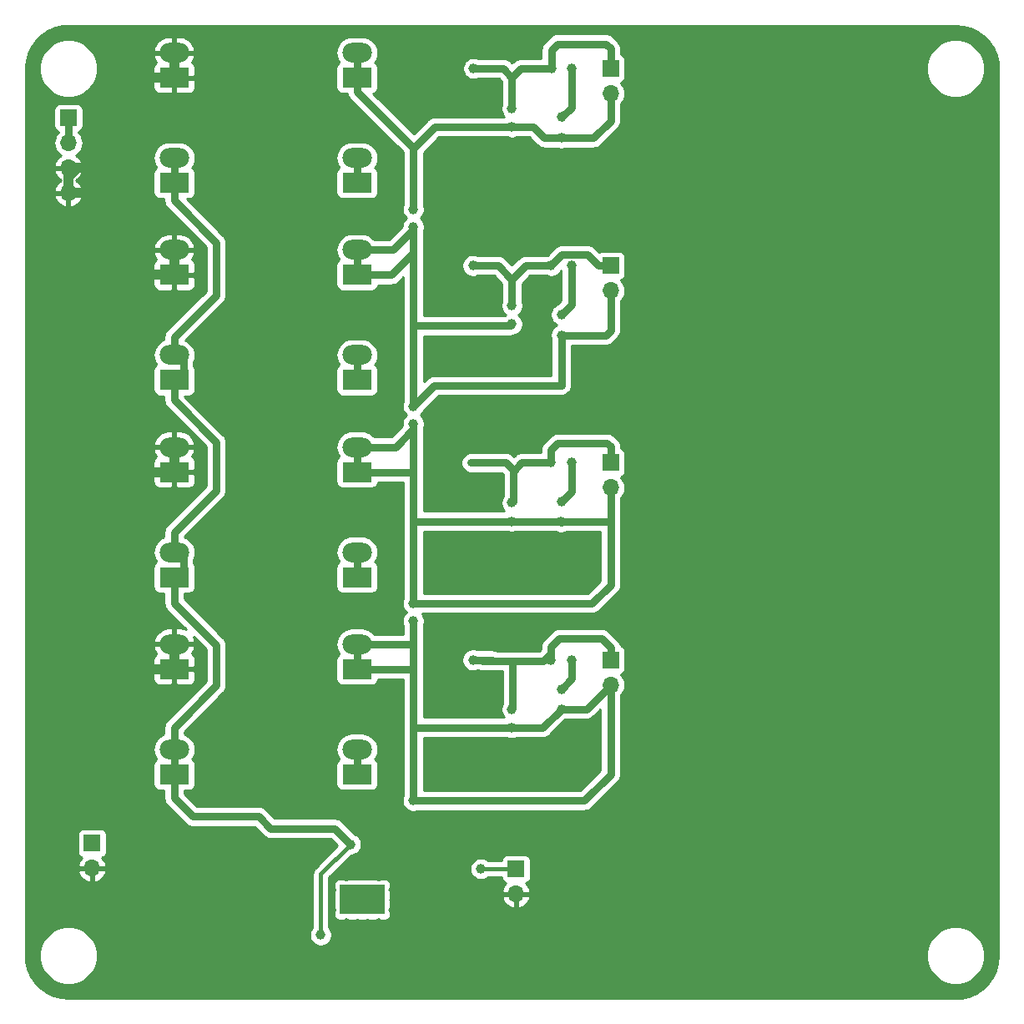
<source format=gbl>
G04 #@! TF.GenerationSoftware,KiCad,Pcbnew,5.1.2-f72e74a~84~ubuntu18.04.1*
G04 #@! TF.CreationDate,2019-05-25T15:58:10+08:00*
G04 #@! TF.ProjectId,power-board-tryout,706f7765-722d-4626-9f61-72642d747279,rev?*
G04 #@! TF.SameCoordinates,Original*
G04 #@! TF.FileFunction,Copper,L2,Bot*
G04 #@! TF.FilePolarity,Positive*
%FSLAX46Y46*%
G04 Gerber Fmt 4.6, Leading zero omitted, Abs format (unit mm)*
G04 Created by KiCad (PCBNEW 5.1.2-f72e74a~84~ubuntu18.04.1) date 2019-05-25 15:58:10*
%MOMM*%
%LPD*%
G04 APERTURE LIST*
%ADD10O,3.000000X2.000000*%
%ADD11R,3.000000X2.000000*%
%ADD12O,1.700000X1.700000*%
%ADD13R,1.700000X1.700000*%
%ADD14R,1.500000X1.200000*%
%ADD15C,1.000000*%
%ADD16C,0.600000*%
%ADD17C,1.200000*%
%ADD18C,0.800000*%
%ADD19C,1.000000*%
%ADD20C,0.400000*%
%ADD21C,0.254000*%
G04 APERTURE END LIST*
D10*
X65729000Y-113396000D03*
D11*
X65729000Y-126604000D03*
D10*
X84271000Y-113396000D03*
D11*
X84271000Y-126604000D03*
X84271000Y-115936000D03*
X65729000Y-115936000D03*
D10*
X65729000Y-124064000D03*
X84271000Y-124064000D03*
X65729000Y-93396000D03*
D11*
X65729000Y-106604000D03*
D10*
X84271000Y-93396000D03*
D11*
X84271000Y-106604000D03*
X84271000Y-95936000D03*
X65729000Y-95936000D03*
D10*
X65729000Y-104064000D03*
X84271000Y-104064000D03*
X65729000Y-73396000D03*
D11*
X65729000Y-86604000D03*
D10*
X84271000Y-73396000D03*
D11*
X84271000Y-86604000D03*
X84271000Y-75936000D03*
X65729000Y-75936000D03*
D10*
X65729000Y-84064000D03*
X84271000Y-84064000D03*
X65729000Y-53396000D03*
D11*
X65729000Y-66604000D03*
D10*
X84271000Y-53396000D03*
D11*
X84271000Y-66604000D03*
X84271000Y-55936000D03*
X65729000Y-55936000D03*
D10*
X65729000Y-64064000D03*
X84271000Y-64064000D03*
D12*
X100400000Y-138740000D03*
D13*
X100400000Y-136200000D03*
D12*
X57400000Y-136140000D03*
D13*
X57400000Y-133600000D03*
D14*
X86323999Y-139300000D03*
X86323999Y-138411000D03*
X86323999Y-140189000D03*
X85307999Y-139300000D03*
X85307999Y-138411000D03*
X85307999Y-140189000D03*
X84291999Y-139300000D03*
X84291999Y-138411000D03*
X84291999Y-140189000D03*
X83275999Y-138411000D03*
X83275999Y-139300000D03*
X83275999Y-140189000D03*
D12*
X110000000Y-117540000D03*
D13*
X110000000Y-115000000D03*
D12*
X110000000Y-97540000D03*
D13*
X110000000Y-95000000D03*
D12*
X110000000Y-77540000D03*
D13*
X110000000Y-75000000D03*
D12*
X110000000Y-57540000D03*
D13*
X110000000Y-55000000D03*
D12*
X55000000Y-67620000D03*
X55000000Y-65080000D03*
X55000000Y-62540000D03*
D13*
X55000000Y-60000000D03*
D15*
X96100000Y-55000000D03*
X103987500Y-54987500D03*
X100000000Y-59062500D03*
X105050000Y-59950000D03*
X106025000Y-55000000D03*
X96050000Y-75000000D03*
X103975000Y-75000000D03*
X100000000Y-79062500D03*
X106025000Y-75000000D03*
X105025000Y-79975000D03*
X100000000Y-99062500D03*
D16*
X95850000Y-95000000D03*
D15*
X103975000Y-95000000D03*
X106025000Y-95000000D03*
X105000000Y-98975000D03*
X96050000Y-115000000D03*
X100000000Y-120000500D03*
X103975000Y-115000000D03*
X105000000Y-117950000D03*
X106025000Y-115000000D03*
X90000000Y-69275000D03*
X105000000Y-62050000D03*
X100000000Y-60937500D03*
X95000000Y-85000000D03*
X95000000Y-107500000D03*
X95000000Y-127500000D03*
D17*
X65729000Y-133936000D03*
X74825000Y-134300000D03*
D15*
X80599999Y-142900000D03*
X83625000Y-133700000D03*
X90000000Y-71050000D03*
X100000000Y-80937500D03*
X105000000Y-82050000D03*
X90000000Y-89275000D03*
X90000000Y-91050000D03*
X90000000Y-109275000D03*
X99962500Y-100937500D03*
X104987500Y-101012500D03*
X105000000Y-120000000D03*
X100000000Y-121875500D03*
X90000000Y-111050000D03*
X90000000Y-129275000D03*
X96837500Y-136200000D03*
D18*
X103987500Y-54987500D02*
X103975000Y-55000000D01*
X100000000Y-55900000D02*
X100912500Y-54987500D01*
X100912500Y-54987500D02*
X103280394Y-54987500D01*
X103280394Y-54987500D02*
X103987500Y-54987500D01*
X103987500Y-53112500D02*
X103987500Y-54987500D01*
X104600000Y-52500000D02*
X103987500Y-53112500D01*
X109500000Y-52500000D02*
X104600000Y-52500000D01*
X110000000Y-55000000D02*
X110000000Y-53000000D01*
X110000000Y-53000000D02*
X109500000Y-52500000D01*
X99100000Y-55000000D02*
X100000000Y-55900000D01*
X99100000Y-55000000D02*
X96100000Y-55000000D01*
X100000000Y-59062500D02*
X100000000Y-59062500D01*
X100000000Y-59062500D02*
X100000000Y-55900000D01*
X106025000Y-58975000D02*
X105050000Y-59950000D01*
X106025000Y-55000000D02*
X106025000Y-55000000D01*
X105050000Y-59950000D02*
X105000000Y-60000000D01*
X106025000Y-55000000D02*
X106025000Y-58975000D01*
X108749700Y-75000000D02*
X107645400Y-73895700D01*
X107645400Y-73895700D02*
X105079300Y-73895700D01*
X105079300Y-73895700D02*
X103975000Y-75000000D01*
X110000000Y-75000000D02*
X108749700Y-75000000D01*
X98600000Y-75000000D02*
X96350000Y-75000000D01*
X100000000Y-76400000D02*
X98600000Y-75000000D01*
X100000000Y-76600000D02*
X100000000Y-76400000D01*
X100000000Y-79062500D02*
X100000000Y-79062500D01*
X101400000Y-75000000D02*
X100000000Y-76400000D01*
X103975000Y-75000000D02*
X101400000Y-75000000D01*
X103975000Y-75000000D02*
X103975000Y-75000000D01*
X100000000Y-79062500D02*
X100000000Y-76600000D01*
X98600000Y-75000000D02*
X96050000Y-75000000D01*
X106025000Y-75000000D02*
X106025000Y-75000000D01*
X106025000Y-78975000D02*
X105025000Y-79975000D01*
X106025000Y-75000000D02*
X106025000Y-78975000D01*
X105025000Y-79975000D02*
X105000000Y-80000000D01*
X103975000Y-95000000D02*
X101000000Y-95000000D01*
X101000000Y-95000000D02*
X100150000Y-95850000D01*
X100150000Y-95850000D02*
X100150000Y-98912500D01*
X100150000Y-98912500D02*
X100000000Y-99062500D01*
X100150000Y-95850000D02*
X100150000Y-95750000D01*
X100150000Y-95750000D02*
X99400000Y-95000000D01*
X103975000Y-95000000D02*
X103975000Y-95000000D01*
X99400000Y-95000000D02*
X97450000Y-95000000D01*
X97450000Y-95000000D02*
X95850000Y-95000000D01*
X97450000Y-95000000D02*
X96250000Y-95000000D01*
X110000000Y-93350000D02*
X109650000Y-93000000D01*
X110000000Y-95000000D02*
X110000000Y-93350000D01*
X109650000Y-93000000D02*
X104650000Y-93000000D01*
X104650000Y-93000000D02*
X103975000Y-93675000D01*
X103975000Y-93675000D02*
X103975000Y-95000000D01*
X106025000Y-95000000D02*
X106025000Y-95000000D01*
X106025000Y-97950000D02*
X105000000Y-98975000D01*
X106025000Y-95000000D02*
X106025000Y-97950000D01*
X105000000Y-98975000D02*
X105000000Y-98975000D01*
X104800000Y-112850000D02*
X103975000Y-113675000D01*
X110000000Y-115000000D02*
X110000000Y-113750000D01*
X109100000Y-112850000D02*
X104800000Y-112850000D01*
X110000000Y-113750000D02*
X109100000Y-112850000D01*
X103975000Y-113675000D02*
X103975000Y-114325000D01*
X103975000Y-114325000D02*
X103975000Y-115000000D01*
X103975000Y-114325000D02*
X103200000Y-115100000D01*
X100050000Y-119950500D02*
X100000000Y-120000500D01*
X100050000Y-115100000D02*
X100050000Y-119950500D01*
X103200000Y-115100000D02*
X100050000Y-115100000D01*
X103975000Y-115000000D02*
X103975000Y-115000000D01*
X98000000Y-115000000D02*
X96050000Y-115000000D01*
X98100000Y-115100000D02*
X98000000Y-115000000D01*
X100050000Y-115100000D02*
X98100000Y-115100000D01*
X98100000Y-115100000D02*
X97007106Y-115100000D01*
X106025000Y-115000000D02*
X106025000Y-115000000D01*
X106025000Y-116925000D02*
X105000000Y-117950000D01*
X105000000Y-117950000D02*
X105000000Y-117950000D01*
X106025000Y-115000000D02*
X106025000Y-116925000D01*
X84271000Y-53396000D02*
X84271000Y-55936000D01*
X84271000Y-57336000D02*
X90000000Y-63065000D01*
X90000000Y-63065000D02*
X90000000Y-69275000D01*
X84271000Y-55936000D02*
X84271000Y-57336000D01*
X110000000Y-57540000D02*
X110000000Y-60300000D01*
X108250000Y-62050000D02*
X105000000Y-62050000D01*
X110000000Y-60300000D02*
X108250000Y-62050000D01*
X105000000Y-62050000D02*
X105000000Y-62050000D01*
X100000000Y-60937500D02*
X100000000Y-60937500D01*
X90000000Y-69275000D02*
X90000000Y-69275000D01*
X92162500Y-60937500D02*
X100000000Y-60937500D01*
X90000000Y-69275000D02*
X90000000Y-63100000D01*
X90000000Y-63100000D02*
X92162500Y-60937500D01*
X103300000Y-62050000D02*
X105000000Y-62050000D01*
X100000000Y-60937500D02*
X102187500Y-60937500D01*
X102187500Y-60937500D02*
X103300000Y-62050000D01*
D19*
X65729000Y-115936000D02*
X65729000Y-113396000D01*
X65729000Y-73396000D02*
X65729000Y-75936000D01*
X55000000Y-65769700D02*
X55235500Y-65769700D01*
X55235500Y-65769700D02*
X55925200Y-65080000D01*
X55000000Y-67620000D02*
X55000000Y-65769700D01*
X55000000Y-65080000D02*
X55925200Y-65080000D01*
X65729000Y-95936000D02*
X63228700Y-95936000D01*
X62364000Y-115936000D02*
X60000000Y-118300000D01*
X65729000Y-115936000D02*
X62364000Y-115936000D01*
X60000000Y-118300000D02*
X60000000Y-128207000D01*
X60000000Y-128207000D02*
X65729000Y-133936000D01*
X65729000Y-53396000D02*
X65729000Y-55936000D01*
X62664000Y-55936000D02*
X65729000Y-55936000D01*
X61300000Y-57300000D02*
X62664000Y-55936000D01*
X55000000Y-65080000D02*
X59420000Y-65080000D01*
X61300000Y-63200000D02*
X61300000Y-57300000D01*
X59420000Y-65080000D02*
X61300000Y-63200000D01*
X62336000Y-115936000D02*
X65729000Y-115936000D01*
X60000000Y-113600000D02*
X62336000Y-115936000D01*
X60000000Y-97500000D02*
X60000000Y-113600000D01*
X63228700Y-95936000D02*
X61564000Y-95936000D01*
X61564000Y-95936000D02*
X60000000Y-97500000D01*
X65729000Y-93396000D02*
X65729000Y-95936000D01*
X60000000Y-94372000D02*
X61564000Y-95936000D01*
X60000000Y-89200000D02*
X60000000Y-94372000D01*
X60000000Y-73396000D02*
X60000000Y-75936000D01*
X60000000Y-75000000D02*
X60936000Y-75936000D01*
X65729000Y-75936000D02*
X60936000Y-75936000D01*
X60936000Y-75936000D02*
X60000000Y-75936000D01*
X60000000Y-76872000D02*
X60936000Y-75936000D01*
X60000000Y-80000000D02*
X60000000Y-76872000D01*
X60000000Y-75936000D02*
X60000000Y-80000000D01*
X60000000Y-80000000D02*
X60000000Y-89200000D01*
X60000000Y-74000000D02*
X60000000Y-69500000D01*
X60000000Y-73396000D02*
X60000000Y-74000000D01*
X60000000Y-74000000D02*
X60000000Y-75000000D01*
X58120000Y-67620000D02*
X55000000Y-67620000D01*
X60000000Y-69500000D02*
X58120000Y-67620000D01*
X65729000Y-133936000D02*
X74461000Y-133936000D01*
X74461000Y-133936000D02*
X74825000Y-134300000D01*
X83275999Y-138411000D02*
X86323999Y-138411000D01*
X86323999Y-138411000D02*
X86323999Y-140189000D01*
X86323999Y-140189000D02*
X83275999Y-140189000D01*
X83275999Y-140189000D02*
X83275999Y-138411000D01*
X83275999Y-139300000D02*
X86323999Y-139300000D01*
D18*
X65729000Y-106604000D02*
X66679200Y-106604000D01*
X65729000Y-104064000D02*
X66679200Y-104064000D01*
X66679200Y-104064000D02*
X66679200Y-106604000D01*
X66204100Y-86604000D02*
X66679200Y-86604000D01*
X65729000Y-86604000D02*
X66204100Y-86604000D01*
X65729000Y-84064000D02*
X66679200Y-84064000D01*
X66679200Y-84064000D02*
X66679200Y-86604000D01*
X55000000Y-60000000D02*
X55000000Y-62540000D01*
X65729000Y-64064000D02*
X65729000Y-66604000D01*
X65729000Y-82264000D02*
X65729000Y-84064000D01*
X65729000Y-64064000D02*
X65729000Y-65864000D01*
X70000000Y-77993000D02*
X65729000Y-82264000D01*
X65729000Y-126604000D02*
X65729000Y-124064000D01*
X65729000Y-121871000D02*
X65729000Y-124064000D01*
X70000000Y-117600000D02*
X65729000Y-121871000D01*
X65729000Y-129029000D02*
X65729000Y-126604000D01*
X70000000Y-115800000D02*
X70000000Y-113500000D01*
X70000000Y-115800000D02*
X70000000Y-117600000D01*
X65729000Y-109229000D02*
X65729000Y-106604000D01*
X70000000Y-113500000D02*
X65729000Y-109229000D01*
X65729000Y-102071000D02*
X65729000Y-104064000D01*
X70000000Y-97800000D02*
X65729000Y-102071000D01*
X70000000Y-96200000D02*
X70000000Y-92900000D01*
X70000000Y-96200000D02*
X70000000Y-97800000D01*
X65729000Y-88629000D02*
X65729000Y-86604000D01*
X70000000Y-92900000D02*
X65729000Y-88629000D01*
X70000000Y-72675000D02*
X65729000Y-68404000D01*
X70000000Y-74800000D02*
X70000000Y-72675000D01*
X65729000Y-68404000D02*
X65729000Y-66604000D01*
X70000000Y-74800000D02*
X70000000Y-77993000D01*
D20*
X80599999Y-142900000D02*
X80600000Y-136725000D01*
X80600000Y-136725000D02*
X83625000Y-133700000D01*
D18*
X67600000Y-130900000D02*
X65729000Y-129029000D01*
X74300000Y-130900000D02*
X71100000Y-130900000D01*
X75500000Y-132100000D02*
X74300000Y-130900000D01*
X71100000Y-130900000D02*
X67600000Y-130900000D01*
X83625000Y-133700000D02*
X82025000Y-132100000D01*
X82025000Y-132100000D02*
X75500000Y-132100000D01*
X84271000Y-75936000D02*
X87764000Y-75936000D01*
X87764000Y-75936000D02*
X90000000Y-73700000D01*
X90000000Y-73700000D02*
X90000000Y-71300000D01*
X84271000Y-75936000D02*
X84271000Y-73396000D01*
X87904000Y-73396000D02*
X90000000Y-71300000D01*
X84271000Y-73396000D02*
X87904000Y-73396000D01*
X110000000Y-77540000D02*
X110000000Y-81550000D01*
X109500000Y-82050000D02*
X106450000Y-82050000D01*
X110000000Y-81550000D02*
X109500000Y-82050000D01*
X106450000Y-82050000D02*
X105000000Y-82050000D01*
X105000000Y-82050000D02*
X105000000Y-87150000D01*
X92125000Y-87150000D02*
X90000000Y-89275000D01*
X105000000Y-87150000D02*
X92125000Y-87150000D01*
X99837500Y-81100000D02*
X100000000Y-80937500D01*
X90000000Y-81100000D02*
X99837500Y-81100000D01*
X90000000Y-71300000D02*
X90000000Y-81100000D01*
X90000000Y-81100000D02*
X90000000Y-89275000D01*
X100000000Y-80937500D02*
X100000000Y-80937500D01*
X105000000Y-82050000D02*
X105000000Y-82050000D01*
X90000000Y-89275000D02*
X90000000Y-89275000D01*
X90000000Y-71300000D02*
X90000000Y-71050000D01*
X84271000Y-93396000D02*
X84271000Y-95936000D01*
X88204000Y-93396000D02*
X90000000Y-91600000D01*
X84271000Y-93396000D02*
X88204000Y-93396000D01*
X108125000Y-109275000D02*
X110000000Y-107400000D01*
X90000000Y-109275000D02*
X108125000Y-109275000D01*
X90000000Y-109275000D02*
X90000000Y-109275000D01*
X90000000Y-93500000D02*
X90000000Y-100600000D01*
X90000000Y-100600000D02*
X90000000Y-101050000D01*
X90000000Y-101050000D02*
X90000000Y-109275000D01*
X104912500Y-100937500D02*
X104987500Y-101012500D01*
X90112500Y-100937500D02*
X99962500Y-100937500D01*
X90000000Y-101050000D02*
X90112500Y-100937500D01*
X109812500Y-100937500D02*
X110000000Y-100750000D01*
X104912500Y-100937500D02*
X109812500Y-100937500D01*
X110000000Y-97540000D02*
X110000000Y-100750000D01*
X110000000Y-100750000D02*
X110000000Y-107400000D01*
X99962500Y-100937500D02*
X104912500Y-100937500D01*
X104987500Y-101012500D02*
X105000000Y-101025000D01*
X90000000Y-95936000D02*
X90000000Y-93500000D01*
X84271000Y-95936000D02*
X90000000Y-95936000D01*
X90000000Y-92150000D02*
X90000000Y-91050000D01*
X90000000Y-93500000D02*
X90000000Y-92150000D01*
X90000000Y-92150000D02*
X90000000Y-91600000D01*
X100000000Y-121875500D02*
X103124500Y-121875500D01*
X103124500Y-121875500D02*
X105000000Y-120000000D01*
X90000000Y-113800000D02*
X90000000Y-111300000D01*
X90000000Y-129275000D02*
X107325000Y-129275000D01*
X110000000Y-126600000D02*
X107325000Y-129275000D01*
X110000000Y-117540000D02*
X110000000Y-126600000D01*
X99974500Y-121850000D02*
X100000000Y-121875500D01*
X90000000Y-121850000D02*
X99974500Y-121850000D01*
X90000000Y-113800000D02*
X90000000Y-121850000D01*
X90000000Y-121850000D02*
X90000000Y-129275000D01*
X100000000Y-121875500D02*
X103124500Y-121875500D01*
X103124500Y-121875500D02*
X105000000Y-120000000D01*
X107540000Y-120000000D02*
X110000000Y-117540000D01*
X105000000Y-120000000D02*
X107540000Y-120000000D01*
X90000000Y-129275000D02*
X90000000Y-129275000D01*
X90000000Y-115936000D02*
X90000000Y-113800000D01*
X84271000Y-115936000D02*
X90000000Y-115936000D01*
X84271000Y-113396000D02*
X90000000Y-113396000D01*
X84271000Y-113396000D02*
X84271000Y-115936000D01*
X90000000Y-112000000D02*
X90000000Y-111050000D01*
X90000000Y-113396000D02*
X90000000Y-112000000D01*
X90000000Y-112000000D02*
X90000000Y-111300000D01*
X84271000Y-64064000D02*
X84271000Y-66604000D01*
X84271000Y-84064000D02*
X84271000Y-86604000D01*
X84271000Y-104064000D02*
X84271000Y-106604000D01*
X84271000Y-124064000D02*
X84271000Y-126604000D01*
D20*
X100400000Y-136200000D02*
X96837500Y-136200000D01*
D21*
G36*
X145768083Y-50731173D02*
G01*
X146511891Y-50934656D01*
X147207905Y-51266638D01*
X147834130Y-51716626D01*
X148370777Y-52270403D01*
X148800871Y-52910451D01*
X149110829Y-53616553D01*
X149292065Y-54371457D01*
X149340001Y-55024220D01*
X149340000Y-144970608D01*
X149268827Y-145768083D01*
X149065344Y-146511890D01*
X148733363Y-147207904D01*
X148283374Y-147834130D01*
X147729597Y-148370777D01*
X147089549Y-148800871D01*
X146383447Y-149110829D01*
X145628543Y-149292065D01*
X144975793Y-149340000D01*
X55029392Y-149340000D01*
X54231917Y-149268827D01*
X53488110Y-149065344D01*
X52792096Y-148733363D01*
X52165870Y-148283374D01*
X51629223Y-147729597D01*
X51199129Y-147089549D01*
X50889171Y-146383447D01*
X50707935Y-145628543D01*
X50660000Y-144975793D01*
X50660000Y-144706791D01*
X52023000Y-144706791D01*
X52023000Y-145293209D01*
X52137405Y-145868359D01*
X52361817Y-146410138D01*
X52687613Y-146897727D01*
X53102273Y-147312387D01*
X53589862Y-147638183D01*
X54131641Y-147862595D01*
X54706791Y-147977000D01*
X55293209Y-147977000D01*
X55868359Y-147862595D01*
X56410138Y-147638183D01*
X56897727Y-147312387D01*
X57312387Y-146897727D01*
X57638183Y-146410138D01*
X57862595Y-145868359D01*
X57977000Y-145293209D01*
X57977000Y-144706791D01*
X142023000Y-144706791D01*
X142023000Y-145293209D01*
X142137405Y-145868359D01*
X142361817Y-146410138D01*
X142687613Y-146897727D01*
X143102273Y-147312387D01*
X143589862Y-147638183D01*
X144131641Y-147862595D01*
X144706791Y-147977000D01*
X145293209Y-147977000D01*
X145868359Y-147862595D01*
X146410138Y-147638183D01*
X146897727Y-147312387D01*
X147312387Y-146897727D01*
X147638183Y-146410138D01*
X147862595Y-145868359D01*
X147977000Y-145293209D01*
X147977000Y-144706791D01*
X147862595Y-144131641D01*
X147638183Y-143589862D01*
X147312387Y-143102273D01*
X146897727Y-142687613D01*
X146410138Y-142361817D01*
X145868359Y-142137405D01*
X145293209Y-142023000D01*
X144706791Y-142023000D01*
X144131641Y-142137405D01*
X143589862Y-142361817D01*
X143102273Y-142687613D01*
X142687613Y-143102273D01*
X142361817Y-143589862D01*
X142137405Y-144131641D01*
X142023000Y-144706791D01*
X57977000Y-144706791D01*
X57862595Y-144131641D01*
X57638183Y-143589862D01*
X57312387Y-143102273D01*
X56897727Y-142687613D01*
X56410138Y-142361817D01*
X55868359Y-142137405D01*
X55293209Y-142023000D01*
X54706791Y-142023000D01*
X54131641Y-142137405D01*
X53589862Y-142361817D01*
X53102273Y-142687613D01*
X52687613Y-143102273D01*
X52361817Y-143589862D01*
X52137405Y-144131641D01*
X52023000Y-144706791D01*
X50660000Y-144706791D01*
X50660000Y-136496890D01*
X55958524Y-136496890D01*
X56003175Y-136644099D01*
X56128359Y-136906920D01*
X56302412Y-137140269D01*
X56518645Y-137335178D01*
X56768748Y-137484157D01*
X57043109Y-137581481D01*
X57273000Y-137460814D01*
X57273000Y-136267000D01*
X57527000Y-136267000D01*
X57527000Y-137460814D01*
X57756891Y-137581481D01*
X58031252Y-137484157D01*
X58281355Y-137335178D01*
X58497588Y-137140269D01*
X58671641Y-136906920D01*
X58796825Y-136644099D01*
X58841476Y-136496890D01*
X58720155Y-136267000D01*
X57527000Y-136267000D01*
X57273000Y-136267000D01*
X56079845Y-136267000D01*
X55958524Y-136496890D01*
X50660000Y-136496890D01*
X50660000Y-132750000D01*
X55911928Y-132750000D01*
X55911928Y-134450000D01*
X55924188Y-134574482D01*
X55960498Y-134694180D01*
X56019463Y-134804494D01*
X56098815Y-134901185D01*
X56195506Y-134980537D01*
X56305820Y-135039502D01*
X56386466Y-135063966D01*
X56302412Y-135139731D01*
X56128359Y-135373080D01*
X56003175Y-135635901D01*
X55958524Y-135783110D01*
X56079845Y-136013000D01*
X57273000Y-136013000D01*
X57273000Y-135993000D01*
X57527000Y-135993000D01*
X57527000Y-136013000D01*
X58720155Y-136013000D01*
X58841476Y-135783110D01*
X58796825Y-135635901D01*
X58671641Y-135373080D01*
X58497588Y-135139731D01*
X58413534Y-135063966D01*
X58494180Y-135039502D01*
X58604494Y-134980537D01*
X58701185Y-134901185D01*
X58780537Y-134804494D01*
X58839502Y-134694180D01*
X58875812Y-134574482D01*
X58888072Y-134450000D01*
X58888072Y-132750000D01*
X58875812Y-132625518D01*
X58839502Y-132505820D01*
X58780537Y-132395506D01*
X58701185Y-132298815D01*
X58604494Y-132219463D01*
X58494180Y-132160498D01*
X58374482Y-132124188D01*
X58250000Y-132111928D01*
X56550000Y-132111928D01*
X56425518Y-132124188D01*
X56305820Y-132160498D01*
X56195506Y-132219463D01*
X56098815Y-132298815D01*
X56019463Y-132395506D01*
X55960498Y-132505820D01*
X55924188Y-132625518D01*
X55911928Y-132750000D01*
X50660000Y-132750000D01*
X50660000Y-116936000D01*
X63590928Y-116936000D01*
X63603188Y-117060482D01*
X63639498Y-117180180D01*
X63698463Y-117290494D01*
X63777815Y-117387185D01*
X63874506Y-117466537D01*
X63984820Y-117525502D01*
X64104518Y-117561812D01*
X64229000Y-117574072D01*
X65443250Y-117571000D01*
X65602000Y-117412250D01*
X65602000Y-116063000D01*
X65856000Y-116063000D01*
X65856000Y-117412250D01*
X66014750Y-117571000D01*
X67229000Y-117574072D01*
X67353482Y-117561812D01*
X67473180Y-117525502D01*
X67583494Y-117466537D01*
X67680185Y-117387185D01*
X67759537Y-117290494D01*
X67818502Y-117180180D01*
X67854812Y-117060482D01*
X67867072Y-116936000D01*
X67864000Y-116221750D01*
X67705250Y-116063000D01*
X65856000Y-116063000D01*
X65602000Y-116063000D01*
X63752750Y-116063000D01*
X63594000Y-116221750D01*
X63590928Y-116936000D01*
X50660000Y-116936000D01*
X50660000Y-114936000D01*
X63590928Y-114936000D01*
X63594000Y-115650250D01*
X63752750Y-115809000D01*
X65602000Y-115809000D01*
X65602000Y-113523000D01*
X65856000Y-113523000D01*
X65856000Y-115809000D01*
X67705250Y-115809000D01*
X67864000Y-115650250D01*
X67867072Y-114936000D01*
X67854812Y-114811518D01*
X67818502Y-114691820D01*
X67759537Y-114581506D01*
X67680185Y-114484815D01*
X67583494Y-114405463D01*
X67533353Y-114378662D01*
X67659010Y-114198761D01*
X67788144Y-113904355D01*
X67819124Y-113776434D01*
X67699777Y-113523000D01*
X65856000Y-113523000D01*
X65602000Y-113523000D01*
X63758223Y-113523000D01*
X63638876Y-113776434D01*
X63669856Y-113904355D01*
X63798990Y-114198761D01*
X63924647Y-114378662D01*
X63874506Y-114405463D01*
X63777815Y-114484815D01*
X63698463Y-114581506D01*
X63639498Y-114691820D01*
X63603188Y-114811518D01*
X63590928Y-114936000D01*
X50660000Y-114936000D01*
X50660000Y-113015566D01*
X63638876Y-113015566D01*
X63758223Y-113269000D01*
X65602000Y-113269000D01*
X65602000Y-111761000D01*
X65102000Y-111761000D01*
X64785468Y-111817193D01*
X64485980Y-111934058D01*
X64215046Y-112107105D01*
X63983078Y-112329683D01*
X63798990Y-112593239D01*
X63669856Y-112887645D01*
X63638876Y-113015566D01*
X50660000Y-113015566D01*
X50660000Y-96936000D01*
X63590928Y-96936000D01*
X63603188Y-97060482D01*
X63639498Y-97180180D01*
X63698463Y-97290494D01*
X63777815Y-97387185D01*
X63874506Y-97466537D01*
X63984820Y-97525502D01*
X64104518Y-97561812D01*
X64229000Y-97574072D01*
X65443250Y-97571000D01*
X65602000Y-97412250D01*
X65602000Y-96063000D01*
X65856000Y-96063000D01*
X65856000Y-97412250D01*
X66014750Y-97571000D01*
X67229000Y-97574072D01*
X67353482Y-97561812D01*
X67473180Y-97525502D01*
X67583494Y-97466537D01*
X67680185Y-97387185D01*
X67759537Y-97290494D01*
X67818502Y-97180180D01*
X67854812Y-97060482D01*
X67867072Y-96936000D01*
X67864000Y-96221750D01*
X67705250Y-96063000D01*
X65856000Y-96063000D01*
X65602000Y-96063000D01*
X63752750Y-96063000D01*
X63594000Y-96221750D01*
X63590928Y-96936000D01*
X50660000Y-96936000D01*
X50660000Y-94936000D01*
X63590928Y-94936000D01*
X63594000Y-95650250D01*
X63752750Y-95809000D01*
X65602000Y-95809000D01*
X65602000Y-93523000D01*
X65856000Y-93523000D01*
X65856000Y-95809000D01*
X67705250Y-95809000D01*
X67864000Y-95650250D01*
X67867072Y-94936000D01*
X67854812Y-94811518D01*
X67818502Y-94691820D01*
X67759537Y-94581506D01*
X67680185Y-94484815D01*
X67583494Y-94405463D01*
X67533353Y-94378662D01*
X67659010Y-94198761D01*
X67788144Y-93904355D01*
X67819124Y-93776434D01*
X67699777Y-93523000D01*
X65856000Y-93523000D01*
X65602000Y-93523000D01*
X63758223Y-93523000D01*
X63638876Y-93776434D01*
X63669856Y-93904355D01*
X63798990Y-94198761D01*
X63924647Y-94378662D01*
X63874506Y-94405463D01*
X63777815Y-94484815D01*
X63698463Y-94581506D01*
X63639498Y-94691820D01*
X63603188Y-94811518D01*
X63590928Y-94936000D01*
X50660000Y-94936000D01*
X50660000Y-93015566D01*
X63638876Y-93015566D01*
X63758223Y-93269000D01*
X65602000Y-93269000D01*
X65602000Y-91761000D01*
X65856000Y-91761000D01*
X65856000Y-93269000D01*
X67699777Y-93269000D01*
X67819124Y-93015566D01*
X67788144Y-92887645D01*
X67659010Y-92593239D01*
X67474922Y-92329683D01*
X67242954Y-92107105D01*
X66972020Y-91934058D01*
X66672532Y-91817193D01*
X66356000Y-91761000D01*
X65856000Y-91761000D01*
X65602000Y-91761000D01*
X65102000Y-91761000D01*
X64785468Y-91817193D01*
X64485980Y-91934058D01*
X64215046Y-92107105D01*
X63983078Y-92329683D01*
X63798990Y-92593239D01*
X63669856Y-92887645D01*
X63638876Y-93015566D01*
X50660000Y-93015566D01*
X50660000Y-76936000D01*
X63590928Y-76936000D01*
X63603188Y-77060482D01*
X63639498Y-77180180D01*
X63698463Y-77290494D01*
X63777815Y-77387185D01*
X63874506Y-77466537D01*
X63984820Y-77525502D01*
X64104518Y-77561812D01*
X64229000Y-77574072D01*
X65443250Y-77571000D01*
X65602000Y-77412250D01*
X65602000Y-76063000D01*
X65856000Y-76063000D01*
X65856000Y-77412250D01*
X66014750Y-77571000D01*
X67229000Y-77574072D01*
X67353482Y-77561812D01*
X67473180Y-77525502D01*
X67583494Y-77466537D01*
X67680185Y-77387185D01*
X67759537Y-77290494D01*
X67818502Y-77180180D01*
X67854812Y-77060482D01*
X67867072Y-76936000D01*
X67864000Y-76221750D01*
X67705250Y-76063000D01*
X65856000Y-76063000D01*
X65602000Y-76063000D01*
X63752750Y-76063000D01*
X63594000Y-76221750D01*
X63590928Y-76936000D01*
X50660000Y-76936000D01*
X50660000Y-74936000D01*
X63590928Y-74936000D01*
X63594000Y-75650250D01*
X63752750Y-75809000D01*
X65602000Y-75809000D01*
X65602000Y-73523000D01*
X65856000Y-73523000D01*
X65856000Y-75809000D01*
X67705250Y-75809000D01*
X67864000Y-75650250D01*
X67867072Y-74936000D01*
X67854812Y-74811518D01*
X67818502Y-74691820D01*
X67759537Y-74581506D01*
X67680185Y-74484815D01*
X67583494Y-74405463D01*
X67533353Y-74378662D01*
X67659010Y-74198761D01*
X67788144Y-73904355D01*
X67819124Y-73776434D01*
X67699777Y-73523000D01*
X65856000Y-73523000D01*
X65602000Y-73523000D01*
X63758223Y-73523000D01*
X63638876Y-73776434D01*
X63669856Y-73904355D01*
X63798990Y-74198761D01*
X63924647Y-74378662D01*
X63874506Y-74405463D01*
X63777815Y-74484815D01*
X63698463Y-74581506D01*
X63639498Y-74691820D01*
X63603188Y-74811518D01*
X63590928Y-74936000D01*
X50660000Y-74936000D01*
X50660000Y-73015566D01*
X63638876Y-73015566D01*
X63758223Y-73269000D01*
X65602000Y-73269000D01*
X65602000Y-71761000D01*
X65856000Y-71761000D01*
X65856000Y-73269000D01*
X67699777Y-73269000D01*
X67819124Y-73015566D01*
X67788144Y-72887645D01*
X67659010Y-72593239D01*
X67474922Y-72329683D01*
X67242954Y-72107105D01*
X66972020Y-71934058D01*
X66672532Y-71817193D01*
X66356000Y-71761000D01*
X65856000Y-71761000D01*
X65602000Y-71761000D01*
X65102000Y-71761000D01*
X64785468Y-71817193D01*
X64485980Y-71934058D01*
X64215046Y-72107105D01*
X63983078Y-72329683D01*
X63798990Y-72593239D01*
X63669856Y-72887645D01*
X63638876Y-73015566D01*
X50660000Y-73015566D01*
X50660000Y-67976890D01*
X53558524Y-67976890D01*
X53603175Y-68124099D01*
X53728359Y-68386920D01*
X53902412Y-68620269D01*
X54118645Y-68815178D01*
X54368748Y-68964157D01*
X54643109Y-69061481D01*
X54873000Y-68940814D01*
X54873000Y-67747000D01*
X55127000Y-67747000D01*
X55127000Y-68940814D01*
X55356891Y-69061481D01*
X55631252Y-68964157D01*
X55881355Y-68815178D01*
X56097588Y-68620269D01*
X56271641Y-68386920D01*
X56396825Y-68124099D01*
X56441476Y-67976890D01*
X56320155Y-67747000D01*
X55127000Y-67747000D01*
X54873000Y-67747000D01*
X53679845Y-67747000D01*
X53558524Y-67976890D01*
X50660000Y-67976890D01*
X50660000Y-65436890D01*
X53558524Y-65436890D01*
X53603175Y-65584099D01*
X53728359Y-65846920D01*
X53902412Y-66080269D01*
X54118645Y-66275178D01*
X54244255Y-66350000D01*
X54118645Y-66424822D01*
X53902412Y-66619731D01*
X53728359Y-66853080D01*
X53603175Y-67115901D01*
X53558524Y-67263110D01*
X53679845Y-67493000D01*
X54873000Y-67493000D01*
X54873000Y-65207000D01*
X55127000Y-65207000D01*
X55127000Y-67493000D01*
X56320155Y-67493000D01*
X56441476Y-67263110D01*
X56396825Y-67115901D01*
X56271641Y-66853080D01*
X56097588Y-66619731D01*
X55881355Y-66424822D01*
X55755745Y-66350000D01*
X55881355Y-66275178D01*
X56097588Y-66080269D01*
X56271641Y-65846920D01*
X56396825Y-65584099D01*
X56441476Y-65436890D01*
X56320155Y-65207000D01*
X55127000Y-65207000D01*
X54873000Y-65207000D01*
X53679845Y-65207000D01*
X53558524Y-65436890D01*
X50660000Y-65436890D01*
X50660000Y-62540000D01*
X53507815Y-62540000D01*
X53536487Y-62831111D01*
X53621401Y-63111034D01*
X53759294Y-63369014D01*
X53944866Y-63595134D01*
X54170986Y-63780706D01*
X54235523Y-63815201D01*
X54118645Y-63884822D01*
X53902412Y-64079731D01*
X53728359Y-64313080D01*
X53603175Y-64575901D01*
X53558524Y-64723110D01*
X53679845Y-64953000D01*
X54873000Y-64953000D01*
X54873000Y-64933000D01*
X55127000Y-64933000D01*
X55127000Y-64953000D01*
X56320155Y-64953000D01*
X56441476Y-64723110D01*
X56396825Y-64575901D01*
X56271641Y-64313080D01*
X56097588Y-64079731D01*
X56080136Y-64064000D01*
X63586089Y-64064000D01*
X63617657Y-64384516D01*
X63711148Y-64692715D01*
X63862969Y-64976752D01*
X63921655Y-65048261D01*
X63874506Y-65073463D01*
X63777815Y-65152815D01*
X63698463Y-65249506D01*
X63639498Y-65359820D01*
X63603188Y-65479518D01*
X63590928Y-65604000D01*
X63590928Y-67604000D01*
X63603188Y-67728482D01*
X63639498Y-67848180D01*
X63698463Y-67958494D01*
X63777815Y-68055185D01*
X63874506Y-68134537D01*
X63984820Y-68193502D01*
X64104518Y-68229812D01*
X64229000Y-68242072D01*
X64694000Y-68242072D01*
X64694000Y-68353172D01*
X64688994Y-68404000D01*
X64694000Y-68454828D01*
X64694000Y-68454837D01*
X64708976Y-68606894D01*
X64768159Y-68801992D01*
X64864266Y-68981797D01*
X64993604Y-69139396D01*
X65033097Y-69171807D01*
X68965001Y-73103712D01*
X68965000Y-74749162D01*
X68965000Y-74749163D01*
X68965001Y-77564288D01*
X65033097Y-81496193D01*
X64993604Y-81528604D01*
X64864266Y-81686203D01*
X64768159Y-81866008D01*
X64708976Y-82061106D01*
X64694000Y-82213163D01*
X64694000Y-82213172D01*
X64688994Y-82264000D01*
X64694000Y-82314828D01*
X64694000Y-82517720D01*
X64600285Y-82546148D01*
X64316248Y-82697969D01*
X64067286Y-82902286D01*
X63862969Y-83151248D01*
X63711148Y-83435285D01*
X63617657Y-83743484D01*
X63586089Y-84064000D01*
X63617657Y-84384516D01*
X63711148Y-84692715D01*
X63862969Y-84976752D01*
X63921655Y-85048261D01*
X63874506Y-85073463D01*
X63777815Y-85152815D01*
X63698463Y-85249506D01*
X63639498Y-85359820D01*
X63603188Y-85479518D01*
X63590928Y-85604000D01*
X63590928Y-87604000D01*
X63603188Y-87728482D01*
X63639498Y-87848180D01*
X63698463Y-87958494D01*
X63777815Y-88055185D01*
X63874506Y-88134537D01*
X63984820Y-88193502D01*
X64104518Y-88229812D01*
X64229000Y-88242072D01*
X64694000Y-88242072D01*
X64694000Y-88578172D01*
X64688994Y-88629000D01*
X64694000Y-88679828D01*
X64694000Y-88679837D01*
X64708976Y-88831894D01*
X64768159Y-89026992D01*
X64864266Y-89206797D01*
X64993604Y-89364396D01*
X65033097Y-89396807D01*
X68965001Y-93328712D01*
X68965000Y-96149162D01*
X68965000Y-96149163D01*
X68965001Y-97371288D01*
X65033097Y-101303193D01*
X64993604Y-101335604D01*
X64864266Y-101493203D01*
X64768159Y-101673008D01*
X64708976Y-101868106D01*
X64694000Y-102020163D01*
X64694000Y-102020172D01*
X64688994Y-102071000D01*
X64694000Y-102121828D01*
X64694000Y-102517720D01*
X64600285Y-102546148D01*
X64316248Y-102697969D01*
X64067286Y-102902286D01*
X63862969Y-103151248D01*
X63711148Y-103435285D01*
X63617657Y-103743484D01*
X63586089Y-104064000D01*
X63617657Y-104384516D01*
X63711148Y-104692715D01*
X63862969Y-104976752D01*
X63921655Y-105048261D01*
X63874506Y-105073463D01*
X63777815Y-105152815D01*
X63698463Y-105249506D01*
X63639498Y-105359820D01*
X63603188Y-105479518D01*
X63590928Y-105604000D01*
X63590928Y-107604000D01*
X63603188Y-107728482D01*
X63639498Y-107848180D01*
X63698463Y-107958494D01*
X63777815Y-108055185D01*
X63874506Y-108134537D01*
X63984820Y-108193502D01*
X64104518Y-108229812D01*
X64229000Y-108242072D01*
X64694000Y-108242072D01*
X64694000Y-109178172D01*
X64688994Y-109229000D01*
X64694000Y-109279828D01*
X64694000Y-109279837D01*
X64708976Y-109431894D01*
X64768159Y-109626992D01*
X64864266Y-109806797D01*
X64993604Y-109964396D01*
X65033097Y-109996807D01*
X66969277Y-111932988D01*
X66672532Y-111817193D01*
X66356000Y-111761000D01*
X65856000Y-111761000D01*
X65856000Y-113269000D01*
X67699777Y-113269000D01*
X67819124Y-113015566D01*
X67788144Y-112887645D01*
X67682045Y-112645756D01*
X68965001Y-113928712D01*
X68965000Y-115749162D01*
X68965000Y-115749163D01*
X68965001Y-117171288D01*
X65033097Y-121103193D01*
X64993604Y-121135604D01*
X64864266Y-121293203D01*
X64768159Y-121473008D01*
X64708976Y-121668106D01*
X64694000Y-121820163D01*
X64694000Y-121820172D01*
X64688994Y-121871000D01*
X64694000Y-121921828D01*
X64694000Y-122517720D01*
X64600285Y-122546148D01*
X64316248Y-122697969D01*
X64067286Y-122902286D01*
X63862969Y-123151248D01*
X63711148Y-123435285D01*
X63617657Y-123743484D01*
X63586089Y-124064000D01*
X63617657Y-124384516D01*
X63711148Y-124692715D01*
X63862969Y-124976752D01*
X63921655Y-125048261D01*
X63874506Y-125073463D01*
X63777815Y-125152815D01*
X63698463Y-125249506D01*
X63639498Y-125359820D01*
X63603188Y-125479518D01*
X63590928Y-125604000D01*
X63590928Y-127604000D01*
X63603188Y-127728482D01*
X63639498Y-127848180D01*
X63698463Y-127958494D01*
X63777815Y-128055185D01*
X63874506Y-128134537D01*
X63984820Y-128193502D01*
X64104518Y-128229812D01*
X64229000Y-128242072D01*
X64694000Y-128242072D01*
X64694000Y-128978172D01*
X64688994Y-129029000D01*
X64694000Y-129079828D01*
X64694000Y-129079837D01*
X64708976Y-129231894D01*
X64768159Y-129426992D01*
X64864266Y-129606797D01*
X64993604Y-129764396D01*
X65033097Y-129796807D01*
X66832196Y-131595907D01*
X66864604Y-131635396D01*
X66904092Y-131667803D01*
X67022202Y-131764734D01*
X67202006Y-131860841D01*
X67247415Y-131874615D01*
X67397105Y-131920024D01*
X67549162Y-131935000D01*
X67549165Y-131935000D01*
X67600000Y-131940007D01*
X67650835Y-131935000D01*
X73871290Y-131935000D01*
X74732196Y-132795907D01*
X74764604Y-132835396D01*
X74804092Y-132867803D01*
X74922202Y-132964734D01*
X74944178Y-132976480D01*
X75102007Y-133060841D01*
X75297105Y-133120024D01*
X75449162Y-133135000D01*
X75449171Y-133135000D01*
X75499999Y-133140006D01*
X75550827Y-133135000D01*
X81596290Y-133135000D01*
X82302711Y-133841421D01*
X80038574Y-136105559D01*
X80006710Y-136131709D01*
X79980562Y-136163571D01*
X79902364Y-136258855D01*
X79824828Y-136403914D01*
X79777082Y-136561312D01*
X79760960Y-136725000D01*
X79765001Y-136766028D01*
X79764999Y-142129868D01*
X79718387Y-142176480D01*
X79594175Y-142362376D01*
X79508616Y-142568933D01*
X79464999Y-142788212D01*
X79464999Y-143011788D01*
X79508616Y-143231067D01*
X79594175Y-143437624D01*
X79718387Y-143623520D01*
X79876479Y-143781612D01*
X80062375Y-143905824D01*
X80268932Y-143991383D01*
X80488211Y-144035000D01*
X80711787Y-144035000D01*
X80931066Y-143991383D01*
X81137623Y-143905824D01*
X81323519Y-143781612D01*
X81481611Y-143623520D01*
X81605823Y-143437624D01*
X81691382Y-143231067D01*
X81734999Y-143011788D01*
X81734999Y-142788212D01*
X81691382Y-142568933D01*
X81605823Y-142362376D01*
X81481611Y-142176480D01*
X81434998Y-142129867D01*
X81434999Y-137811000D01*
X81887927Y-137811000D01*
X81890999Y-138125250D01*
X82047656Y-138281907D01*
X81995462Y-138345506D01*
X81936497Y-138455820D01*
X81900187Y-138575518D01*
X81887927Y-138700000D01*
X81889447Y-138855500D01*
X81887927Y-139011000D01*
X81900187Y-139135482D01*
X81936497Y-139255180D01*
X81960454Y-139300000D01*
X81936497Y-139344820D01*
X81900187Y-139464518D01*
X81887927Y-139589000D01*
X81889447Y-139744500D01*
X81887927Y-139900000D01*
X81900187Y-140024482D01*
X81936497Y-140144180D01*
X81995462Y-140254494D01*
X82047656Y-140318093D01*
X81890999Y-140474750D01*
X81887927Y-140789000D01*
X81900187Y-140913482D01*
X81936497Y-141033180D01*
X81995462Y-141143494D01*
X82074814Y-141240185D01*
X82171505Y-141319537D01*
X82281819Y-141378502D01*
X82401517Y-141414812D01*
X82525999Y-141427072D01*
X82990249Y-141424000D01*
X83136539Y-141277710D01*
X83187505Y-141319537D01*
X83297819Y-141378502D01*
X83417517Y-141414812D01*
X83541999Y-141427072D01*
X83783999Y-141425471D01*
X84025999Y-141427072D01*
X84150481Y-141414812D01*
X84270179Y-141378502D01*
X84291999Y-141366839D01*
X84313819Y-141378502D01*
X84433517Y-141414812D01*
X84557999Y-141427072D01*
X84799999Y-141425471D01*
X85041999Y-141427072D01*
X85166481Y-141414812D01*
X85286179Y-141378502D01*
X85307999Y-141366839D01*
X85329819Y-141378502D01*
X85449517Y-141414812D01*
X85573999Y-141427072D01*
X85815999Y-141425471D01*
X86057999Y-141427072D01*
X86182481Y-141414812D01*
X86302179Y-141378502D01*
X86412493Y-141319537D01*
X86463459Y-141277710D01*
X86609749Y-141424000D01*
X87073999Y-141427072D01*
X87198481Y-141414812D01*
X87318179Y-141378502D01*
X87428493Y-141319537D01*
X87525184Y-141240185D01*
X87604536Y-141143494D01*
X87663501Y-141033180D01*
X87699811Y-140913482D01*
X87712071Y-140789000D01*
X87708999Y-140474750D01*
X87552342Y-140318093D01*
X87604536Y-140254494D01*
X87663501Y-140144180D01*
X87699811Y-140024482D01*
X87712071Y-139900000D01*
X87710551Y-139744500D01*
X87712071Y-139589000D01*
X87699811Y-139464518D01*
X87663501Y-139344820D01*
X87639544Y-139300000D01*
X87663501Y-139255180D01*
X87699811Y-139135482D01*
X87703611Y-139096890D01*
X98958524Y-139096890D01*
X99003175Y-139244099D01*
X99128359Y-139506920D01*
X99302412Y-139740269D01*
X99518645Y-139935178D01*
X99768748Y-140084157D01*
X100043109Y-140181481D01*
X100273000Y-140060814D01*
X100273000Y-138867000D01*
X100527000Y-138867000D01*
X100527000Y-140060814D01*
X100756891Y-140181481D01*
X101031252Y-140084157D01*
X101281355Y-139935178D01*
X101497588Y-139740269D01*
X101671641Y-139506920D01*
X101796825Y-139244099D01*
X101841476Y-139096890D01*
X101720155Y-138867000D01*
X100527000Y-138867000D01*
X100273000Y-138867000D01*
X99079845Y-138867000D01*
X98958524Y-139096890D01*
X87703611Y-139096890D01*
X87712071Y-139011000D01*
X87710551Y-138855500D01*
X87712071Y-138700000D01*
X87699811Y-138575518D01*
X87663501Y-138455820D01*
X87604536Y-138345506D01*
X87552342Y-138281907D01*
X87708999Y-138125250D01*
X87712071Y-137811000D01*
X87699811Y-137686518D01*
X87663501Y-137566820D01*
X87604536Y-137456506D01*
X87525184Y-137359815D01*
X87428493Y-137280463D01*
X87318179Y-137221498D01*
X87198481Y-137185188D01*
X87073999Y-137172928D01*
X86609749Y-137176000D01*
X86463459Y-137322290D01*
X86412493Y-137280463D01*
X86302179Y-137221498D01*
X86182481Y-137185188D01*
X86057999Y-137172928D01*
X85815999Y-137174529D01*
X85573999Y-137172928D01*
X85449517Y-137185188D01*
X85329819Y-137221498D01*
X85307999Y-137233161D01*
X85286179Y-137221498D01*
X85166481Y-137185188D01*
X85041999Y-137172928D01*
X84799999Y-137174529D01*
X84557999Y-137172928D01*
X84433517Y-137185188D01*
X84313819Y-137221498D01*
X84291999Y-137233161D01*
X84270179Y-137221498D01*
X84150481Y-137185188D01*
X84025999Y-137172928D01*
X83783999Y-137174529D01*
X83541999Y-137172928D01*
X83417517Y-137185188D01*
X83297819Y-137221498D01*
X83187505Y-137280463D01*
X83136539Y-137322290D01*
X82990249Y-137176000D01*
X82525999Y-137172928D01*
X82401517Y-137185188D01*
X82281819Y-137221498D01*
X82171505Y-137280463D01*
X82074814Y-137359815D01*
X81995462Y-137456506D01*
X81936497Y-137566820D01*
X81900187Y-137686518D01*
X81887927Y-137811000D01*
X81434999Y-137811000D01*
X81435000Y-137070867D01*
X82417655Y-136088212D01*
X95702500Y-136088212D01*
X95702500Y-136311788D01*
X95746117Y-136531067D01*
X95831676Y-136737624D01*
X95955888Y-136923520D01*
X96113980Y-137081612D01*
X96299876Y-137205824D01*
X96506433Y-137291383D01*
X96725712Y-137335000D01*
X96949288Y-137335000D01*
X97168567Y-137291383D01*
X97375124Y-137205824D01*
X97561020Y-137081612D01*
X97607632Y-137035000D01*
X98911928Y-137035000D01*
X98911928Y-137050000D01*
X98924188Y-137174482D01*
X98960498Y-137294180D01*
X99019463Y-137404494D01*
X99098815Y-137501185D01*
X99195506Y-137580537D01*
X99305820Y-137639502D01*
X99386466Y-137663966D01*
X99302412Y-137739731D01*
X99128359Y-137973080D01*
X99003175Y-138235901D01*
X98958524Y-138383110D01*
X99079845Y-138613000D01*
X100273000Y-138613000D01*
X100273000Y-138593000D01*
X100527000Y-138593000D01*
X100527000Y-138613000D01*
X101720155Y-138613000D01*
X101841476Y-138383110D01*
X101796825Y-138235901D01*
X101671641Y-137973080D01*
X101497588Y-137739731D01*
X101413534Y-137663966D01*
X101494180Y-137639502D01*
X101604494Y-137580537D01*
X101701185Y-137501185D01*
X101780537Y-137404494D01*
X101839502Y-137294180D01*
X101875812Y-137174482D01*
X101888072Y-137050000D01*
X101888072Y-135350000D01*
X101875812Y-135225518D01*
X101839502Y-135105820D01*
X101780537Y-134995506D01*
X101701185Y-134898815D01*
X101604494Y-134819463D01*
X101494180Y-134760498D01*
X101374482Y-134724188D01*
X101250000Y-134711928D01*
X99550000Y-134711928D01*
X99425518Y-134724188D01*
X99305820Y-134760498D01*
X99195506Y-134819463D01*
X99098815Y-134898815D01*
X99019463Y-134995506D01*
X98960498Y-135105820D01*
X98924188Y-135225518D01*
X98911928Y-135350000D01*
X98911928Y-135365000D01*
X97607632Y-135365000D01*
X97561020Y-135318388D01*
X97375124Y-135194176D01*
X97168567Y-135108617D01*
X96949288Y-135065000D01*
X96725712Y-135065000D01*
X96506433Y-135108617D01*
X96299876Y-135194176D01*
X96113980Y-135318388D01*
X95955888Y-135476480D01*
X95831676Y-135662376D01*
X95746117Y-135868933D01*
X95702500Y-136088212D01*
X82417655Y-136088212D01*
X83670868Y-134835000D01*
X83736788Y-134835000D01*
X83956067Y-134791383D01*
X84162624Y-134705824D01*
X84348520Y-134581612D01*
X84506612Y-134423520D01*
X84630824Y-134237624D01*
X84716383Y-134031067D01*
X84760000Y-133811788D01*
X84760000Y-133588212D01*
X84716383Y-133368933D01*
X84630824Y-133162376D01*
X84506612Y-132976480D01*
X84348520Y-132818388D01*
X84162624Y-132694176D01*
X84026504Y-132637793D01*
X82792807Y-131404097D01*
X82760396Y-131364604D01*
X82602797Y-131235266D01*
X82422993Y-131139159D01*
X82227895Y-131079976D01*
X82075838Y-131065000D01*
X82075828Y-131065000D01*
X82025000Y-131059994D01*
X81974172Y-131065000D01*
X75928711Y-131065000D01*
X75067807Y-130204097D01*
X75035396Y-130164604D01*
X74877797Y-130035266D01*
X74697993Y-129939159D01*
X74502895Y-129879976D01*
X74350838Y-129865000D01*
X74350828Y-129865000D01*
X74300000Y-129859994D01*
X74249172Y-129865000D01*
X68028711Y-129865000D01*
X66764000Y-128600290D01*
X66764000Y-128242072D01*
X67229000Y-128242072D01*
X67353482Y-128229812D01*
X67473180Y-128193502D01*
X67583494Y-128134537D01*
X67680185Y-128055185D01*
X67759537Y-127958494D01*
X67818502Y-127848180D01*
X67854812Y-127728482D01*
X67867072Y-127604000D01*
X67867072Y-125604000D01*
X67854812Y-125479518D01*
X67818502Y-125359820D01*
X67759537Y-125249506D01*
X67680185Y-125152815D01*
X67583494Y-125073463D01*
X67536345Y-125048261D01*
X67595031Y-124976752D01*
X67746852Y-124692715D01*
X67840343Y-124384516D01*
X67871911Y-124064000D01*
X82128089Y-124064000D01*
X82159657Y-124384516D01*
X82253148Y-124692715D01*
X82404969Y-124976752D01*
X82463655Y-125048261D01*
X82416506Y-125073463D01*
X82319815Y-125152815D01*
X82240463Y-125249506D01*
X82181498Y-125359820D01*
X82145188Y-125479518D01*
X82132928Y-125604000D01*
X82132928Y-127604000D01*
X82145188Y-127728482D01*
X82181498Y-127848180D01*
X82240463Y-127958494D01*
X82319815Y-128055185D01*
X82416506Y-128134537D01*
X82526820Y-128193502D01*
X82646518Y-128229812D01*
X82771000Y-128242072D01*
X85771000Y-128242072D01*
X85895482Y-128229812D01*
X86015180Y-128193502D01*
X86125494Y-128134537D01*
X86222185Y-128055185D01*
X86301537Y-127958494D01*
X86360502Y-127848180D01*
X86396812Y-127728482D01*
X86409072Y-127604000D01*
X86409072Y-125604000D01*
X86396812Y-125479518D01*
X86360502Y-125359820D01*
X86301537Y-125249506D01*
X86222185Y-125152815D01*
X86125494Y-125073463D01*
X86078345Y-125048261D01*
X86137031Y-124976752D01*
X86288852Y-124692715D01*
X86382343Y-124384516D01*
X86413911Y-124064000D01*
X86382343Y-123743484D01*
X86288852Y-123435285D01*
X86137031Y-123151248D01*
X85932714Y-122902286D01*
X85683752Y-122697969D01*
X85399715Y-122546148D01*
X85091516Y-122452657D01*
X84851322Y-122429000D01*
X83690678Y-122429000D01*
X83450484Y-122452657D01*
X83142285Y-122546148D01*
X82858248Y-122697969D01*
X82609286Y-122902286D01*
X82404969Y-123151248D01*
X82253148Y-123435285D01*
X82159657Y-123743484D01*
X82128089Y-124064000D01*
X67871911Y-124064000D01*
X67840343Y-123743484D01*
X67746852Y-123435285D01*
X67595031Y-123151248D01*
X67390714Y-122902286D01*
X67141752Y-122697969D01*
X66857715Y-122546148D01*
X66764000Y-122517720D01*
X66764000Y-122299710D01*
X70695908Y-118367803D01*
X70735396Y-118335396D01*
X70817044Y-118235908D01*
X70864734Y-118177798D01*
X70960840Y-117997994D01*
X70960841Y-117997993D01*
X71020024Y-117802895D01*
X71035000Y-117650838D01*
X71035000Y-117650829D01*
X71040006Y-117600001D01*
X71035000Y-117549173D01*
X71035000Y-113550827D01*
X71040006Y-113499999D01*
X71035000Y-113449171D01*
X71035000Y-113449162D01*
X71020024Y-113297105D01*
X70960841Y-113102007D01*
X70895142Y-112979093D01*
X70864734Y-112922202D01*
X70767803Y-112804092D01*
X70735396Y-112764604D01*
X70695908Y-112732197D01*
X66764000Y-108800290D01*
X66764000Y-108242072D01*
X67229000Y-108242072D01*
X67353482Y-108229812D01*
X67473180Y-108193502D01*
X67583494Y-108134537D01*
X67680185Y-108055185D01*
X67759537Y-107958494D01*
X67818502Y-107848180D01*
X67854812Y-107728482D01*
X67867072Y-107604000D01*
X67867072Y-105604000D01*
X67854812Y-105479518D01*
X67818502Y-105359820D01*
X67759537Y-105249506D01*
X67714200Y-105194263D01*
X67714200Y-104753803D01*
X67746852Y-104692715D01*
X67840343Y-104384516D01*
X67871911Y-104064000D01*
X82128089Y-104064000D01*
X82159657Y-104384516D01*
X82253148Y-104692715D01*
X82404969Y-104976752D01*
X82463655Y-105048261D01*
X82416506Y-105073463D01*
X82319815Y-105152815D01*
X82240463Y-105249506D01*
X82181498Y-105359820D01*
X82145188Y-105479518D01*
X82132928Y-105604000D01*
X82132928Y-107604000D01*
X82145188Y-107728482D01*
X82181498Y-107848180D01*
X82240463Y-107958494D01*
X82319815Y-108055185D01*
X82416506Y-108134537D01*
X82526820Y-108193502D01*
X82646518Y-108229812D01*
X82771000Y-108242072D01*
X85771000Y-108242072D01*
X85895482Y-108229812D01*
X86015180Y-108193502D01*
X86125494Y-108134537D01*
X86222185Y-108055185D01*
X86301537Y-107958494D01*
X86360502Y-107848180D01*
X86396812Y-107728482D01*
X86409072Y-107604000D01*
X86409072Y-105604000D01*
X86396812Y-105479518D01*
X86360502Y-105359820D01*
X86301537Y-105249506D01*
X86222185Y-105152815D01*
X86125494Y-105073463D01*
X86078345Y-105048261D01*
X86137031Y-104976752D01*
X86288852Y-104692715D01*
X86382343Y-104384516D01*
X86413911Y-104064000D01*
X86382343Y-103743484D01*
X86288852Y-103435285D01*
X86137031Y-103151248D01*
X85932714Y-102902286D01*
X85683752Y-102697969D01*
X85399715Y-102546148D01*
X85091516Y-102452657D01*
X84851322Y-102429000D01*
X83690678Y-102429000D01*
X83450484Y-102452657D01*
X83142285Y-102546148D01*
X82858248Y-102697969D01*
X82609286Y-102902286D01*
X82404969Y-103151248D01*
X82253148Y-103435285D01*
X82159657Y-103743484D01*
X82128089Y-104064000D01*
X67871911Y-104064000D01*
X67840343Y-103743484D01*
X67746852Y-103435285D01*
X67595031Y-103151248D01*
X67390714Y-102902286D01*
X67141752Y-102697969D01*
X66857715Y-102546148D01*
X66764000Y-102517720D01*
X66764000Y-102499710D01*
X70695908Y-98567803D01*
X70735396Y-98535396D01*
X70815839Y-98437376D01*
X70864734Y-98377798D01*
X70932252Y-98251480D01*
X70960841Y-98197993D01*
X71020024Y-98002895D01*
X71035000Y-97850838D01*
X71035000Y-97850829D01*
X71040006Y-97800001D01*
X71035000Y-97749173D01*
X71035000Y-92950827D01*
X71040006Y-92899999D01*
X71035000Y-92849171D01*
X71035000Y-92849162D01*
X71020024Y-92697105D01*
X70960841Y-92502007D01*
X70893476Y-92375976D01*
X70864734Y-92322202D01*
X70767803Y-92204092D01*
X70735396Y-92164604D01*
X70695908Y-92132197D01*
X66805782Y-88242072D01*
X67229000Y-88242072D01*
X67353482Y-88229812D01*
X67473180Y-88193502D01*
X67583494Y-88134537D01*
X67680185Y-88055185D01*
X67759537Y-87958494D01*
X67818502Y-87848180D01*
X67854812Y-87728482D01*
X67867072Y-87604000D01*
X67867072Y-85604000D01*
X67854812Y-85479518D01*
X67818502Y-85359820D01*
X67759537Y-85249506D01*
X67714200Y-85194263D01*
X67714200Y-84753803D01*
X67746852Y-84692715D01*
X67840343Y-84384516D01*
X67871911Y-84064000D01*
X82128089Y-84064000D01*
X82159657Y-84384516D01*
X82253148Y-84692715D01*
X82404969Y-84976752D01*
X82463655Y-85048261D01*
X82416506Y-85073463D01*
X82319815Y-85152815D01*
X82240463Y-85249506D01*
X82181498Y-85359820D01*
X82145188Y-85479518D01*
X82132928Y-85604000D01*
X82132928Y-87604000D01*
X82145188Y-87728482D01*
X82181498Y-87848180D01*
X82240463Y-87958494D01*
X82319815Y-88055185D01*
X82416506Y-88134537D01*
X82526820Y-88193502D01*
X82646518Y-88229812D01*
X82771000Y-88242072D01*
X85771000Y-88242072D01*
X85895482Y-88229812D01*
X86015180Y-88193502D01*
X86125494Y-88134537D01*
X86222185Y-88055185D01*
X86301537Y-87958494D01*
X86360502Y-87848180D01*
X86396812Y-87728482D01*
X86409072Y-87604000D01*
X86409072Y-85604000D01*
X86396812Y-85479518D01*
X86360502Y-85359820D01*
X86301537Y-85249506D01*
X86222185Y-85152815D01*
X86125494Y-85073463D01*
X86078345Y-85048261D01*
X86137031Y-84976752D01*
X86288852Y-84692715D01*
X86382343Y-84384516D01*
X86413911Y-84064000D01*
X86382343Y-83743484D01*
X86288852Y-83435285D01*
X86137031Y-83151248D01*
X85932714Y-82902286D01*
X85683752Y-82697969D01*
X85399715Y-82546148D01*
X85091516Y-82452657D01*
X84851322Y-82429000D01*
X83690678Y-82429000D01*
X83450484Y-82452657D01*
X83142285Y-82546148D01*
X82858248Y-82697969D01*
X82609286Y-82902286D01*
X82404969Y-83151248D01*
X82253148Y-83435285D01*
X82159657Y-83743484D01*
X82128089Y-84064000D01*
X67871911Y-84064000D01*
X67840343Y-83743484D01*
X67746852Y-83435285D01*
X67595031Y-83151248D01*
X67390714Y-82902286D01*
X67141752Y-82697969D01*
X66892154Y-82564556D01*
X70695908Y-78760803D01*
X70735396Y-78728396D01*
X70767803Y-78688908D01*
X70864734Y-78570798D01*
X70916104Y-78474691D01*
X70960841Y-78390993D01*
X71020024Y-78195895D01*
X71035000Y-78043838D01*
X71035000Y-78043829D01*
X71040006Y-77993001D01*
X71035000Y-77942173D01*
X71035000Y-72725827D01*
X71040006Y-72674999D01*
X71035000Y-72624171D01*
X71035000Y-72624162D01*
X71020024Y-72472105D01*
X70960841Y-72277007D01*
X70870027Y-72107105D01*
X70864734Y-72097202D01*
X70767803Y-71979092D01*
X70735396Y-71939604D01*
X70695908Y-71907197D01*
X67030782Y-68242072D01*
X67229000Y-68242072D01*
X67353482Y-68229812D01*
X67473180Y-68193502D01*
X67583494Y-68134537D01*
X67680185Y-68055185D01*
X67759537Y-67958494D01*
X67818502Y-67848180D01*
X67854812Y-67728482D01*
X67867072Y-67604000D01*
X67867072Y-65604000D01*
X67854812Y-65479518D01*
X67818502Y-65359820D01*
X67759537Y-65249506D01*
X67680185Y-65152815D01*
X67583494Y-65073463D01*
X67536345Y-65048261D01*
X67595031Y-64976752D01*
X67746852Y-64692715D01*
X67840343Y-64384516D01*
X67871911Y-64064000D01*
X82128089Y-64064000D01*
X82159657Y-64384516D01*
X82253148Y-64692715D01*
X82404969Y-64976752D01*
X82463655Y-65048261D01*
X82416506Y-65073463D01*
X82319815Y-65152815D01*
X82240463Y-65249506D01*
X82181498Y-65359820D01*
X82145188Y-65479518D01*
X82132928Y-65604000D01*
X82132928Y-67604000D01*
X82145188Y-67728482D01*
X82181498Y-67848180D01*
X82240463Y-67958494D01*
X82319815Y-68055185D01*
X82416506Y-68134537D01*
X82526820Y-68193502D01*
X82646518Y-68229812D01*
X82771000Y-68242072D01*
X85771000Y-68242072D01*
X85895482Y-68229812D01*
X86015180Y-68193502D01*
X86125494Y-68134537D01*
X86222185Y-68055185D01*
X86301537Y-67958494D01*
X86360502Y-67848180D01*
X86396812Y-67728482D01*
X86409072Y-67604000D01*
X86409072Y-65604000D01*
X86396812Y-65479518D01*
X86360502Y-65359820D01*
X86301537Y-65249506D01*
X86222185Y-65152815D01*
X86125494Y-65073463D01*
X86078345Y-65048261D01*
X86137031Y-64976752D01*
X86288852Y-64692715D01*
X86382343Y-64384516D01*
X86413911Y-64064000D01*
X86382343Y-63743484D01*
X86288852Y-63435285D01*
X86137031Y-63151248D01*
X85932714Y-62902286D01*
X85683752Y-62697969D01*
X85399715Y-62546148D01*
X85091516Y-62452657D01*
X84851322Y-62429000D01*
X83690678Y-62429000D01*
X83450484Y-62452657D01*
X83142285Y-62546148D01*
X82858248Y-62697969D01*
X82609286Y-62902286D01*
X82404969Y-63151248D01*
X82253148Y-63435285D01*
X82159657Y-63743484D01*
X82128089Y-64064000D01*
X67871911Y-64064000D01*
X67840343Y-63743484D01*
X67746852Y-63435285D01*
X67595031Y-63151248D01*
X67390714Y-62902286D01*
X67141752Y-62697969D01*
X66857715Y-62546148D01*
X66549516Y-62452657D01*
X66309322Y-62429000D01*
X65148678Y-62429000D01*
X64908484Y-62452657D01*
X64600285Y-62546148D01*
X64316248Y-62697969D01*
X64067286Y-62902286D01*
X63862969Y-63151248D01*
X63711148Y-63435285D01*
X63617657Y-63743484D01*
X63586089Y-64064000D01*
X56080136Y-64064000D01*
X55881355Y-63884822D01*
X55764477Y-63815201D01*
X55829014Y-63780706D01*
X56055134Y-63595134D01*
X56240706Y-63369014D01*
X56378599Y-63111034D01*
X56463513Y-62831111D01*
X56492185Y-62540000D01*
X56463513Y-62248889D01*
X56378599Y-61968966D01*
X56240706Y-61710986D01*
X56055134Y-61484866D01*
X56035000Y-61468342D01*
X56035000Y-61457454D01*
X56094180Y-61439502D01*
X56204494Y-61380537D01*
X56301185Y-61301185D01*
X56380537Y-61204494D01*
X56439502Y-61094180D01*
X56475812Y-60974482D01*
X56488072Y-60850000D01*
X56488072Y-59150000D01*
X56475812Y-59025518D01*
X56439502Y-58905820D01*
X56380537Y-58795506D01*
X56301185Y-58698815D01*
X56204494Y-58619463D01*
X56094180Y-58560498D01*
X55974482Y-58524188D01*
X55850000Y-58511928D01*
X54150000Y-58511928D01*
X54025518Y-58524188D01*
X53905820Y-58560498D01*
X53795506Y-58619463D01*
X53698815Y-58698815D01*
X53619463Y-58795506D01*
X53560498Y-58905820D01*
X53524188Y-59025518D01*
X53511928Y-59150000D01*
X53511928Y-60850000D01*
X53524188Y-60974482D01*
X53560498Y-61094180D01*
X53619463Y-61204494D01*
X53698815Y-61301185D01*
X53795506Y-61380537D01*
X53905820Y-61439502D01*
X53965001Y-61457454D01*
X53965001Y-61468342D01*
X53944866Y-61484866D01*
X53759294Y-61710986D01*
X53621401Y-61968966D01*
X53536487Y-62248889D01*
X53507815Y-62540000D01*
X50660000Y-62540000D01*
X50660000Y-55029392D01*
X50688791Y-54706791D01*
X52023000Y-54706791D01*
X52023000Y-55293209D01*
X52137405Y-55868359D01*
X52361817Y-56410138D01*
X52687613Y-56897727D01*
X53102273Y-57312387D01*
X53589862Y-57638183D01*
X54131641Y-57862595D01*
X54706791Y-57977000D01*
X55293209Y-57977000D01*
X55868359Y-57862595D01*
X56410138Y-57638183D01*
X56897727Y-57312387D01*
X57274114Y-56936000D01*
X63590928Y-56936000D01*
X63603188Y-57060482D01*
X63639498Y-57180180D01*
X63698463Y-57290494D01*
X63777815Y-57387185D01*
X63874506Y-57466537D01*
X63984820Y-57525502D01*
X64104518Y-57561812D01*
X64229000Y-57574072D01*
X65443250Y-57571000D01*
X65602000Y-57412250D01*
X65602000Y-56063000D01*
X65856000Y-56063000D01*
X65856000Y-57412250D01*
X66014750Y-57571000D01*
X67229000Y-57574072D01*
X67353482Y-57561812D01*
X67473180Y-57525502D01*
X67583494Y-57466537D01*
X67680185Y-57387185D01*
X67759537Y-57290494D01*
X67818502Y-57180180D01*
X67854812Y-57060482D01*
X67867072Y-56936000D01*
X67864000Y-56221750D01*
X67705250Y-56063000D01*
X65856000Y-56063000D01*
X65602000Y-56063000D01*
X63752750Y-56063000D01*
X63594000Y-56221750D01*
X63590928Y-56936000D01*
X57274114Y-56936000D01*
X57312387Y-56897727D01*
X57638183Y-56410138D01*
X57862595Y-55868359D01*
X57977000Y-55293209D01*
X57977000Y-54936000D01*
X63590928Y-54936000D01*
X63594000Y-55650250D01*
X63752750Y-55809000D01*
X65602000Y-55809000D01*
X65602000Y-53523000D01*
X65856000Y-53523000D01*
X65856000Y-55809000D01*
X67705250Y-55809000D01*
X67864000Y-55650250D01*
X67867072Y-54936000D01*
X67854812Y-54811518D01*
X67818502Y-54691820D01*
X67759537Y-54581506D01*
X67680185Y-54484815D01*
X67583494Y-54405463D01*
X67533353Y-54378662D01*
X67659010Y-54198761D01*
X67788144Y-53904355D01*
X67819124Y-53776434D01*
X67699777Y-53523000D01*
X65856000Y-53523000D01*
X65602000Y-53523000D01*
X63758223Y-53523000D01*
X63638876Y-53776434D01*
X63669856Y-53904355D01*
X63798990Y-54198761D01*
X63924647Y-54378662D01*
X63874506Y-54405463D01*
X63777815Y-54484815D01*
X63698463Y-54581506D01*
X63639498Y-54691820D01*
X63603188Y-54811518D01*
X63590928Y-54936000D01*
X57977000Y-54936000D01*
X57977000Y-54706791D01*
X57862595Y-54131641D01*
X57638183Y-53589862D01*
X57508649Y-53396000D01*
X82128089Y-53396000D01*
X82159657Y-53716516D01*
X82253148Y-54024715D01*
X82404969Y-54308752D01*
X82463655Y-54380261D01*
X82416506Y-54405463D01*
X82319815Y-54484815D01*
X82240463Y-54581506D01*
X82181498Y-54691820D01*
X82145188Y-54811518D01*
X82132928Y-54936000D01*
X82132928Y-56936000D01*
X82145188Y-57060482D01*
X82181498Y-57180180D01*
X82240463Y-57290494D01*
X82319815Y-57387185D01*
X82416506Y-57466537D01*
X82526820Y-57525502D01*
X82646518Y-57561812D01*
X82771000Y-57574072D01*
X83261648Y-57574072D01*
X83310160Y-57733993D01*
X83406266Y-57913797D01*
X83503197Y-58031907D01*
X83535605Y-58071396D01*
X83575093Y-58103803D01*
X88965000Y-63493711D01*
X88965001Y-66178519D01*
X88965000Y-68807813D01*
X88908617Y-68943933D01*
X88865000Y-69163212D01*
X88865000Y-69386788D01*
X88908617Y-69606067D01*
X88994176Y-69812624D01*
X89118388Y-69998520D01*
X89276480Y-70156612D01*
X89285292Y-70162500D01*
X89276480Y-70168388D01*
X89118388Y-70326480D01*
X88994176Y-70512376D01*
X88908617Y-70718933D01*
X88865000Y-70938212D01*
X88865000Y-70971289D01*
X87475290Y-72361000D01*
X86036705Y-72361000D01*
X85932714Y-72234286D01*
X85683752Y-72029969D01*
X85399715Y-71878148D01*
X85091516Y-71784657D01*
X84851322Y-71761000D01*
X83690678Y-71761000D01*
X83450484Y-71784657D01*
X83142285Y-71878148D01*
X82858248Y-72029969D01*
X82609286Y-72234286D01*
X82404969Y-72483248D01*
X82253148Y-72767285D01*
X82159657Y-73075484D01*
X82128089Y-73396000D01*
X82159657Y-73716516D01*
X82253148Y-74024715D01*
X82404969Y-74308752D01*
X82463655Y-74380261D01*
X82416506Y-74405463D01*
X82319815Y-74484815D01*
X82240463Y-74581506D01*
X82181498Y-74691820D01*
X82145188Y-74811518D01*
X82132928Y-74936000D01*
X82132928Y-76936000D01*
X82145188Y-77060482D01*
X82181498Y-77180180D01*
X82240463Y-77290494D01*
X82319815Y-77387185D01*
X82416506Y-77466537D01*
X82526820Y-77525502D01*
X82646518Y-77561812D01*
X82771000Y-77574072D01*
X85771000Y-77574072D01*
X85895482Y-77561812D01*
X86015180Y-77525502D01*
X86125494Y-77466537D01*
X86222185Y-77387185D01*
X86301537Y-77290494D01*
X86360502Y-77180180D01*
X86396812Y-77060482D01*
X86405625Y-76971000D01*
X87713172Y-76971000D01*
X87764000Y-76976006D01*
X87814828Y-76971000D01*
X87814838Y-76971000D01*
X87966895Y-76956024D01*
X88161993Y-76896841D01*
X88341797Y-76800734D01*
X88499396Y-76671396D01*
X88531807Y-76631903D01*
X88965000Y-76198710D01*
X88965001Y-81049152D01*
X88959993Y-81100000D01*
X88965000Y-81150838D01*
X88965001Y-88807811D01*
X88908617Y-88943933D01*
X88865000Y-89163212D01*
X88865000Y-89386788D01*
X88908617Y-89606067D01*
X88994176Y-89812624D01*
X89118388Y-89998520D01*
X89276480Y-90156612D01*
X89285292Y-90162500D01*
X89276480Y-90168388D01*
X89118388Y-90326480D01*
X88994176Y-90512376D01*
X88908617Y-90718933D01*
X88865000Y-90938212D01*
X88865000Y-91161788D01*
X88883167Y-91253122D01*
X87775290Y-92361000D01*
X86036705Y-92361000D01*
X85932714Y-92234286D01*
X85683752Y-92029969D01*
X85399715Y-91878148D01*
X85091516Y-91784657D01*
X84851322Y-91761000D01*
X83690678Y-91761000D01*
X83450484Y-91784657D01*
X83142285Y-91878148D01*
X82858248Y-92029969D01*
X82609286Y-92234286D01*
X82404969Y-92483248D01*
X82253148Y-92767285D01*
X82159657Y-93075484D01*
X82128089Y-93396000D01*
X82159657Y-93716516D01*
X82253148Y-94024715D01*
X82404969Y-94308752D01*
X82463655Y-94380261D01*
X82416506Y-94405463D01*
X82319815Y-94484815D01*
X82240463Y-94581506D01*
X82181498Y-94691820D01*
X82145188Y-94811518D01*
X82132928Y-94936000D01*
X82132928Y-96936000D01*
X82145188Y-97060482D01*
X82181498Y-97180180D01*
X82240463Y-97290494D01*
X82319815Y-97387185D01*
X82416506Y-97466537D01*
X82526820Y-97525502D01*
X82646518Y-97561812D01*
X82771000Y-97574072D01*
X85771000Y-97574072D01*
X85895482Y-97561812D01*
X86015180Y-97525502D01*
X86125494Y-97466537D01*
X86222185Y-97387185D01*
X86301537Y-97290494D01*
X86360502Y-97180180D01*
X86396812Y-97060482D01*
X86405625Y-96971000D01*
X88965000Y-96971000D01*
X88965001Y-100549153D01*
X88965000Y-100549163D01*
X88965000Y-100999172D01*
X88959994Y-101050000D01*
X88965000Y-101100828D01*
X88965001Y-108807811D01*
X88908617Y-108943933D01*
X88865000Y-109163212D01*
X88865000Y-109386788D01*
X88908617Y-109606067D01*
X88994176Y-109812624D01*
X89118388Y-109998520D01*
X89276480Y-110156612D01*
X89285292Y-110162500D01*
X89276480Y-110168388D01*
X89118388Y-110326480D01*
X88994176Y-110512376D01*
X88908617Y-110718933D01*
X88865000Y-110938212D01*
X88865000Y-111161788D01*
X88908617Y-111381067D01*
X88965000Y-111517187D01*
X88965000Y-112050837D01*
X88965001Y-112050844D01*
X88965001Y-112361000D01*
X86036705Y-112361000D01*
X85932714Y-112234286D01*
X85683752Y-112029969D01*
X85399715Y-111878148D01*
X85091516Y-111784657D01*
X84851322Y-111761000D01*
X83690678Y-111761000D01*
X83450484Y-111784657D01*
X83142285Y-111878148D01*
X82858248Y-112029969D01*
X82609286Y-112234286D01*
X82404969Y-112483248D01*
X82253148Y-112767285D01*
X82159657Y-113075484D01*
X82128089Y-113396000D01*
X82159657Y-113716516D01*
X82253148Y-114024715D01*
X82404969Y-114308752D01*
X82463655Y-114380261D01*
X82416506Y-114405463D01*
X82319815Y-114484815D01*
X82240463Y-114581506D01*
X82181498Y-114691820D01*
X82145188Y-114811518D01*
X82132928Y-114936000D01*
X82132928Y-116936000D01*
X82145188Y-117060482D01*
X82181498Y-117180180D01*
X82240463Y-117290494D01*
X82319815Y-117387185D01*
X82416506Y-117466537D01*
X82526820Y-117525502D01*
X82646518Y-117561812D01*
X82771000Y-117574072D01*
X85771000Y-117574072D01*
X85895482Y-117561812D01*
X86015180Y-117525502D01*
X86125494Y-117466537D01*
X86222185Y-117387185D01*
X86301537Y-117290494D01*
X86360502Y-117180180D01*
X86396812Y-117060482D01*
X86405625Y-116971000D01*
X88965000Y-116971000D01*
X88965001Y-121799152D01*
X88959993Y-121850000D01*
X88965000Y-121900838D01*
X88965001Y-128807811D01*
X88908617Y-128943933D01*
X88865000Y-129163212D01*
X88865000Y-129386788D01*
X88908617Y-129606067D01*
X88994176Y-129812624D01*
X89118388Y-129998520D01*
X89276480Y-130156612D01*
X89462376Y-130280824D01*
X89668933Y-130366383D01*
X89888212Y-130410000D01*
X90111788Y-130410000D01*
X90331067Y-130366383D01*
X90467187Y-130310000D01*
X107274172Y-130310000D01*
X107325000Y-130315006D01*
X107375828Y-130310000D01*
X107375838Y-130310000D01*
X107527895Y-130295024D01*
X107722993Y-130235841D01*
X107902797Y-130139734D01*
X108060396Y-130010396D01*
X108092807Y-129970903D01*
X110695908Y-127367803D01*
X110735396Y-127335396D01*
X110767803Y-127295908D01*
X110864734Y-127177798D01*
X110960840Y-126997994D01*
X110960841Y-126997993D01*
X111020024Y-126802895D01*
X111035000Y-126650838D01*
X111035000Y-126650829D01*
X111040006Y-126600001D01*
X111035000Y-126549173D01*
X111035000Y-118611658D01*
X111055134Y-118595134D01*
X111240706Y-118369014D01*
X111378599Y-118111034D01*
X111463513Y-117831111D01*
X111492185Y-117540000D01*
X111463513Y-117248889D01*
X111378599Y-116968966D01*
X111240706Y-116710986D01*
X111055134Y-116484866D01*
X111025313Y-116460393D01*
X111094180Y-116439502D01*
X111204494Y-116380537D01*
X111301185Y-116301185D01*
X111380537Y-116204494D01*
X111439502Y-116094180D01*
X111475812Y-115974482D01*
X111488072Y-115850000D01*
X111488072Y-114150000D01*
X111475812Y-114025518D01*
X111439502Y-113905820D01*
X111380537Y-113795506D01*
X111301185Y-113698815D01*
X111204494Y-113619463D01*
X111094180Y-113560498D01*
X111016983Y-113537081D01*
X110960841Y-113352007D01*
X110905245Y-113247994D01*
X110864734Y-113172202D01*
X110767803Y-113054092D01*
X110735396Y-113014604D01*
X110695908Y-112982197D01*
X109867807Y-112154097D01*
X109835396Y-112114604D01*
X109677797Y-111985266D01*
X109497993Y-111889159D01*
X109302895Y-111829976D01*
X109150838Y-111815000D01*
X109150828Y-111815000D01*
X109100000Y-111809994D01*
X109049172Y-111815000D01*
X104850827Y-111815000D01*
X104799999Y-111809994D01*
X104749171Y-111815000D01*
X104749162Y-111815000D01*
X104597105Y-111829976D01*
X104402007Y-111889159D01*
X104322583Y-111931612D01*
X104222202Y-111985266D01*
X104104092Y-112082197D01*
X104064604Y-112114604D01*
X104032197Y-112154092D01*
X103279097Y-112907193D01*
X103239604Y-112939604D01*
X103110266Y-113097203D01*
X103014159Y-113277008D01*
X102954976Y-113472106D01*
X102940000Y-113624163D01*
X102940000Y-113624172D01*
X102934994Y-113675000D01*
X102940000Y-113725828D01*
X102940000Y-113896289D01*
X102771290Y-114065000D01*
X100100838Y-114065000D01*
X100050000Y-114059993D01*
X99999162Y-114065000D01*
X98446338Y-114065000D01*
X98397993Y-114039159D01*
X98202895Y-113979976D01*
X98050838Y-113965000D01*
X98050828Y-113965000D01*
X98000000Y-113959994D01*
X97949172Y-113965000D01*
X96517187Y-113965000D01*
X96381067Y-113908617D01*
X96161788Y-113865000D01*
X95938212Y-113865000D01*
X95718933Y-113908617D01*
X95512376Y-113994176D01*
X95326480Y-114118388D01*
X95168388Y-114276480D01*
X95044176Y-114462376D01*
X94958617Y-114668933D01*
X94915000Y-114888212D01*
X94915000Y-115111788D01*
X94958617Y-115331067D01*
X95044176Y-115537624D01*
X95168388Y-115723520D01*
X95326480Y-115881612D01*
X95512376Y-116005824D01*
X95718933Y-116091383D01*
X95938212Y-116135000D01*
X96161788Y-116135000D01*
X96381067Y-116091383D01*
X96517187Y-116035000D01*
X96560768Y-116035000D01*
X96609113Y-116060841D01*
X96804211Y-116120024D01*
X96956268Y-116135000D01*
X98049171Y-116135000D01*
X98099999Y-116140006D01*
X98150827Y-116135000D01*
X99015000Y-116135000D01*
X99015001Y-119431709D01*
X98994176Y-119462876D01*
X98908617Y-119669433D01*
X98865000Y-119888712D01*
X98865000Y-120112288D01*
X98908617Y-120331567D01*
X98994176Y-120538124D01*
X99118388Y-120724020D01*
X99209368Y-120815000D01*
X91035000Y-120815000D01*
X91035000Y-115986837D01*
X91040007Y-115936000D01*
X91035000Y-115885162D01*
X91035000Y-113446837D01*
X91040007Y-113396000D01*
X91035000Y-113345162D01*
X91035000Y-111517187D01*
X91091383Y-111381067D01*
X91135000Y-111161788D01*
X91135000Y-110938212D01*
X91091383Y-110718933D01*
X91005824Y-110512376D01*
X90881612Y-110326480D01*
X90865132Y-110310000D01*
X108074172Y-110310000D01*
X108125000Y-110315006D01*
X108175828Y-110310000D01*
X108175838Y-110310000D01*
X108327895Y-110295024D01*
X108522993Y-110235841D01*
X108702797Y-110139734D01*
X108860396Y-110010396D01*
X108892807Y-109970903D01*
X110695908Y-108167803D01*
X110735396Y-108135396D01*
X110767803Y-108095908D01*
X110864734Y-107977798D01*
X110916104Y-107881691D01*
X110960841Y-107797993D01*
X111020024Y-107602895D01*
X111035000Y-107450838D01*
X111035000Y-107450829D01*
X111040006Y-107400001D01*
X111035000Y-107349173D01*
X111035000Y-100800829D01*
X111040006Y-100750001D01*
X111035000Y-100699173D01*
X111035000Y-98611658D01*
X111055134Y-98595134D01*
X111240706Y-98369014D01*
X111378599Y-98111034D01*
X111463513Y-97831111D01*
X111492185Y-97540000D01*
X111463513Y-97248889D01*
X111378599Y-96968966D01*
X111240706Y-96710986D01*
X111055134Y-96484866D01*
X111025313Y-96460393D01*
X111094180Y-96439502D01*
X111204494Y-96380537D01*
X111301185Y-96301185D01*
X111380537Y-96204494D01*
X111439502Y-96094180D01*
X111475812Y-95974482D01*
X111488072Y-95850000D01*
X111488072Y-94150000D01*
X111475812Y-94025518D01*
X111439502Y-93905820D01*
X111380537Y-93795506D01*
X111301185Y-93698815D01*
X111204494Y-93619463D01*
X111094180Y-93560498D01*
X111035000Y-93542546D01*
X111035000Y-93400835D01*
X111040007Y-93350000D01*
X111034885Y-93297993D01*
X111020024Y-93147105D01*
X110960841Y-92952007D01*
X110864734Y-92772203D01*
X110735396Y-92614604D01*
X110695903Y-92582193D01*
X110417807Y-92304097D01*
X110385396Y-92264604D01*
X110227797Y-92135266D01*
X110047993Y-92039159D01*
X109852895Y-91979976D01*
X109700838Y-91965000D01*
X109700828Y-91965000D01*
X109650000Y-91959994D01*
X109599172Y-91965000D01*
X104700827Y-91965000D01*
X104649999Y-91959994D01*
X104599171Y-91965000D01*
X104599162Y-91965000D01*
X104447105Y-91979976D01*
X104252007Y-92039159D01*
X104220829Y-92055824D01*
X104072202Y-92135266D01*
X104011602Y-92185000D01*
X103914604Y-92264604D01*
X103882193Y-92304097D01*
X103279097Y-92907193D01*
X103239604Y-92939604D01*
X103110266Y-93097203D01*
X103014159Y-93277008D01*
X102954976Y-93472106D01*
X102940000Y-93624163D01*
X102940000Y-93624172D01*
X102934994Y-93675000D01*
X102940000Y-93725829D01*
X102940000Y-93965000D01*
X101050835Y-93965000D01*
X101000000Y-93959993D01*
X100949165Y-93965000D01*
X100949162Y-93965000D01*
X100797105Y-93979976D01*
X100665086Y-94020024D01*
X100602006Y-94039159D01*
X100422202Y-94135266D01*
X100378156Y-94171414D01*
X100264604Y-94264604D01*
X100232197Y-94304092D01*
X100200000Y-94336289D01*
X100167807Y-94304097D01*
X100135396Y-94264604D01*
X99977797Y-94135266D01*
X99797993Y-94039159D01*
X99602895Y-93979976D01*
X99450838Y-93965000D01*
X99450828Y-93965000D01*
X99400000Y-93959994D01*
X99349172Y-93965000D01*
X95799162Y-93965000D01*
X95647105Y-93979976D01*
X95452007Y-94039159D01*
X95272203Y-94135266D01*
X95114604Y-94264604D01*
X94985266Y-94422203D01*
X94889159Y-94602007D01*
X94829976Y-94797105D01*
X94809993Y-95000000D01*
X94829976Y-95202895D01*
X94889159Y-95397993D01*
X94985266Y-95577797D01*
X95114604Y-95735396D01*
X95272203Y-95864734D01*
X95452007Y-95960841D01*
X95647105Y-96020024D01*
X95799162Y-96035000D01*
X98971290Y-96035000D01*
X99115000Y-96178711D01*
X99115001Y-98344049D01*
X98994176Y-98524876D01*
X98908617Y-98731433D01*
X98865000Y-98950712D01*
X98865000Y-99174288D01*
X98908617Y-99393567D01*
X98994176Y-99600124D01*
X99118388Y-99786020D01*
X99234868Y-99902500D01*
X91035000Y-99902500D01*
X91035000Y-95986837D01*
X91040007Y-95936000D01*
X91035000Y-95885162D01*
X91035000Y-91650835D01*
X91040007Y-91600000D01*
X91035000Y-91549162D01*
X91035000Y-91517187D01*
X91091383Y-91381067D01*
X91135000Y-91161788D01*
X91135000Y-90938212D01*
X91091383Y-90718933D01*
X91005824Y-90512376D01*
X90881612Y-90326480D01*
X90723520Y-90168388D01*
X90714708Y-90162500D01*
X90723520Y-90156612D01*
X90881612Y-89998520D01*
X91005824Y-89812624D01*
X91062207Y-89676503D01*
X92553711Y-88185000D01*
X104949162Y-88185000D01*
X105000000Y-88190007D01*
X105202895Y-88170024D01*
X105397993Y-88110841D01*
X105577797Y-88014734D01*
X105735396Y-87885396D01*
X105864734Y-87727797D01*
X105960841Y-87547993D01*
X106020024Y-87352895D01*
X106035000Y-87200838D01*
X106040007Y-87150000D01*
X106035000Y-87099162D01*
X106035000Y-83085000D01*
X109449172Y-83085000D01*
X109500000Y-83090006D01*
X109550828Y-83085000D01*
X109550838Y-83085000D01*
X109702895Y-83070024D01*
X109897993Y-83010841D01*
X110077797Y-82914734D01*
X110235396Y-82785396D01*
X110267807Y-82745903D01*
X110695903Y-82317807D01*
X110735396Y-82285396D01*
X110864734Y-82127797D01*
X110960841Y-81947993D01*
X111020024Y-81752895D01*
X111035000Y-81600838D01*
X111035000Y-81600835D01*
X111040007Y-81550000D01*
X111035000Y-81499165D01*
X111035000Y-78611658D01*
X111055134Y-78595134D01*
X111240706Y-78369014D01*
X111378599Y-78111034D01*
X111463513Y-77831111D01*
X111492185Y-77540000D01*
X111463513Y-77248889D01*
X111378599Y-76968966D01*
X111240706Y-76710986D01*
X111055134Y-76484866D01*
X111025313Y-76460393D01*
X111094180Y-76439502D01*
X111204494Y-76380537D01*
X111301185Y-76301185D01*
X111380537Y-76204494D01*
X111439502Y-76094180D01*
X111475812Y-75974482D01*
X111488072Y-75850000D01*
X111488072Y-74150000D01*
X111475812Y-74025518D01*
X111439502Y-73905820D01*
X111380537Y-73795506D01*
X111301185Y-73698815D01*
X111204494Y-73619463D01*
X111094180Y-73560498D01*
X110974482Y-73524188D01*
X110850000Y-73511928D01*
X109150000Y-73511928D01*
X109025518Y-73524188D01*
X108905820Y-73560498D01*
X108819857Y-73606447D01*
X108413207Y-73199797D01*
X108380796Y-73160304D01*
X108223197Y-73030966D01*
X108043393Y-72934859D01*
X107848295Y-72875676D01*
X107696238Y-72860700D01*
X107696228Y-72860700D01*
X107645400Y-72855694D01*
X107594572Y-72860700D01*
X105130127Y-72860700D01*
X105079299Y-72855694D01*
X105028471Y-72860700D01*
X105028462Y-72860700D01*
X104876405Y-72875676D01*
X104681307Y-72934859D01*
X104625658Y-72964604D01*
X104501502Y-73030966D01*
X104390330Y-73122203D01*
X104343904Y-73160304D01*
X104311497Y-73199792D01*
X103573497Y-73937793D01*
X103507813Y-73965000D01*
X101450835Y-73965000D01*
X101400000Y-73959993D01*
X101349164Y-73965000D01*
X101349162Y-73965000D01*
X101197105Y-73979976D01*
X101002007Y-74039159D01*
X100954403Y-74064604D01*
X100822202Y-74135266D01*
X100744834Y-74198761D01*
X100664604Y-74264604D01*
X100632197Y-74304092D01*
X100000000Y-74936289D01*
X99367807Y-74304097D01*
X99335396Y-74264604D01*
X99177797Y-74135266D01*
X98997993Y-74039159D01*
X98802895Y-73979976D01*
X98650838Y-73965000D01*
X98650828Y-73965000D01*
X98600000Y-73959994D01*
X98549172Y-73965000D01*
X96517187Y-73965000D01*
X96381067Y-73908617D01*
X96161788Y-73865000D01*
X95938212Y-73865000D01*
X95718933Y-73908617D01*
X95512376Y-73994176D01*
X95326480Y-74118388D01*
X95168388Y-74276480D01*
X95044176Y-74462376D01*
X94958617Y-74668933D01*
X94915000Y-74888212D01*
X94915000Y-75111788D01*
X94958617Y-75331067D01*
X95044176Y-75537624D01*
X95168388Y-75723520D01*
X95326480Y-75881612D01*
X95512376Y-76005824D01*
X95718933Y-76091383D01*
X95938212Y-76135000D01*
X96161788Y-76135000D01*
X96381067Y-76091383D01*
X96517187Y-76035000D01*
X98171290Y-76035000D01*
X98965001Y-76828712D01*
X98965000Y-78595312D01*
X98908617Y-78731433D01*
X98865000Y-78950712D01*
X98865000Y-79174288D01*
X98908617Y-79393567D01*
X98994176Y-79600124D01*
X99118388Y-79786020D01*
X99276480Y-79944112D01*
X99360122Y-80000000D01*
X99276480Y-80055888D01*
X99267368Y-80065000D01*
X91035000Y-80065000D01*
X91035000Y-73750835D01*
X91040007Y-73700000D01*
X91035000Y-73649165D01*
X91035000Y-71517187D01*
X91091383Y-71381067D01*
X91135000Y-71161788D01*
X91135000Y-70938212D01*
X91091383Y-70718933D01*
X91005824Y-70512376D01*
X90881612Y-70326480D01*
X90723520Y-70168388D01*
X90714708Y-70162500D01*
X90723520Y-70156612D01*
X90881612Y-69998520D01*
X91005824Y-69812624D01*
X91091383Y-69606067D01*
X91135000Y-69386788D01*
X91135000Y-69163212D01*
X91091383Y-68943933D01*
X91035000Y-68807813D01*
X91035000Y-63528710D01*
X92591211Y-61972500D01*
X99532813Y-61972500D01*
X99668933Y-62028883D01*
X99888212Y-62072500D01*
X100111788Y-62072500D01*
X100331067Y-62028883D01*
X100467187Y-61972500D01*
X101758790Y-61972500D01*
X102532197Y-62745908D01*
X102564604Y-62785396D01*
X102604092Y-62817803D01*
X102722202Y-62914734D01*
X102902006Y-63010841D01*
X102945363Y-63023993D01*
X103097105Y-63070024D01*
X103249162Y-63085000D01*
X103249165Y-63085000D01*
X103300000Y-63090007D01*
X103350835Y-63085000D01*
X104532813Y-63085000D01*
X104668933Y-63141383D01*
X104888212Y-63185000D01*
X105111788Y-63185000D01*
X105331067Y-63141383D01*
X105467187Y-63085000D01*
X108199172Y-63085000D01*
X108250000Y-63090006D01*
X108300828Y-63085000D01*
X108300838Y-63085000D01*
X108452895Y-63070024D01*
X108647993Y-63010841D01*
X108827797Y-62914734D01*
X108985396Y-62785396D01*
X109017807Y-62745903D01*
X110695908Y-61067803D01*
X110735396Y-61035396D01*
X110789046Y-60970023D01*
X110864734Y-60877798D01*
X110923527Y-60767803D01*
X110960841Y-60697993D01*
X111020024Y-60502895D01*
X111035000Y-60350838D01*
X111035000Y-60350835D01*
X111040007Y-60300000D01*
X111035000Y-60249165D01*
X111035000Y-58611658D01*
X111055134Y-58595134D01*
X111240706Y-58369014D01*
X111378599Y-58111034D01*
X111463513Y-57831111D01*
X111492185Y-57540000D01*
X111463513Y-57248889D01*
X111378599Y-56968966D01*
X111240706Y-56710986D01*
X111055134Y-56484866D01*
X111025313Y-56460393D01*
X111094180Y-56439502D01*
X111204494Y-56380537D01*
X111301185Y-56301185D01*
X111380537Y-56204494D01*
X111439502Y-56094180D01*
X111475812Y-55974482D01*
X111488072Y-55850000D01*
X111488072Y-54706791D01*
X142023000Y-54706791D01*
X142023000Y-55293209D01*
X142137405Y-55868359D01*
X142361817Y-56410138D01*
X142687613Y-56897727D01*
X143102273Y-57312387D01*
X143589862Y-57638183D01*
X144131641Y-57862595D01*
X144706791Y-57977000D01*
X145293209Y-57977000D01*
X145868359Y-57862595D01*
X146410138Y-57638183D01*
X146897727Y-57312387D01*
X147312387Y-56897727D01*
X147638183Y-56410138D01*
X147862595Y-55868359D01*
X147977000Y-55293209D01*
X147977000Y-54706791D01*
X147862595Y-54131641D01*
X147638183Y-53589862D01*
X147312387Y-53102273D01*
X146897727Y-52687613D01*
X146410138Y-52361817D01*
X145868359Y-52137405D01*
X145293209Y-52023000D01*
X144706791Y-52023000D01*
X144131641Y-52137405D01*
X143589862Y-52361817D01*
X143102273Y-52687613D01*
X142687613Y-53102273D01*
X142361817Y-53589862D01*
X142137405Y-54131641D01*
X142023000Y-54706791D01*
X111488072Y-54706791D01*
X111488072Y-54150000D01*
X111475812Y-54025518D01*
X111439502Y-53905820D01*
X111380537Y-53795506D01*
X111301185Y-53698815D01*
X111204494Y-53619463D01*
X111094180Y-53560498D01*
X111035000Y-53542546D01*
X111035000Y-53050835D01*
X111040007Y-53000000D01*
X111030790Y-52906417D01*
X111020024Y-52797105D01*
X110960841Y-52602007D01*
X110864734Y-52422203D01*
X110735396Y-52264604D01*
X110695903Y-52232193D01*
X110267807Y-51804097D01*
X110235396Y-51764604D01*
X110077797Y-51635266D01*
X109897993Y-51539159D01*
X109702895Y-51479976D01*
X109550838Y-51465000D01*
X109550828Y-51465000D01*
X109500000Y-51459994D01*
X109449172Y-51465000D01*
X104650835Y-51465000D01*
X104600000Y-51459993D01*
X104549165Y-51465000D01*
X104549162Y-51465000D01*
X104397105Y-51479976D01*
X104202007Y-51539159D01*
X104180436Y-51550689D01*
X104022202Y-51635266D01*
X103992878Y-51659332D01*
X103864604Y-51764604D01*
X103832193Y-51804097D01*
X103291597Y-52344693D01*
X103252104Y-52377104D01*
X103122766Y-52534703D01*
X103026659Y-52714508D01*
X102967476Y-52909606D01*
X102952500Y-53061663D01*
X102952500Y-53061672D01*
X102947494Y-53112500D01*
X102952500Y-53163328D01*
X102952500Y-53952500D01*
X100963335Y-53952500D01*
X100912500Y-53947493D01*
X100861664Y-53952500D01*
X100861662Y-53952500D01*
X100709605Y-53967476D01*
X100514507Y-54026659D01*
X100486160Y-54041811D01*
X100334702Y-54122766D01*
X100216592Y-54219697D01*
X100177104Y-54252104D01*
X100144697Y-54291592D01*
X100000000Y-54436290D01*
X99867807Y-54304097D01*
X99835396Y-54264604D01*
X99677797Y-54135266D01*
X99497993Y-54039159D01*
X99302895Y-53979976D01*
X99150838Y-53965000D01*
X99150828Y-53965000D01*
X99100000Y-53959994D01*
X99049172Y-53965000D01*
X96567187Y-53965000D01*
X96431067Y-53908617D01*
X96211788Y-53865000D01*
X95988212Y-53865000D01*
X95768933Y-53908617D01*
X95562376Y-53994176D01*
X95376480Y-54118388D01*
X95218388Y-54276480D01*
X95094176Y-54462376D01*
X95008617Y-54668933D01*
X94965000Y-54888212D01*
X94965000Y-55111788D01*
X95008617Y-55331067D01*
X95094176Y-55537624D01*
X95218388Y-55723520D01*
X95376480Y-55881612D01*
X95562376Y-56005824D01*
X95768933Y-56091383D01*
X95988212Y-56135000D01*
X96211788Y-56135000D01*
X96431067Y-56091383D01*
X96567187Y-56035000D01*
X98671290Y-56035000D01*
X98965001Y-56328712D01*
X98965000Y-58595312D01*
X98908617Y-58731433D01*
X98865000Y-58950712D01*
X98865000Y-59174288D01*
X98908617Y-59393567D01*
X98994176Y-59600124D01*
X99118388Y-59786020D01*
X99234868Y-59902500D01*
X92213335Y-59902500D01*
X92162500Y-59897493D01*
X92111665Y-59902500D01*
X92111662Y-59902500D01*
X91959605Y-59917476D01*
X91764507Y-59976659D01*
X91720839Y-60000000D01*
X91584702Y-60072766D01*
X91466592Y-60169697D01*
X91427104Y-60202104D01*
X91394697Y-60241592D01*
X90017500Y-61618789D01*
X85945384Y-57546674D01*
X86015180Y-57525502D01*
X86125494Y-57466537D01*
X86222185Y-57387185D01*
X86301537Y-57290494D01*
X86360502Y-57180180D01*
X86396812Y-57060482D01*
X86409072Y-56936000D01*
X86409072Y-54936000D01*
X86396812Y-54811518D01*
X86360502Y-54691820D01*
X86301537Y-54581506D01*
X86222185Y-54484815D01*
X86125494Y-54405463D01*
X86078345Y-54380261D01*
X86137031Y-54308752D01*
X86288852Y-54024715D01*
X86382343Y-53716516D01*
X86413911Y-53396000D01*
X86382343Y-53075484D01*
X86288852Y-52767285D01*
X86137031Y-52483248D01*
X85932714Y-52234286D01*
X85683752Y-52029969D01*
X85399715Y-51878148D01*
X85091516Y-51784657D01*
X84851322Y-51761000D01*
X83690678Y-51761000D01*
X83450484Y-51784657D01*
X83142285Y-51878148D01*
X82858248Y-52029969D01*
X82609286Y-52234286D01*
X82404969Y-52483248D01*
X82253148Y-52767285D01*
X82159657Y-53075484D01*
X82128089Y-53396000D01*
X57508649Y-53396000D01*
X57312387Y-53102273D01*
X57225680Y-53015566D01*
X63638876Y-53015566D01*
X63758223Y-53269000D01*
X65602000Y-53269000D01*
X65602000Y-51761000D01*
X65856000Y-51761000D01*
X65856000Y-53269000D01*
X67699777Y-53269000D01*
X67819124Y-53015566D01*
X67788144Y-52887645D01*
X67659010Y-52593239D01*
X67474922Y-52329683D01*
X67242954Y-52107105D01*
X66972020Y-51934058D01*
X66672532Y-51817193D01*
X66356000Y-51761000D01*
X65856000Y-51761000D01*
X65602000Y-51761000D01*
X65102000Y-51761000D01*
X64785468Y-51817193D01*
X64485980Y-51934058D01*
X64215046Y-52107105D01*
X63983078Y-52329683D01*
X63798990Y-52593239D01*
X63669856Y-52887645D01*
X63638876Y-53015566D01*
X57225680Y-53015566D01*
X56897727Y-52687613D01*
X56410138Y-52361817D01*
X55868359Y-52137405D01*
X55293209Y-52023000D01*
X54706791Y-52023000D01*
X54131641Y-52137405D01*
X53589862Y-52361817D01*
X53102273Y-52687613D01*
X52687613Y-53102273D01*
X52361817Y-53589862D01*
X52137405Y-54131641D01*
X52023000Y-54706791D01*
X50688791Y-54706791D01*
X50731173Y-54231917D01*
X50934656Y-53488109D01*
X51266638Y-52792095D01*
X51716626Y-52165870D01*
X52270403Y-51629223D01*
X52910451Y-51199129D01*
X53616553Y-50889171D01*
X54371457Y-50707935D01*
X55024207Y-50660000D01*
X144970608Y-50660000D01*
X145768083Y-50731173D01*
X145768083Y-50731173D01*
G37*
X145768083Y-50731173D02*
X146511891Y-50934656D01*
X147207905Y-51266638D01*
X147834130Y-51716626D01*
X148370777Y-52270403D01*
X148800871Y-52910451D01*
X149110829Y-53616553D01*
X149292065Y-54371457D01*
X149340001Y-55024220D01*
X149340000Y-144970608D01*
X149268827Y-145768083D01*
X149065344Y-146511890D01*
X148733363Y-147207904D01*
X148283374Y-147834130D01*
X147729597Y-148370777D01*
X147089549Y-148800871D01*
X146383447Y-149110829D01*
X145628543Y-149292065D01*
X144975793Y-149340000D01*
X55029392Y-149340000D01*
X54231917Y-149268827D01*
X53488110Y-149065344D01*
X52792096Y-148733363D01*
X52165870Y-148283374D01*
X51629223Y-147729597D01*
X51199129Y-147089549D01*
X50889171Y-146383447D01*
X50707935Y-145628543D01*
X50660000Y-144975793D01*
X50660000Y-144706791D01*
X52023000Y-144706791D01*
X52023000Y-145293209D01*
X52137405Y-145868359D01*
X52361817Y-146410138D01*
X52687613Y-146897727D01*
X53102273Y-147312387D01*
X53589862Y-147638183D01*
X54131641Y-147862595D01*
X54706791Y-147977000D01*
X55293209Y-147977000D01*
X55868359Y-147862595D01*
X56410138Y-147638183D01*
X56897727Y-147312387D01*
X57312387Y-146897727D01*
X57638183Y-146410138D01*
X57862595Y-145868359D01*
X57977000Y-145293209D01*
X57977000Y-144706791D01*
X142023000Y-144706791D01*
X142023000Y-145293209D01*
X142137405Y-145868359D01*
X142361817Y-146410138D01*
X142687613Y-146897727D01*
X143102273Y-147312387D01*
X143589862Y-147638183D01*
X144131641Y-147862595D01*
X144706791Y-147977000D01*
X145293209Y-147977000D01*
X145868359Y-147862595D01*
X146410138Y-147638183D01*
X146897727Y-147312387D01*
X147312387Y-146897727D01*
X147638183Y-146410138D01*
X147862595Y-145868359D01*
X147977000Y-145293209D01*
X147977000Y-144706791D01*
X147862595Y-144131641D01*
X147638183Y-143589862D01*
X147312387Y-143102273D01*
X146897727Y-142687613D01*
X146410138Y-142361817D01*
X145868359Y-142137405D01*
X145293209Y-142023000D01*
X144706791Y-142023000D01*
X144131641Y-142137405D01*
X143589862Y-142361817D01*
X143102273Y-142687613D01*
X142687613Y-143102273D01*
X142361817Y-143589862D01*
X142137405Y-144131641D01*
X142023000Y-144706791D01*
X57977000Y-144706791D01*
X57862595Y-144131641D01*
X57638183Y-143589862D01*
X57312387Y-143102273D01*
X56897727Y-142687613D01*
X56410138Y-142361817D01*
X55868359Y-142137405D01*
X55293209Y-142023000D01*
X54706791Y-142023000D01*
X54131641Y-142137405D01*
X53589862Y-142361817D01*
X53102273Y-142687613D01*
X52687613Y-143102273D01*
X52361817Y-143589862D01*
X52137405Y-144131641D01*
X52023000Y-144706791D01*
X50660000Y-144706791D01*
X50660000Y-136496890D01*
X55958524Y-136496890D01*
X56003175Y-136644099D01*
X56128359Y-136906920D01*
X56302412Y-137140269D01*
X56518645Y-137335178D01*
X56768748Y-137484157D01*
X57043109Y-137581481D01*
X57273000Y-137460814D01*
X57273000Y-136267000D01*
X57527000Y-136267000D01*
X57527000Y-137460814D01*
X57756891Y-137581481D01*
X58031252Y-137484157D01*
X58281355Y-137335178D01*
X58497588Y-137140269D01*
X58671641Y-136906920D01*
X58796825Y-136644099D01*
X58841476Y-136496890D01*
X58720155Y-136267000D01*
X57527000Y-136267000D01*
X57273000Y-136267000D01*
X56079845Y-136267000D01*
X55958524Y-136496890D01*
X50660000Y-136496890D01*
X50660000Y-132750000D01*
X55911928Y-132750000D01*
X55911928Y-134450000D01*
X55924188Y-134574482D01*
X55960498Y-134694180D01*
X56019463Y-134804494D01*
X56098815Y-134901185D01*
X56195506Y-134980537D01*
X56305820Y-135039502D01*
X56386466Y-135063966D01*
X56302412Y-135139731D01*
X56128359Y-135373080D01*
X56003175Y-135635901D01*
X55958524Y-135783110D01*
X56079845Y-136013000D01*
X57273000Y-136013000D01*
X57273000Y-135993000D01*
X57527000Y-135993000D01*
X57527000Y-136013000D01*
X58720155Y-136013000D01*
X58841476Y-135783110D01*
X58796825Y-135635901D01*
X58671641Y-135373080D01*
X58497588Y-135139731D01*
X58413534Y-135063966D01*
X58494180Y-135039502D01*
X58604494Y-134980537D01*
X58701185Y-134901185D01*
X58780537Y-134804494D01*
X58839502Y-134694180D01*
X58875812Y-134574482D01*
X58888072Y-134450000D01*
X58888072Y-132750000D01*
X58875812Y-132625518D01*
X58839502Y-132505820D01*
X58780537Y-132395506D01*
X58701185Y-132298815D01*
X58604494Y-132219463D01*
X58494180Y-132160498D01*
X58374482Y-132124188D01*
X58250000Y-132111928D01*
X56550000Y-132111928D01*
X56425518Y-132124188D01*
X56305820Y-132160498D01*
X56195506Y-132219463D01*
X56098815Y-132298815D01*
X56019463Y-132395506D01*
X55960498Y-132505820D01*
X55924188Y-132625518D01*
X55911928Y-132750000D01*
X50660000Y-132750000D01*
X50660000Y-116936000D01*
X63590928Y-116936000D01*
X63603188Y-117060482D01*
X63639498Y-117180180D01*
X63698463Y-117290494D01*
X63777815Y-117387185D01*
X63874506Y-117466537D01*
X63984820Y-117525502D01*
X64104518Y-117561812D01*
X64229000Y-117574072D01*
X65443250Y-117571000D01*
X65602000Y-117412250D01*
X65602000Y-116063000D01*
X65856000Y-116063000D01*
X65856000Y-117412250D01*
X66014750Y-117571000D01*
X67229000Y-117574072D01*
X67353482Y-117561812D01*
X67473180Y-117525502D01*
X67583494Y-117466537D01*
X67680185Y-117387185D01*
X67759537Y-117290494D01*
X67818502Y-117180180D01*
X67854812Y-117060482D01*
X67867072Y-116936000D01*
X67864000Y-116221750D01*
X67705250Y-116063000D01*
X65856000Y-116063000D01*
X65602000Y-116063000D01*
X63752750Y-116063000D01*
X63594000Y-116221750D01*
X63590928Y-116936000D01*
X50660000Y-116936000D01*
X50660000Y-114936000D01*
X63590928Y-114936000D01*
X63594000Y-115650250D01*
X63752750Y-115809000D01*
X65602000Y-115809000D01*
X65602000Y-113523000D01*
X65856000Y-113523000D01*
X65856000Y-115809000D01*
X67705250Y-115809000D01*
X67864000Y-115650250D01*
X67867072Y-114936000D01*
X67854812Y-114811518D01*
X67818502Y-114691820D01*
X67759537Y-114581506D01*
X67680185Y-114484815D01*
X67583494Y-114405463D01*
X67533353Y-114378662D01*
X67659010Y-114198761D01*
X67788144Y-113904355D01*
X67819124Y-113776434D01*
X67699777Y-113523000D01*
X65856000Y-113523000D01*
X65602000Y-113523000D01*
X63758223Y-113523000D01*
X63638876Y-113776434D01*
X63669856Y-113904355D01*
X63798990Y-114198761D01*
X63924647Y-114378662D01*
X63874506Y-114405463D01*
X63777815Y-114484815D01*
X63698463Y-114581506D01*
X63639498Y-114691820D01*
X63603188Y-114811518D01*
X63590928Y-114936000D01*
X50660000Y-114936000D01*
X50660000Y-113015566D01*
X63638876Y-113015566D01*
X63758223Y-113269000D01*
X65602000Y-113269000D01*
X65602000Y-111761000D01*
X65102000Y-111761000D01*
X64785468Y-111817193D01*
X64485980Y-111934058D01*
X64215046Y-112107105D01*
X63983078Y-112329683D01*
X63798990Y-112593239D01*
X63669856Y-112887645D01*
X63638876Y-113015566D01*
X50660000Y-113015566D01*
X50660000Y-96936000D01*
X63590928Y-96936000D01*
X63603188Y-97060482D01*
X63639498Y-97180180D01*
X63698463Y-97290494D01*
X63777815Y-97387185D01*
X63874506Y-97466537D01*
X63984820Y-97525502D01*
X64104518Y-97561812D01*
X64229000Y-97574072D01*
X65443250Y-97571000D01*
X65602000Y-97412250D01*
X65602000Y-96063000D01*
X65856000Y-96063000D01*
X65856000Y-97412250D01*
X66014750Y-97571000D01*
X67229000Y-97574072D01*
X67353482Y-97561812D01*
X67473180Y-97525502D01*
X67583494Y-97466537D01*
X67680185Y-97387185D01*
X67759537Y-97290494D01*
X67818502Y-97180180D01*
X67854812Y-97060482D01*
X67867072Y-96936000D01*
X67864000Y-96221750D01*
X67705250Y-96063000D01*
X65856000Y-96063000D01*
X65602000Y-96063000D01*
X63752750Y-96063000D01*
X63594000Y-96221750D01*
X63590928Y-96936000D01*
X50660000Y-96936000D01*
X50660000Y-94936000D01*
X63590928Y-94936000D01*
X63594000Y-95650250D01*
X63752750Y-95809000D01*
X65602000Y-95809000D01*
X65602000Y-93523000D01*
X65856000Y-93523000D01*
X65856000Y-95809000D01*
X67705250Y-95809000D01*
X67864000Y-95650250D01*
X67867072Y-94936000D01*
X67854812Y-94811518D01*
X67818502Y-94691820D01*
X67759537Y-94581506D01*
X67680185Y-94484815D01*
X67583494Y-94405463D01*
X67533353Y-94378662D01*
X67659010Y-94198761D01*
X67788144Y-93904355D01*
X67819124Y-93776434D01*
X67699777Y-93523000D01*
X65856000Y-93523000D01*
X65602000Y-93523000D01*
X63758223Y-93523000D01*
X63638876Y-93776434D01*
X63669856Y-93904355D01*
X63798990Y-94198761D01*
X63924647Y-94378662D01*
X63874506Y-94405463D01*
X63777815Y-94484815D01*
X63698463Y-94581506D01*
X63639498Y-94691820D01*
X63603188Y-94811518D01*
X63590928Y-94936000D01*
X50660000Y-94936000D01*
X50660000Y-93015566D01*
X63638876Y-93015566D01*
X63758223Y-93269000D01*
X65602000Y-93269000D01*
X65602000Y-91761000D01*
X65856000Y-91761000D01*
X65856000Y-93269000D01*
X67699777Y-93269000D01*
X67819124Y-93015566D01*
X67788144Y-92887645D01*
X67659010Y-92593239D01*
X67474922Y-92329683D01*
X67242954Y-92107105D01*
X66972020Y-91934058D01*
X66672532Y-91817193D01*
X66356000Y-91761000D01*
X65856000Y-91761000D01*
X65602000Y-91761000D01*
X65102000Y-91761000D01*
X64785468Y-91817193D01*
X64485980Y-91934058D01*
X64215046Y-92107105D01*
X63983078Y-92329683D01*
X63798990Y-92593239D01*
X63669856Y-92887645D01*
X63638876Y-93015566D01*
X50660000Y-93015566D01*
X50660000Y-76936000D01*
X63590928Y-76936000D01*
X63603188Y-77060482D01*
X63639498Y-77180180D01*
X63698463Y-77290494D01*
X63777815Y-77387185D01*
X63874506Y-77466537D01*
X63984820Y-77525502D01*
X64104518Y-77561812D01*
X64229000Y-77574072D01*
X65443250Y-77571000D01*
X65602000Y-77412250D01*
X65602000Y-76063000D01*
X65856000Y-76063000D01*
X65856000Y-77412250D01*
X66014750Y-77571000D01*
X67229000Y-77574072D01*
X67353482Y-77561812D01*
X67473180Y-77525502D01*
X67583494Y-77466537D01*
X67680185Y-77387185D01*
X67759537Y-77290494D01*
X67818502Y-77180180D01*
X67854812Y-77060482D01*
X67867072Y-76936000D01*
X67864000Y-76221750D01*
X67705250Y-76063000D01*
X65856000Y-76063000D01*
X65602000Y-76063000D01*
X63752750Y-76063000D01*
X63594000Y-76221750D01*
X63590928Y-76936000D01*
X50660000Y-76936000D01*
X50660000Y-74936000D01*
X63590928Y-74936000D01*
X63594000Y-75650250D01*
X63752750Y-75809000D01*
X65602000Y-75809000D01*
X65602000Y-73523000D01*
X65856000Y-73523000D01*
X65856000Y-75809000D01*
X67705250Y-75809000D01*
X67864000Y-75650250D01*
X67867072Y-74936000D01*
X67854812Y-74811518D01*
X67818502Y-74691820D01*
X67759537Y-74581506D01*
X67680185Y-74484815D01*
X67583494Y-74405463D01*
X67533353Y-74378662D01*
X67659010Y-74198761D01*
X67788144Y-73904355D01*
X67819124Y-73776434D01*
X67699777Y-73523000D01*
X65856000Y-73523000D01*
X65602000Y-73523000D01*
X63758223Y-73523000D01*
X63638876Y-73776434D01*
X63669856Y-73904355D01*
X63798990Y-74198761D01*
X63924647Y-74378662D01*
X63874506Y-74405463D01*
X63777815Y-74484815D01*
X63698463Y-74581506D01*
X63639498Y-74691820D01*
X63603188Y-74811518D01*
X63590928Y-74936000D01*
X50660000Y-74936000D01*
X50660000Y-73015566D01*
X63638876Y-73015566D01*
X63758223Y-73269000D01*
X65602000Y-73269000D01*
X65602000Y-71761000D01*
X65856000Y-71761000D01*
X65856000Y-73269000D01*
X67699777Y-73269000D01*
X67819124Y-73015566D01*
X67788144Y-72887645D01*
X67659010Y-72593239D01*
X67474922Y-72329683D01*
X67242954Y-72107105D01*
X66972020Y-71934058D01*
X66672532Y-71817193D01*
X66356000Y-71761000D01*
X65856000Y-71761000D01*
X65602000Y-71761000D01*
X65102000Y-71761000D01*
X64785468Y-71817193D01*
X64485980Y-71934058D01*
X64215046Y-72107105D01*
X63983078Y-72329683D01*
X63798990Y-72593239D01*
X63669856Y-72887645D01*
X63638876Y-73015566D01*
X50660000Y-73015566D01*
X50660000Y-67976890D01*
X53558524Y-67976890D01*
X53603175Y-68124099D01*
X53728359Y-68386920D01*
X53902412Y-68620269D01*
X54118645Y-68815178D01*
X54368748Y-68964157D01*
X54643109Y-69061481D01*
X54873000Y-68940814D01*
X54873000Y-67747000D01*
X55127000Y-67747000D01*
X55127000Y-68940814D01*
X55356891Y-69061481D01*
X55631252Y-68964157D01*
X55881355Y-68815178D01*
X56097588Y-68620269D01*
X56271641Y-68386920D01*
X56396825Y-68124099D01*
X56441476Y-67976890D01*
X56320155Y-67747000D01*
X55127000Y-67747000D01*
X54873000Y-67747000D01*
X53679845Y-67747000D01*
X53558524Y-67976890D01*
X50660000Y-67976890D01*
X50660000Y-65436890D01*
X53558524Y-65436890D01*
X53603175Y-65584099D01*
X53728359Y-65846920D01*
X53902412Y-66080269D01*
X54118645Y-66275178D01*
X54244255Y-66350000D01*
X54118645Y-66424822D01*
X53902412Y-66619731D01*
X53728359Y-66853080D01*
X53603175Y-67115901D01*
X53558524Y-67263110D01*
X53679845Y-67493000D01*
X54873000Y-67493000D01*
X54873000Y-65207000D01*
X55127000Y-65207000D01*
X55127000Y-67493000D01*
X56320155Y-67493000D01*
X56441476Y-67263110D01*
X56396825Y-67115901D01*
X56271641Y-66853080D01*
X56097588Y-66619731D01*
X55881355Y-66424822D01*
X55755745Y-66350000D01*
X55881355Y-66275178D01*
X56097588Y-66080269D01*
X56271641Y-65846920D01*
X56396825Y-65584099D01*
X56441476Y-65436890D01*
X56320155Y-65207000D01*
X55127000Y-65207000D01*
X54873000Y-65207000D01*
X53679845Y-65207000D01*
X53558524Y-65436890D01*
X50660000Y-65436890D01*
X50660000Y-62540000D01*
X53507815Y-62540000D01*
X53536487Y-62831111D01*
X53621401Y-63111034D01*
X53759294Y-63369014D01*
X53944866Y-63595134D01*
X54170986Y-63780706D01*
X54235523Y-63815201D01*
X54118645Y-63884822D01*
X53902412Y-64079731D01*
X53728359Y-64313080D01*
X53603175Y-64575901D01*
X53558524Y-64723110D01*
X53679845Y-64953000D01*
X54873000Y-64953000D01*
X54873000Y-64933000D01*
X55127000Y-64933000D01*
X55127000Y-64953000D01*
X56320155Y-64953000D01*
X56441476Y-64723110D01*
X56396825Y-64575901D01*
X56271641Y-64313080D01*
X56097588Y-64079731D01*
X56080136Y-64064000D01*
X63586089Y-64064000D01*
X63617657Y-64384516D01*
X63711148Y-64692715D01*
X63862969Y-64976752D01*
X63921655Y-65048261D01*
X63874506Y-65073463D01*
X63777815Y-65152815D01*
X63698463Y-65249506D01*
X63639498Y-65359820D01*
X63603188Y-65479518D01*
X63590928Y-65604000D01*
X63590928Y-67604000D01*
X63603188Y-67728482D01*
X63639498Y-67848180D01*
X63698463Y-67958494D01*
X63777815Y-68055185D01*
X63874506Y-68134537D01*
X63984820Y-68193502D01*
X64104518Y-68229812D01*
X64229000Y-68242072D01*
X64694000Y-68242072D01*
X64694000Y-68353172D01*
X64688994Y-68404000D01*
X64694000Y-68454828D01*
X64694000Y-68454837D01*
X64708976Y-68606894D01*
X64768159Y-68801992D01*
X64864266Y-68981797D01*
X64993604Y-69139396D01*
X65033097Y-69171807D01*
X68965001Y-73103712D01*
X68965000Y-74749162D01*
X68965000Y-74749163D01*
X68965001Y-77564288D01*
X65033097Y-81496193D01*
X64993604Y-81528604D01*
X64864266Y-81686203D01*
X64768159Y-81866008D01*
X64708976Y-82061106D01*
X64694000Y-82213163D01*
X64694000Y-82213172D01*
X64688994Y-82264000D01*
X64694000Y-82314828D01*
X64694000Y-82517720D01*
X64600285Y-82546148D01*
X64316248Y-82697969D01*
X64067286Y-82902286D01*
X63862969Y-83151248D01*
X63711148Y-83435285D01*
X63617657Y-83743484D01*
X63586089Y-84064000D01*
X63617657Y-84384516D01*
X63711148Y-84692715D01*
X63862969Y-84976752D01*
X63921655Y-85048261D01*
X63874506Y-85073463D01*
X63777815Y-85152815D01*
X63698463Y-85249506D01*
X63639498Y-85359820D01*
X63603188Y-85479518D01*
X63590928Y-85604000D01*
X63590928Y-87604000D01*
X63603188Y-87728482D01*
X63639498Y-87848180D01*
X63698463Y-87958494D01*
X63777815Y-88055185D01*
X63874506Y-88134537D01*
X63984820Y-88193502D01*
X64104518Y-88229812D01*
X64229000Y-88242072D01*
X64694000Y-88242072D01*
X64694000Y-88578172D01*
X64688994Y-88629000D01*
X64694000Y-88679828D01*
X64694000Y-88679837D01*
X64708976Y-88831894D01*
X64768159Y-89026992D01*
X64864266Y-89206797D01*
X64993604Y-89364396D01*
X65033097Y-89396807D01*
X68965001Y-93328712D01*
X68965000Y-96149162D01*
X68965000Y-96149163D01*
X68965001Y-97371288D01*
X65033097Y-101303193D01*
X64993604Y-101335604D01*
X64864266Y-101493203D01*
X64768159Y-101673008D01*
X64708976Y-101868106D01*
X64694000Y-102020163D01*
X64694000Y-102020172D01*
X64688994Y-102071000D01*
X64694000Y-102121828D01*
X64694000Y-102517720D01*
X64600285Y-102546148D01*
X64316248Y-102697969D01*
X64067286Y-102902286D01*
X63862969Y-103151248D01*
X63711148Y-103435285D01*
X63617657Y-103743484D01*
X63586089Y-104064000D01*
X63617657Y-104384516D01*
X63711148Y-104692715D01*
X63862969Y-104976752D01*
X63921655Y-105048261D01*
X63874506Y-105073463D01*
X63777815Y-105152815D01*
X63698463Y-105249506D01*
X63639498Y-105359820D01*
X63603188Y-105479518D01*
X63590928Y-105604000D01*
X63590928Y-107604000D01*
X63603188Y-107728482D01*
X63639498Y-107848180D01*
X63698463Y-107958494D01*
X63777815Y-108055185D01*
X63874506Y-108134537D01*
X63984820Y-108193502D01*
X64104518Y-108229812D01*
X64229000Y-108242072D01*
X64694000Y-108242072D01*
X64694000Y-109178172D01*
X64688994Y-109229000D01*
X64694000Y-109279828D01*
X64694000Y-109279837D01*
X64708976Y-109431894D01*
X64768159Y-109626992D01*
X64864266Y-109806797D01*
X64993604Y-109964396D01*
X65033097Y-109996807D01*
X66969277Y-111932988D01*
X66672532Y-111817193D01*
X66356000Y-111761000D01*
X65856000Y-111761000D01*
X65856000Y-113269000D01*
X67699777Y-113269000D01*
X67819124Y-113015566D01*
X67788144Y-112887645D01*
X67682045Y-112645756D01*
X68965001Y-113928712D01*
X68965000Y-115749162D01*
X68965000Y-115749163D01*
X68965001Y-117171288D01*
X65033097Y-121103193D01*
X64993604Y-121135604D01*
X64864266Y-121293203D01*
X64768159Y-121473008D01*
X64708976Y-121668106D01*
X64694000Y-121820163D01*
X64694000Y-121820172D01*
X64688994Y-121871000D01*
X64694000Y-121921828D01*
X64694000Y-122517720D01*
X64600285Y-122546148D01*
X64316248Y-122697969D01*
X64067286Y-122902286D01*
X63862969Y-123151248D01*
X63711148Y-123435285D01*
X63617657Y-123743484D01*
X63586089Y-124064000D01*
X63617657Y-124384516D01*
X63711148Y-124692715D01*
X63862969Y-124976752D01*
X63921655Y-125048261D01*
X63874506Y-125073463D01*
X63777815Y-125152815D01*
X63698463Y-125249506D01*
X63639498Y-125359820D01*
X63603188Y-125479518D01*
X63590928Y-125604000D01*
X63590928Y-127604000D01*
X63603188Y-127728482D01*
X63639498Y-127848180D01*
X63698463Y-127958494D01*
X63777815Y-128055185D01*
X63874506Y-128134537D01*
X63984820Y-128193502D01*
X64104518Y-128229812D01*
X64229000Y-128242072D01*
X64694000Y-128242072D01*
X64694000Y-128978172D01*
X64688994Y-129029000D01*
X64694000Y-129079828D01*
X64694000Y-129079837D01*
X64708976Y-129231894D01*
X64768159Y-129426992D01*
X64864266Y-129606797D01*
X64993604Y-129764396D01*
X65033097Y-129796807D01*
X66832196Y-131595907D01*
X66864604Y-131635396D01*
X66904092Y-131667803D01*
X67022202Y-131764734D01*
X67202006Y-131860841D01*
X67247415Y-131874615D01*
X67397105Y-131920024D01*
X67549162Y-131935000D01*
X67549165Y-131935000D01*
X67600000Y-131940007D01*
X67650835Y-131935000D01*
X73871290Y-131935000D01*
X74732196Y-132795907D01*
X74764604Y-132835396D01*
X74804092Y-132867803D01*
X74922202Y-132964734D01*
X74944178Y-132976480D01*
X75102007Y-133060841D01*
X75297105Y-133120024D01*
X75449162Y-133135000D01*
X75449171Y-133135000D01*
X75499999Y-133140006D01*
X75550827Y-133135000D01*
X81596290Y-133135000D01*
X82302711Y-133841421D01*
X80038574Y-136105559D01*
X80006710Y-136131709D01*
X79980562Y-136163571D01*
X79902364Y-136258855D01*
X79824828Y-136403914D01*
X79777082Y-136561312D01*
X79760960Y-136725000D01*
X79765001Y-136766028D01*
X79764999Y-142129868D01*
X79718387Y-142176480D01*
X79594175Y-142362376D01*
X79508616Y-142568933D01*
X79464999Y-142788212D01*
X79464999Y-143011788D01*
X79508616Y-143231067D01*
X79594175Y-143437624D01*
X79718387Y-143623520D01*
X79876479Y-143781612D01*
X80062375Y-143905824D01*
X80268932Y-143991383D01*
X80488211Y-144035000D01*
X80711787Y-144035000D01*
X80931066Y-143991383D01*
X81137623Y-143905824D01*
X81323519Y-143781612D01*
X81481611Y-143623520D01*
X81605823Y-143437624D01*
X81691382Y-143231067D01*
X81734999Y-143011788D01*
X81734999Y-142788212D01*
X81691382Y-142568933D01*
X81605823Y-142362376D01*
X81481611Y-142176480D01*
X81434998Y-142129867D01*
X81434999Y-137811000D01*
X81887927Y-137811000D01*
X81890999Y-138125250D01*
X82047656Y-138281907D01*
X81995462Y-138345506D01*
X81936497Y-138455820D01*
X81900187Y-138575518D01*
X81887927Y-138700000D01*
X81889447Y-138855500D01*
X81887927Y-139011000D01*
X81900187Y-139135482D01*
X81936497Y-139255180D01*
X81960454Y-139300000D01*
X81936497Y-139344820D01*
X81900187Y-139464518D01*
X81887927Y-139589000D01*
X81889447Y-139744500D01*
X81887927Y-139900000D01*
X81900187Y-140024482D01*
X81936497Y-140144180D01*
X81995462Y-140254494D01*
X82047656Y-140318093D01*
X81890999Y-140474750D01*
X81887927Y-140789000D01*
X81900187Y-140913482D01*
X81936497Y-141033180D01*
X81995462Y-141143494D01*
X82074814Y-141240185D01*
X82171505Y-141319537D01*
X82281819Y-141378502D01*
X82401517Y-141414812D01*
X82525999Y-141427072D01*
X82990249Y-141424000D01*
X83136539Y-141277710D01*
X83187505Y-141319537D01*
X83297819Y-141378502D01*
X83417517Y-141414812D01*
X83541999Y-141427072D01*
X83783999Y-141425471D01*
X84025999Y-141427072D01*
X84150481Y-141414812D01*
X84270179Y-141378502D01*
X84291999Y-141366839D01*
X84313819Y-141378502D01*
X84433517Y-141414812D01*
X84557999Y-141427072D01*
X84799999Y-141425471D01*
X85041999Y-141427072D01*
X85166481Y-141414812D01*
X85286179Y-141378502D01*
X85307999Y-141366839D01*
X85329819Y-141378502D01*
X85449517Y-141414812D01*
X85573999Y-141427072D01*
X85815999Y-141425471D01*
X86057999Y-141427072D01*
X86182481Y-141414812D01*
X86302179Y-141378502D01*
X86412493Y-141319537D01*
X86463459Y-141277710D01*
X86609749Y-141424000D01*
X87073999Y-141427072D01*
X87198481Y-141414812D01*
X87318179Y-141378502D01*
X87428493Y-141319537D01*
X87525184Y-141240185D01*
X87604536Y-141143494D01*
X87663501Y-141033180D01*
X87699811Y-140913482D01*
X87712071Y-140789000D01*
X87708999Y-140474750D01*
X87552342Y-140318093D01*
X87604536Y-140254494D01*
X87663501Y-140144180D01*
X87699811Y-140024482D01*
X87712071Y-139900000D01*
X87710551Y-139744500D01*
X87712071Y-139589000D01*
X87699811Y-139464518D01*
X87663501Y-139344820D01*
X87639544Y-139300000D01*
X87663501Y-139255180D01*
X87699811Y-139135482D01*
X87703611Y-139096890D01*
X98958524Y-139096890D01*
X99003175Y-139244099D01*
X99128359Y-139506920D01*
X99302412Y-139740269D01*
X99518645Y-139935178D01*
X99768748Y-140084157D01*
X100043109Y-140181481D01*
X100273000Y-140060814D01*
X100273000Y-138867000D01*
X100527000Y-138867000D01*
X100527000Y-140060814D01*
X100756891Y-140181481D01*
X101031252Y-140084157D01*
X101281355Y-139935178D01*
X101497588Y-139740269D01*
X101671641Y-139506920D01*
X101796825Y-139244099D01*
X101841476Y-139096890D01*
X101720155Y-138867000D01*
X100527000Y-138867000D01*
X100273000Y-138867000D01*
X99079845Y-138867000D01*
X98958524Y-139096890D01*
X87703611Y-139096890D01*
X87712071Y-139011000D01*
X87710551Y-138855500D01*
X87712071Y-138700000D01*
X87699811Y-138575518D01*
X87663501Y-138455820D01*
X87604536Y-138345506D01*
X87552342Y-138281907D01*
X87708999Y-138125250D01*
X87712071Y-137811000D01*
X87699811Y-137686518D01*
X87663501Y-137566820D01*
X87604536Y-137456506D01*
X87525184Y-137359815D01*
X87428493Y-137280463D01*
X87318179Y-137221498D01*
X87198481Y-137185188D01*
X87073999Y-137172928D01*
X86609749Y-137176000D01*
X86463459Y-137322290D01*
X86412493Y-137280463D01*
X86302179Y-137221498D01*
X86182481Y-137185188D01*
X86057999Y-137172928D01*
X85815999Y-137174529D01*
X85573999Y-137172928D01*
X85449517Y-137185188D01*
X85329819Y-137221498D01*
X85307999Y-137233161D01*
X85286179Y-137221498D01*
X85166481Y-137185188D01*
X85041999Y-137172928D01*
X84799999Y-137174529D01*
X84557999Y-137172928D01*
X84433517Y-137185188D01*
X84313819Y-137221498D01*
X84291999Y-137233161D01*
X84270179Y-137221498D01*
X84150481Y-137185188D01*
X84025999Y-137172928D01*
X83783999Y-137174529D01*
X83541999Y-137172928D01*
X83417517Y-137185188D01*
X83297819Y-137221498D01*
X83187505Y-137280463D01*
X83136539Y-137322290D01*
X82990249Y-137176000D01*
X82525999Y-137172928D01*
X82401517Y-137185188D01*
X82281819Y-137221498D01*
X82171505Y-137280463D01*
X82074814Y-137359815D01*
X81995462Y-137456506D01*
X81936497Y-137566820D01*
X81900187Y-137686518D01*
X81887927Y-137811000D01*
X81434999Y-137811000D01*
X81435000Y-137070867D01*
X82417655Y-136088212D01*
X95702500Y-136088212D01*
X95702500Y-136311788D01*
X95746117Y-136531067D01*
X95831676Y-136737624D01*
X95955888Y-136923520D01*
X96113980Y-137081612D01*
X96299876Y-137205824D01*
X96506433Y-137291383D01*
X96725712Y-137335000D01*
X96949288Y-137335000D01*
X97168567Y-137291383D01*
X97375124Y-137205824D01*
X97561020Y-137081612D01*
X97607632Y-137035000D01*
X98911928Y-137035000D01*
X98911928Y-137050000D01*
X98924188Y-137174482D01*
X98960498Y-137294180D01*
X99019463Y-137404494D01*
X99098815Y-137501185D01*
X99195506Y-137580537D01*
X99305820Y-137639502D01*
X99386466Y-137663966D01*
X99302412Y-137739731D01*
X99128359Y-137973080D01*
X99003175Y-138235901D01*
X98958524Y-138383110D01*
X99079845Y-138613000D01*
X100273000Y-138613000D01*
X100273000Y-138593000D01*
X100527000Y-138593000D01*
X100527000Y-138613000D01*
X101720155Y-138613000D01*
X101841476Y-138383110D01*
X101796825Y-138235901D01*
X101671641Y-137973080D01*
X101497588Y-137739731D01*
X101413534Y-137663966D01*
X101494180Y-137639502D01*
X101604494Y-137580537D01*
X101701185Y-137501185D01*
X101780537Y-137404494D01*
X101839502Y-137294180D01*
X101875812Y-137174482D01*
X101888072Y-137050000D01*
X101888072Y-135350000D01*
X101875812Y-135225518D01*
X101839502Y-135105820D01*
X101780537Y-134995506D01*
X101701185Y-134898815D01*
X101604494Y-134819463D01*
X101494180Y-134760498D01*
X101374482Y-134724188D01*
X101250000Y-134711928D01*
X99550000Y-134711928D01*
X99425518Y-134724188D01*
X99305820Y-134760498D01*
X99195506Y-134819463D01*
X99098815Y-134898815D01*
X99019463Y-134995506D01*
X98960498Y-135105820D01*
X98924188Y-135225518D01*
X98911928Y-135350000D01*
X98911928Y-135365000D01*
X97607632Y-135365000D01*
X97561020Y-135318388D01*
X97375124Y-135194176D01*
X97168567Y-135108617D01*
X96949288Y-135065000D01*
X96725712Y-135065000D01*
X96506433Y-135108617D01*
X96299876Y-135194176D01*
X96113980Y-135318388D01*
X95955888Y-135476480D01*
X95831676Y-135662376D01*
X95746117Y-135868933D01*
X95702500Y-136088212D01*
X82417655Y-136088212D01*
X83670868Y-134835000D01*
X83736788Y-134835000D01*
X83956067Y-134791383D01*
X84162624Y-134705824D01*
X84348520Y-134581612D01*
X84506612Y-134423520D01*
X84630824Y-134237624D01*
X84716383Y-134031067D01*
X84760000Y-133811788D01*
X84760000Y-133588212D01*
X84716383Y-133368933D01*
X84630824Y-133162376D01*
X84506612Y-132976480D01*
X84348520Y-132818388D01*
X84162624Y-132694176D01*
X84026504Y-132637793D01*
X82792807Y-131404097D01*
X82760396Y-131364604D01*
X82602797Y-131235266D01*
X82422993Y-131139159D01*
X82227895Y-131079976D01*
X82075838Y-131065000D01*
X82075828Y-131065000D01*
X82025000Y-131059994D01*
X81974172Y-131065000D01*
X75928711Y-131065000D01*
X75067807Y-130204097D01*
X75035396Y-130164604D01*
X74877797Y-130035266D01*
X74697993Y-129939159D01*
X74502895Y-129879976D01*
X74350838Y-129865000D01*
X74350828Y-129865000D01*
X74300000Y-129859994D01*
X74249172Y-129865000D01*
X68028711Y-129865000D01*
X66764000Y-128600290D01*
X66764000Y-128242072D01*
X67229000Y-128242072D01*
X67353482Y-128229812D01*
X67473180Y-128193502D01*
X67583494Y-128134537D01*
X67680185Y-128055185D01*
X67759537Y-127958494D01*
X67818502Y-127848180D01*
X67854812Y-127728482D01*
X67867072Y-127604000D01*
X67867072Y-125604000D01*
X67854812Y-125479518D01*
X67818502Y-125359820D01*
X67759537Y-125249506D01*
X67680185Y-125152815D01*
X67583494Y-125073463D01*
X67536345Y-125048261D01*
X67595031Y-124976752D01*
X67746852Y-124692715D01*
X67840343Y-124384516D01*
X67871911Y-124064000D01*
X82128089Y-124064000D01*
X82159657Y-124384516D01*
X82253148Y-124692715D01*
X82404969Y-124976752D01*
X82463655Y-125048261D01*
X82416506Y-125073463D01*
X82319815Y-125152815D01*
X82240463Y-125249506D01*
X82181498Y-125359820D01*
X82145188Y-125479518D01*
X82132928Y-125604000D01*
X82132928Y-127604000D01*
X82145188Y-127728482D01*
X82181498Y-127848180D01*
X82240463Y-127958494D01*
X82319815Y-128055185D01*
X82416506Y-128134537D01*
X82526820Y-128193502D01*
X82646518Y-128229812D01*
X82771000Y-128242072D01*
X85771000Y-128242072D01*
X85895482Y-128229812D01*
X86015180Y-128193502D01*
X86125494Y-128134537D01*
X86222185Y-128055185D01*
X86301537Y-127958494D01*
X86360502Y-127848180D01*
X86396812Y-127728482D01*
X86409072Y-127604000D01*
X86409072Y-125604000D01*
X86396812Y-125479518D01*
X86360502Y-125359820D01*
X86301537Y-125249506D01*
X86222185Y-125152815D01*
X86125494Y-125073463D01*
X86078345Y-125048261D01*
X86137031Y-124976752D01*
X86288852Y-124692715D01*
X86382343Y-124384516D01*
X86413911Y-124064000D01*
X86382343Y-123743484D01*
X86288852Y-123435285D01*
X86137031Y-123151248D01*
X85932714Y-122902286D01*
X85683752Y-122697969D01*
X85399715Y-122546148D01*
X85091516Y-122452657D01*
X84851322Y-122429000D01*
X83690678Y-122429000D01*
X83450484Y-122452657D01*
X83142285Y-122546148D01*
X82858248Y-122697969D01*
X82609286Y-122902286D01*
X82404969Y-123151248D01*
X82253148Y-123435285D01*
X82159657Y-123743484D01*
X82128089Y-124064000D01*
X67871911Y-124064000D01*
X67840343Y-123743484D01*
X67746852Y-123435285D01*
X67595031Y-123151248D01*
X67390714Y-122902286D01*
X67141752Y-122697969D01*
X66857715Y-122546148D01*
X66764000Y-122517720D01*
X66764000Y-122299710D01*
X70695908Y-118367803D01*
X70735396Y-118335396D01*
X70817044Y-118235908D01*
X70864734Y-118177798D01*
X70960840Y-117997994D01*
X70960841Y-117997993D01*
X71020024Y-117802895D01*
X71035000Y-117650838D01*
X71035000Y-117650829D01*
X71040006Y-117600001D01*
X71035000Y-117549173D01*
X71035000Y-113550827D01*
X71040006Y-113499999D01*
X71035000Y-113449171D01*
X71035000Y-113449162D01*
X71020024Y-113297105D01*
X70960841Y-113102007D01*
X70895142Y-112979093D01*
X70864734Y-112922202D01*
X70767803Y-112804092D01*
X70735396Y-112764604D01*
X70695908Y-112732197D01*
X66764000Y-108800290D01*
X66764000Y-108242072D01*
X67229000Y-108242072D01*
X67353482Y-108229812D01*
X67473180Y-108193502D01*
X67583494Y-108134537D01*
X67680185Y-108055185D01*
X67759537Y-107958494D01*
X67818502Y-107848180D01*
X67854812Y-107728482D01*
X67867072Y-107604000D01*
X67867072Y-105604000D01*
X67854812Y-105479518D01*
X67818502Y-105359820D01*
X67759537Y-105249506D01*
X67714200Y-105194263D01*
X67714200Y-104753803D01*
X67746852Y-104692715D01*
X67840343Y-104384516D01*
X67871911Y-104064000D01*
X82128089Y-104064000D01*
X82159657Y-104384516D01*
X82253148Y-104692715D01*
X82404969Y-104976752D01*
X82463655Y-105048261D01*
X82416506Y-105073463D01*
X82319815Y-105152815D01*
X82240463Y-105249506D01*
X82181498Y-105359820D01*
X82145188Y-105479518D01*
X82132928Y-105604000D01*
X82132928Y-107604000D01*
X82145188Y-107728482D01*
X82181498Y-107848180D01*
X82240463Y-107958494D01*
X82319815Y-108055185D01*
X82416506Y-108134537D01*
X82526820Y-108193502D01*
X82646518Y-108229812D01*
X82771000Y-108242072D01*
X85771000Y-108242072D01*
X85895482Y-108229812D01*
X86015180Y-108193502D01*
X86125494Y-108134537D01*
X86222185Y-108055185D01*
X86301537Y-107958494D01*
X86360502Y-107848180D01*
X86396812Y-107728482D01*
X86409072Y-107604000D01*
X86409072Y-105604000D01*
X86396812Y-105479518D01*
X86360502Y-105359820D01*
X86301537Y-105249506D01*
X86222185Y-105152815D01*
X86125494Y-105073463D01*
X86078345Y-105048261D01*
X86137031Y-104976752D01*
X86288852Y-104692715D01*
X86382343Y-104384516D01*
X86413911Y-104064000D01*
X86382343Y-103743484D01*
X86288852Y-103435285D01*
X86137031Y-103151248D01*
X85932714Y-102902286D01*
X85683752Y-102697969D01*
X85399715Y-102546148D01*
X85091516Y-102452657D01*
X84851322Y-102429000D01*
X83690678Y-102429000D01*
X83450484Y-102452657D01*
X83142285Y-102546148D01*
X82858248Y-102697969D01*
X82609286Y-102902286D01*
X82404969Y-103151248D01*
X82253148Y-103435285D01*
X82159657Y-103743484D01*
X82128089Y-104064000D01*
X67871911Y-104064000D01*
X67840343Y-103743484D01*
X67746852Y-103435285D01*
X67595031Y-103151248D01*
X67390714Y-102902286D01*
X67141752Y-102697969D01*
X66857715Y-102546148D01*
X66764000Y-102517720D01*
X66764000Y-102499710D01*
X70695908Y-98567803D01*
X70735396Y-98535396D01*
X70815839Y-98437376D01*
X70864734Y-98377798D01*
X70932252Y-98251480D01*
X70960841Y-98197993D01*
X71020024Y-98002895D01*
X71035000Y-97850838D01*
X71035000Y-97850829D01*
X71040006Y-97800001D01*
X71035000Y-97749173D01*
X71035000Y-92950827D01*
X71040006Y-92899999D01*
X71035000Y-92849171D01*
X71035000Y-92849162D01*
X71020024Y-92697105D01*
X70960841Y-92502007D01*
X70893476Y-92375976D01*
X70864734Y-92322202D01*
X70767803Y-92204092D01*
X70735396Y-92164604D01*
X70695908Y-92132197D01*
X66805782Y-88242072D01*
X67229000Y-88242072D01*
X67353482Y-88229812D01*
X67473180Y-88193502D01*
X67583494Y-88134537D01*
X67680185Y-88055185D01*
X67759537Y-87958494D01*
X67818502Y-87848180D01*
X67854812Y-87728482D01*
X67867072Y-87604000D01*
X67867072Y-85604000D01*
X67854812Y-85479518D01*
X67818502Y-85359820D01*
X67759537Y-85249506D01*
X67714200Y-85194263D01*
X67714200Y-84753803D01*
X67746852Y-84692715D01*
X67840343Y-84384516D01*
X67871911Y-84064000D01*
X82128089Y-84064000D01*
X82159657Y-84384516D01*
X82253148Y-84692715D01*
X82404969Y-84976752D01*
X82463655Y-85048261D01*
X82416506Y-85073463D01*
X82319815Y-85152815D01*
X82240463Y-85249506D01*
X82181498Y-85359820D01*
X82145188Y-85479518D01*
X82132928Y-85604000D01*
X82132928Y-87604000D01*
X82145188Y-87728482D01*
X82181498Y-87848180D01*
X82240463Y-87958494D01*
X82319815Y-88055185D01*
X82416506Y-88134537D01*
X82526820Y-88193502D01*
X82646518Y-88229812D01*
X82771000Y-88242072D01*
X85771000Y-88242072D01*
X85895482Y-88229812D01*
X86015180Y-88193502D01*
X86125494Y-88134537D01*
X86222185Y-88055185D01*
X86301537Y-87958494D01*
X86360502Y-87848180D01*
X86396812Y-87728482D01*
X86409072Y-87604000D01*
X86409072Y-85604000D01*
X86396812Y-85479518D01*
X86360502Y-85359820D01*
X86301537Y-85249506D01*
X86222185Y-85152815D01*
X86125494Y-85073463D01*
X86078345Y-85048261D01*
X86137031Y-84976752D01*
X86288852Y-84692715D01*
X86382343Y-84384516D01*
X86413911Y-84064000D01*
X86382343Y-83743484D01*
X86288852Y-83435285D01*
X86137031Y-83151248D01*
X85932714Y-82902286D01*
X85683752Y-82697969D01*
X85399715Y-82546148D01*
X85091516Y-82452657D01*
X84851322Y-82429000D01*
X83690678Y-82429000D01*
X83450484Y-82452657D01*
X83142285Y-82546148D01*
X82858248Y-82697969D01*
X82609286Y-82902286D01*
X82404969Y-83151248D01*
X82253148Y-83435285D01*
X82159657Y-83743484D01*
X82128089Y-84064000D01*
X67871911Y-84064000D01*
X67840343Y-83743484D01*
X67746852Y-83435285D01*
X67595031Y-83151248D01*
X67390714Y-82902286D01*
X67141752Y-82697969D01*
X66892154Y-82564556D01*
X70695908Y-78760803D01*
X70735396Y-78728396D01*
X70767803Y-78688908D01*
X70864734Y-78570798D01*
X70916104Y-78474691D01*
X70960841Y-78390993D01*
X71020024Y-78195895D01*
X71035000Y-78043838D01*
X71035000Y-78043829D01*
X71040006Y-77993001D01*
X71035000Y-77942173D01*
X71035000Y-72725827D01*
X71040006Y-72674999D01*
X71035000Y-72624171D01*
X71035000Y-72624162D01*
X71020024Y-72472105D01*
X70960841Y-72277007D01*
X70870027Y-72107105D01*
X70864734Y-72097202D01*
X70767803Y-71979092D01*
X70735396Y-71939604D01*
X70695908Y-71907197D01*
X67030782Y-68242072D01*
X67229000Y-68242072D01*
X67353482Y-68229812D01*
X67473180Y-68193502D01*
X67583494Y-68134537D01*
X67680185Y-68055185D01*
X67759537Y-67958494D01*
X67818502Y-67848180D01*
X67854812Y-67728482D01*
X67867072Y-67604000D01*
X67867072Y-65604000D01*
X67854812Y-65479518D01*
X67818502Y-65359820D01*
X67759537Y-65249506D01*
X67680185Y-65152815D01*
X67583494Y-65073463D01*
X67536345Y-65048261D01*
X67595031Y-64976752D01*
X67746852Y-64692715D01*
X67840343Y-64384516D01*
X67871911Y-64064000D01*
X82128089Y-64064000D01*
X82159657Y-64384516D01*
X82253148Y-64692715D01*
X82404969Y-64976752D01*
X82463655Y-65048261D01*
X82416506Y-65073463D01*
X82319815Y-65152815D01*
X82240463Y-65249506D01*
X82181498Y-65359820D01*
X82145188Y-65479518D01*
X82132928Y-65604000D01*
X82132928Y-67604000D01*
X82145188Y-67728482D01*
X82181498Y-67848180D01*
X82240463Y-67958494D01*
X82319815Y-68055185D01*
X82416506Y-68134537D01*
X82526820Y-68193502D01*
X82646518Y-68229812D01*
X82771000Y-68242072D01*
X85771000Y-68242072D01*
X85895482Y-68229812D01*
X86015180Y-68193502D01*
X86125494Y-68134537D01*
X86222185Y-68055185D01*
X86301537Y-67958494D01*
X86360502Y-67848180D01*
X86396812Y-67728482D01*
X86409072Y-67604000D01*
X86409072Y-65604000D01*
X86396812Y-65479518D01*
X86360502Y-65359820D01*
X86301537Y-65249506D01*
X86222185Y-65152815D01*
X86125494Y-65073463D01*
X86078345Y-65048261D01*
X86137031Y-64976752D01*
X86288852Y-64692715D01*
X86382343Y-64384516D01*
X86413911Y-64064000D01*
X86382343Y-63743484D01*
X86288852Y-63435285D01*
X86137031Y-63151248D01*
X85932714Y-62902286D01*
X85683752Y-62697969D01*
X85399715Y-62546148D01*
X85091516Y-62452657D01*
X84851322Y-62429000D01*
X83690678Y-62429000D01*
X83450484Y-62452657D01*
X83142285Y-62546148D01*
X82858248Y-62697969D01*
X82609286Y-62902286D01*
X82404969Y-63151248D01*
X82253148Y-63435285D01*
X82159657Y-63743484D01*
X82128089Y-64064000D01*
X67871911Y-64064000D01*
X67840343Y-63743484D01*
X67746852Y-63435285D01*
X67595031Y-63151248D01*
X67390714Y-62902286D01*
X67141752Y-62697969D01*
X66857715Y-62546148D01*
X66549516Y-62452657D01*
X66309322Y-62429000D01*
X65148678Y-62429000D01*
X64908484Y-62452657D01*
X64600285Y-62546148D01*
X64316248Y-62697969D01*
X64067286Y-62902286D01*
X63862969Y-63151248D01*
X63711148Y-63435285D01*
X63617657Y-63743484D01*
X63586089Y-64064000D01*
X56080136Y-64064000D01*
X55881355Y-63884822D01*
X55764477Y-63815201D01*
X55829014Y-63780706D01*
X56055134Y-63595134D01*
X56240706Y-63369014D01*
X56378599Y-63111034D01*
X56463513Y-62831111D01*
X56492185Y-62540000D01*
X56463513Y-62248889D01*
X56378599Y-61968966D01*
X56240706Y-61710986D01*
X56055134Y-61484866D01*
X56035000Y-61468342D01*
X56035000Y-61457454D01*
X56094180Y-61439502D01*
X56204494Y-61380537D01*
X56301185Y-61301185D01*
X56380537Y-61204494D01*
X56439502Y-61094180D01*
X56475812Y-60974482D01*
X56488072Y-60850000D01*
X56488072Y-59150000D01*
X56475812Y-59025518D01*
X56439502Y-58905820D01*
X56380537Y-58795506D01*
X56301185Y-58698815D01*
X56204494Y-58619463D01*
X56094180Y-58560498D01*
X55974482Y-58524188D01*
X55850000Y-58511928D01*
X54150000Y-58511928D01*
X54025518Y-58524188D01*
X53905820Y-58560498D01*
X53795506Y-58619463D01*
X53698815Y-58698815D01*
X53619463Y-58795506D01*
X53560498Y-58905820D01*
X53524188Y-59025518D01*
X53511928Y-59150000D01*
X53511928Y-60850000D01*
X53524188Y-60974482D01*
X53560498Y-61094180D01*
X53619463Y-61204494D01*
X53698815Y-61301185D01*
X53795506Y-61380537D01*
X53905820Y-61439502D01*
X53965001Y-61457454D01*
X53965001Y-61468342D01*
X53944866Y-61484866D01*
X53759294Y-61710986D01*
X53621401Y-61968966D01*
X53536487Y-62248889D01*
X53507815Y-62540000D01*
X50660000Y-62540000D01*
X50660000Y-55029392D01*
X50688791Y-54706791D01*
X52023000Y-54706791D01*
X52023000Y-55293209D01*
X52137405Y-55868359D01*
X52361817Y-56410138D01*
X52687613Y-56897727D01*
X53102273Y-57312387D01*
X53589862Y-57638183D01*
X54131641Y-57862595D01*
X54706791Y-57977000D01*
X55293209Y-57977000D01*
X55868359Y-57862595D01*
X56410138Y-57638183D01*
X56897727Y-57312387D01*
X57274114Y-56936000D01*
X63590928Y-56936000D01*
X63603188Y-57060482D01*
X63639498Y-57180180D01*
X63698463Y-57290494D01*
X63777815Y-57387185D01*
X63874506Y-57466537D01*
X63984820Y-57525502D01*
X64104518Y-57561812D01*
X64229000Y-57574072D01*
X65443250Y-57571000D01*
X65602000Y-57412250D01*
X65602000Y-56063000D01*
X65856000Y-56063000D01*
X65856000Y-57412250D01*
X66014750Y-57571000D01*
X67229000Y-57574072D01*
X67353482Y-57561812D01*
X67473180Y-57525502D01*
X67583494Y-57466537D01*
X67680185Y-57387185D01*
X67759537Y-57290494D01*
X67818502Y-57180180D01*
X67854812Y-57060482D01*
X67867072Y-56936000D01*
X67864000Y-56221750D01*
X67705250Y-56063000D01*
X65856000Y-56063000D01*
X65602000Y-56063000D01*
X63752750Y-56063000D01*
X63594000Y-56221750D01*
X63590928Y-56936000D01*
X57274114Y-56936000D01*
X57312387Y-56897727D01*
X57638183Y-56410138D01*
X57862595Y-55868359D01*
X57977000Y-55293209D01*
X57977000Y-54936000D01*
X63590928Y-54936000D01*
X63594000Y-55650250D01*
X63752750Y-55809000D01*
X65602000Y-55809000D01*
X65602000Y-53523000D01*
X65856000Y-53523000D01*
X65856000Y-55809000D01*
X67705250Y-55809000D01*
X67864000Y-55650250D01*
X67867072Y-54936000D01*
X67854812Y-54811518D01*
X67818502Y-54691820D01*
X67759537Y-54581506D01*
X67680185Y-54484815D01*
X67583494Y-54405463D01*
X67533353Y-54378662D01*
X67659010Y-54198761D01*
X67788144Y-53904355D01*
X67819124Y-53776434D01*
X67699777Y-53523000D01*
X65856000Y-53523000D01*
X65602000Y-53523000D01*
X63758223Y-53523000D01*
X63638876Y-53776434D01*
X63669856Y-53904355D01*
X63798990Y-54198761D01*
X63924647Y-54378662D01*
X63874506Y-54405463D01*
X63777815Y-54484815D01*
X63698463Y-54581506D01*
X63639498Y-54691820D01*
X63603188Y-54811518D01*
X63590928Y-54936000D01*
X57977000Y-54936000D01*
X57977000Y-54706791D01*
X57862595Y-54131641D01*
X57638183Y-53589862D01*
X57508649Y-53396000D01*
X82128089Y-53396000D01*
X82159657Y-53716516D01*
X82253148Y-54024715D01*
X82404969Y-54308752D01*
X82463655Y-54380261D01*
X82416506Y-54405463D01*
X82319815Y-54484815D01*
X82240463Y-54581506D01*
X82181498Y-54691820D01*
X82145188Y-54811518D01*
X82132928Y-54936000D01*
X82132928Y-56936000D01*
X82145188Y-57060482D01*
X82181498Y-57180180D01*
X82240463Y-57290494D01*
X82319815Y-57387185D01*
X82416506Y-57466537D01*
X82526820Y-57525502D01*
X82646518Y-57561812D01*
X82771000Y-57574072D01*
X83261648Y-57574072D01*
X83310160Y-57733993D01*
X83406266Y-57913797D01*
X83503197Y-58031907D01*
X83535605Y-58071396D01*
X83575093Y-58103803D01*
X88965000Y-63493711D01*
X88965001Y-66178519D01*
X88965000Y-68807813D01*
X88908617Y-68943933D01*
X88865000Y-69163212D01*
X88865000Y-69386788D01*
X88908617Y-69606067D01*
X88994176Y-69812624D01*
X89118388Y-69998520D01*
X89276480Y-70156612D01*
X89285292Y-70162500D01*
X89276480Y-70168388D01*
X89118388Y-70326480D01*
X88994176Y-70512376D01*
X88908617Y-70718933D01*
X88865000Y-70938212D01*
X88865000Y-70971289D01*
X87475290Y-72361000D01*
X86036705Y-72361000D01*
X85932714Y-72234286D01*
X85683752Y-72029969D01*
X85399715Y-71878148D01*
X85091516Y-71784657D01*
X84851322Y-71761000D01*
X83690678Y-71761000D01*
X83450484Y-71784657D01*
X83142285Y-71878148D01*
X82858248Y-72029969D01*
X82609286Y-72234286D01*
X82404969Y-72483248D01*
X82253148Y-72767285D01*
X82159657Y-73075484D01*
X82128089Y-73396000D01*
X82159657Y-73716516D01*
X82253148Y-74024715D01*
X82404969Y-74308752D01*
X82463655Y-74380261D01*
X82416506Y-74405463D01*
X82319815Y-74484815D01*
X82240463Y-74581506D01*
X82181498Y-74691820D01*
X82145188Y-74811518D01*
X82132928Y-74936000D01*
X82132928Y-76936000D01*
X82145188Y-77060482D01*
X82181498Y-77180180D01*
X82240463Y-77290494D01*
X82319815Y-77387185D01*
X82416506Y-77466537D01*
X82526820Y-77525502D01*
X82646518Y-77561812D01*
X82771000Y-77574072D01*
X85771000Y-77574072D01*
X85895482Y-77561812D01*
X86015180Y-77525502D01*
X86125494Y-77466537D01*
X86222185Y-77387185D01*
X86301537Y-77290494D01*
X86360502Y-77180180D01*
X86396812Y-77060482D01*
X86405625Y-76971000D01*
X87713172Y-76971000D01*
X87764000Y-76976006D01*
X87814828Y-76971000D01*
X87814838Y-76971000D01*
X87966895Y-76956024D01*
X88161993Y-76896841D01*
X88341797Y-76800734D01*
X88499396Y-76671396D01*
X88531807Y-76631903D01*
X88965000Y-76198710D01*
X88965001Y-81049152D01*
X88959993Y-81100000D01*
X88965000Y-81150838D01*
X88965001Y-88807811D01*
X88908617Y-88943933D01*
X88865000Y-89163212D01*
X88865000Y-89386788D01*
X88908617Y-89606067D01*
X88994176Y-89812624D01*
X89118388Y-89998520D01*
X89276480Y-90156612D01*
X89285292Y-90162500D01*
X89276480Y-90168388D01*
X89118388Y-90326480D01*
X88994176Y-90512376D01*
X88908617Y-90718933D01*
X88865000Y-90938212D01*
X88865000Y-91161788D01*
X88883167Y-91253122D01*
X87775290Y-92361000D01*
X86036705Y-92361000D01*
X85932714Y-92234286D01*
X85683752Y-92029969D01*
X85399715Y-91878148D01*
X85091516Y-91784657D01*
X84851322Y-91761000D01*
X83690678Y-91761000D01*
X83450484Y-91784657D01*
X83142285Y-91878148D01*
X82858248Y-92029969D01*
X82609286Y-92234286D01*
X82404969Y-92483248D01*
X82253148Y-92767285D01*
X82159657Y-93075484D01*
X82128089Y-93396000D01*
X82159657Y-93716516D01*
X82253148Y-94024715D01*
X82404969Y-94308752D01*
X82463655Y-94380261D01*
X82416506Y-94405463D01*
X82319815Y-94484815D01*
X82240463Y-94581506D01*
X82181498Y-94691820D01*
X82145188Y-94811518D01*
X82132928Y-94936000D01*
X82132928Y-96936000D01*
X82145188Y-97060482D01*
X82181498Y-97180180D01*
X82240463Y-97290494D01*
X82319815Y-97387185D01*
X82416506Y-97466537D01*
X82526820Y-97525502D01*
X82646518Y-97561812D01*
X82771000Y-97574072D01*
X85771000Y-97574072D01*
X85895482Y-97561812D01*
X86015180Y-97525502D01*
X86125494Y-97466537D01*
X86222185Y-97387185D01*
X86301537Y-97290494D01*
X86360502Y-97180180D01*
X86396812Y-97060482D01*
X86405625Y-96971000D01*
X88965000Y-96971000D01*
X88965001Y-100549153D01*
X88965000Y-100549163D01*
X88965000Y-100999172D01*
X88959994Y-101050000D01*
X88965000Y-101100828D01*
X88965001Y-108807811D01*
X88908617Y-108943933D01*
X88865000Y-109163212D01*
X88865000Y-109386788D01*
X88908617Y-109606067D01*
X88994176Y-109812624D01*
X89118388Y-109998520D01*
X89276480Y-110156612D01*
X89285292Y-110162500D01*
X89276480Y-110168388D01*
X89118388Y-110326480D01*
X88994176Y-110512376D01*
X88908617Y-110718933D01*
X88865000Y-110938212D01*
X88865000Y-111161788D01*
X88908617Y-111381067D01*
X88965000Y-111517187D01*
X88965000Y-112050837D01*
X88965001Y-112050844D01*
X88965001Y-112361000D01*
X86036705Y-112361000D01*
X85932714Y-112234286D01*
X85683752Y-112029969D01*
X85399715Y-111878148D01*
X85091516Y-111784657D01*
X84851322Y-111761000D01*
X83690678Y-111761000D01*
X83450484Y-111784657D01*
X83142285Y-111878148D01*
X82858248Y-112029969D01*
X82609286Y-112234286D01*
X82404969Y-112483248D01*
X82253148Y-112767285D01*
X82159657Y-113075484D01*
X82128089Y-113396000D01*
X82159657Y-113716516D01*
X82253148Y-114024715D01*
X82404969Y-114308752D01*
X82463655Y-114380261D01*
X82416506Y-114405463D01*
X82319815Y-114484815D01*
X82240463Y-114581506D01*
X82181498Y-114691820D01*
X82145188Y-114811518D01*
X82132928Y-114936000D01*
X82132928Y-116936000D01*
X82145188Y-117060482D01*
X82181498Y-117180180D01*
X82240463Y-117290494D01*
X82319815Y-117387185D01*
X82416506Y-117466537D01*
X82526820Y-117525502D01*
X82646518Y-117561812D01*
X82771000Y-117574072D01*
X85771000Y-117574072D01*
X85895482Y-117561812D01*
X86015180Y-117525502D01*
X86125494Y-117466537D01*
X86222185Y-117387185D01*
X86301537Y-117290494D01*
X86360502Y-117180180D01*
X86396812Y-117060482D01*
X86405625Y-116971000D01*
X88965000Y-116971000D01*
X88965001Y-121799152D01*
X88959993Y-121850000D01*
X88965000Y-121900838D01*
X88965001Y-128807811D01*
X88908617Y-128943933D01*
X88865000Y-129163212D01*
X88865000Y-129386788D01*
X88908617Y-129606067D01*
X88994176Y-129812624D01*
X89118388Y-129998520D01*
X89276480Y-130156612D01*
X89462376Y-130280824D01*
X89668933Y-130366383D01*
X89888212Y-130410000D01*
X90111788Y-130410000D01*
X90331067Y-130366383D01*
X90467187Y-130310000D01*
X107274172Y-130310000D01*
X107325000Y-130315006D01*
X107375828Y-130310000D01*
X107375838Y-130310000D01*
X107527895Y-130295024D01*
X107722993Y-130235841D01*
X107902797Y-130139734D01*
X108060396Y-130010396D01*
X108092807Y-129970903D01*
X110695908Y-127367803D01*
X110735396Y-127335396D01*
X110767803Y-127295908D01*
X110864734Y-127177798D01*
X110960840Y-126997994D01*
X110960841Y-126997993D01*
X111020024Y-126802895D01*
X111035000Y-126650838D01*
X111035000Y-126650829D01*
X111040006Y-126600001D01*
X111035000Y-126549173D01*
X111035000Y-118611658D01*
X111055134Y-118595134D01*
X111240706Y-118369014D01*
X111378599Y-118111034D01*
X111463513Y-117831111D01*
X111492185Y-117540000D01*
X111463513Y-117248889D01*
X111378599Y-116968966D01*
X111240706Y-116710986D01*
X111055134Y-116484866D01*
X111025313Y-116460393D01*
X111094180Y-116439502D01*
X111204494Y-116380537D01*
X111301185Y-116301185D01*
X111380537Y-116204494D01*
X111439502Y-116094180D01*
X111475812Y-115974482D01*
X111488072Y-115850000D01*
X111488072Y-114150000D01*
X111475812Y-114025518D01*
X111439502Y-113905820D01*
X111380537Y-113795506D01*
X111301185Y-113698815D01*
X111204494Y-113619463D01*
X111094180Y-113560498D01*
X111016983Y-113537081D01*
X110960841Y-113352007D01*
X110905245Y-113247994D01*
X110864734Y-113172202D01*
X110767803Y-113054092D01*
X110735396Y-113014604D01*
X110695908Y-112982197D01*
X109867807Y-112154097D01*
X109835396Y-112114604D01*
X109677797Y-111985266D01*
X109497993Y-111889159D01*
X109302895Y-111829976D01*
X109150838Y-111815000D01*
X109150828Y-111815000D01*
X109100000Y-111809994D01*
X109049172Y-111815000D01*
X104850827Y-111815000D01*
X104799999Y-111809994D01*
X104749171Y-111815000D01*
X104749162Y-111815000D01*
X104597105Y-111829976D01*
X104402007Y-111889159D01*
X104322583Y-111931612D01*
X104222202Y-111985266D01*
X104104092Y-112082197D01*
X104064604Y-112114604D01*
X104032197Y-112154092D01*
X103279097Y-112907193D01*
X103239604Y-112939604D01*
X103110266Y-113097203D01*
X103014159Y-113277008D01*
X102954976Y-113472106D01*
X102940000Y-113624163D01*
X102940000Y-113624172D01*
X102934994Y-113675000D01*
X102940000Y-113725828D01*
X102940000Y-113896289D01*
X102771290Y-114065000D01*
X100100838Y-114065000D01*
X100050000Y-114059993D01*
X99999162Y-114065000D01*
X98446338Y-114065000D01*
X98397993Y-114039159D01*
X98202895Y-113979976D01*
X98050838Y-113965000D01*
X98050828Y-113965000D01*
X98000000Y-113959994D01*
X97949172Y-113965000D01*
X96517187Y-113965000D01*
X96381067Y-113908617D01*
X96161788Y-113865000D01*
X95938212Y-113865000D01*
X95718933Y-113908617D01*
X95512376Y-113994176D01*
X95326480Y-114118388D01*
X95168388Y-114276480D01*
X95044176Y-114462376D01*
X94958617Y-114668933D01*
X94915000Y-114888212D01*
X94915000Y-115111788D01*
X94958617Y-115331067D01*
X95044176Y-115537624D01*
X95168388Y-115723520D01*
X95326480Y-115881612D01*
X95512376Y-116005824D01*
X95718933Y-116091383D01*
X95938212Y-116135000D01*
X96161788Y-116135000D01*
X96381067Y-116091383D01*
X96517187Y-116035000D01*
X96560768Y-116035000D01*
X96609113Y-116060841D01*
X96804211Y-116120024D01*
X96956268Y-116135000D01*
X98049171Y-116135000D01*
X98099999Y-116140006D01*
X98150827Y-116135000D01*
X99015000Y-116135000D01*
X99015001Y-119431709D01*
X98994176Y-119462876D01*
X98908617Y-119669433D01*
X98865000Y-119888712D01*
X98865000Y-120112288D01*
X98908617Y-120331567D01*
X98994176Y-120538124D01*
X99118388Y-120724020D01*
X99209368Y-120815000D01*
X91035000Y-120815000D01*
X91035000Y-115986837D01*
X91040007Y-115936000D01*
X91035000Y-115885162D01*
X91035000Y-113446837D01*
X91040007Y-113396000D01*
X91035000Y-113345162D01*
X91035000Y-111517187D01*
X91091383Y-111381067D01*
X91135000Y-111161788D01*
X91135000Y-110938212D01*
X91091383Y-110718933D01*
X91005824Y-110512376D01*
X90881612Y-110326480D01*
X90865132Y-110310000D01*
X108074172Y-110310000D01*
X108125000Y-110315006D01*
X108175828Y-110310000D01*
X108175838Y-110310000D01*
X108327895Y-110295024D01*
X108522993Y-110235841D01*
X108702797Y-110139734D01*
X108860396Y-110010396D01*
X108892807Y-109970903D01*
X110695908Y-108167803D01*
X110735396Y-108135396D01*
X110767803Y-108095908D01*
X110864734Y-107977798D01*
X110916104Y-107881691D01*
X110960841Y-107797993D01*
X111020024Y-107602895D01*
X111035000Y-107450838D01*
X111035000Y-107450829D01*
X111040006Y-107400001D01*
X111035000Y-107349173D01*
X111035000Y-100800829D01*
X111040006Y-100750001D01*
X111035000Y-100699173D01*
X111035000Y-98611658D01*
X111055134Y-98595134D01*
X111240706Y-98369014D01*
X111378599Y-98111034D01*
X111463513Y-97831111D01*
X111492185Y-97540000D01*
X111463513Y-97248889D01*
X111378599Y-96968966D01*
X111240706Y-96710986D01*
X111055134Y-96484866D01*
X111025313Y-96460393D01*
X111094180Y-96439502D01*
X111204494Y-96380537D01*
X111301185Y-96301185D01*
X111380537Y-96204494D01*
X111439502Y-96094180D01*
X111475812Y-95974482D01*
X111488072Y-95850000D01*
X111488072Y-94150000D01*
X111475812Y-94025518D01*
X111439502Y-93905820D01*
X111380537Y-93795506D01*
X111301185Y-93698815D01*
X111204494Y-93619463D01*
X111094180Y-93560498D01*
X111035000Y-93542546D01*
X111035000Y-93400835D01*
X111040007Y-93350000D01*
X111034885Y-93297993D01*
X111020024Y-93147105D01*
X110960841Y-92952007D01*
X110864734Y-92772203D01*
X110735396Y-92614604D01*
X110695903Y-92582193D01*
X110417807Y-92304097D01*
X110385396Y-92264604D01*
X110227797Y-92135266D01*
X110047993Y-92039159D01*
X109852895Y-91979976D01*
X109700838Y-91965000D01*
X109700828Y-91965000D01*
X109650000Y-91959994D01*
X109599172Y-91965000D01*
X104700827Y-91965000D01*
X104649999Y-91959994D01*
X104599171Y-91965000D01*
X104599162Y-91965000D01*
X104447105Y-91979976D01*
X104252007Y-92039159D01*
X104220829Y-92055824D01*
X104072202Y-92135266D01*
X104011602Y-92185000D01*
X103914604Y-92264604D01*
X103882193Y-92304097D01*
X103279097Y-92907193D01*
X103239604Y-92939604D01*
X103110266Y-93097203D01*
X103014159Y-93277008D01*
X102954976Y-93472106D01*
X102940000Y-93624163D01*
X102940000Y-93624172D01*
X102934994Y-93675000D01*
X102940000Y-93725829D01*
X102940000Y-93965000D01*
X101050835Y-93965000D01*
X101000000Y-93959993D01*
X100949165Y-93965000D01*
X100949162Y-93965000D01*
X100797105Y-93979976D01*
X100665086Y-94020024D01*
X100602006Y-94039159D01*
X100422202Y-94135266D01*
X100378156Y-94171414D01*
X100264604Y-94264604D01*
X100232197Y-94304092D01*
X100200000Y-94336289D01*
X100167807Y-94304097D01*
X100135396Y-94264604D01*
X99977797Y-94135266D01*
X99797993Y-94039159D01*
X99602895Y-93979976D01*
X99450838Y-93965000D01*
X99450828Y-93965000D01*
X99400000Y-93959994D01*
X99349172Y-93965000D01*
X95799162Y-93965000D01*
X95647105Y-93979976D01*
X95452007Y-94039159D01*
X95272203Y-94135266D01*
X95114604Y-94264604D01*
X94985266Y-94422203D01*
X94889159Y-94602007D01*
X94829976Y-94797105D01*
X94809993Y-95000000D01*
X94829976Y-95202895D01*
X94889159Y-95397993D01*
X94985266Y-95577797D01*
X95114604Y-95735396D01*
X95272203Y-95864734D01*
X95452007Y-95960841D01*
X95647105Y-96020024D01*
X95799162Y-96035000D01*
X98971290Y-96035000D01*
X99115000Y-96178711D01*
X99115001Y-98344049D01*
X98994176Y-98524876D01*
X98908617Y-98731433D01*
X98865000Y-98950712D01*
X98865000Y-99174288D01*
X98908617Y-99393567D01*
X98994176Y-99600124D01*
X99118388Y-99786020D01*
X99234868Y-99902500D01*
X91035000Y-99902500D01*
X91035000Y-95986837D01*
X91040007Y-95936000D01*
X91035000Y-95885162D01*
X91035000Y-91650835D01*
X91040007Y-91600000D01*
X91035000Y-91549162D01*
X91035000Y-91517187D01*
X91091383Y-91381067D01*
X91135000Y-91161788D01*
X91135000Y-90938212D01*
X91091383Y-90718933D01*
X91005824Y-90512376D01*
X90881612Y-90326480D01*
X90723520Y-90168388D01*
X90714708Y-90162500D01*
X90723520Y-90156612D01*
X90881612Y-89998520D01*
X91005824Y-89812624D01*
X91062207Y-89676503D01*
X92553711Y-88185000D01*
X104949162Y-88185000D01*
X105000000Y-88190007D01*
X105202895Y-88170024D01*
X105397993Y-88110841D01*
X105577797Y-88014734D01*
X105735396Y-87885396D01*
X105864734Y-87727797D01*
X105960841Y-87547993D01*
X106020024Y-87352895D01*
X106035000Y-87200838D01*
X106040007Y-87150000D01*
X106035000Y-87099162D01*
X106035000Y-83085000D01*
X109449172Y-83085000D01*
X109500000Y-83090006D01*
X109550828Y-83085000D01*
X109550838Y-83085000D01*
X109702895Y-83070024D01*
X109897993Y-83010841D01*
X110077797Y-82914734D01*
X110235396Y-82785396D01*
X110267807Y-82745903D01*
X110695903Y-82317807D01*
X110735396Y-82285396D01*
X110864734Y-82127797D01*
X110960841Y-81947993D01*
X111020024Y-81752895D01*
X111035000Y-81600838D01*
X111035000Y-81600835D01*
X111040007Y-81550000D01*
X111035000Y-81499165D01*
X111035000Y-78611658D01*
X111055134Y-78595134D01*
X111240706Y-78369014D01*
X111378599Y-78111034D01*
X111463513Y-77831111D01*
X111492185Y-77540000D01*
X111463513Y-77248889D01*
X111378599Y-76968966D01*
X111240706Y-76710986D01*
X111055134Y-76484866D01*
X111025313Y-76460393D01*
X111094180Y-76439502D01*
X111204494Y-76380537D01*
X111301185Y-76301185D01*
X111380537Y-76204494D01*
X111439502Y-76094180D01*
X111475812Y-75974482D01*
X111488072Y-75850000D01*
X111488072Y-74150000D01*
X111475812Y-74025518D01*
X111439502Y-73905820D01*
X111380537Y-73795506D01*
X111301185Y-73698815D01*
X111204494Y-73619463D01*
X111094180Y-73560498D01*
X110974482Y-73524188D01*
X110850000Y-73511928D01*
X109150000Y-73511928D01*
X109025518Y-73524188D01*
X108905820Y-73560498D01*
X108819857Y-73606447D01*
X108413207Y-73199797D01*
X108380796Y-73160304D01*
X108223197Y-73030966D01*
X108043393Y-72934859D01*
X107848295Y-72875676D01*
X107696238Y-72860700D01*
X107696228Y-72860700D01*
X107645400Y-72855694D01*
X107594572Y-72860700D01*
X105130127Y-72860700D01*
X105079299Y-72855694D01*
X105028471Y-72860700D01*
X105028462Y-72860700D01*
X104876405Y-72875676D01*
X104681307Y-72934859D01*
X104625658Y-72964604D01*
X104501502Y-73030966D01*
X104390330Y-73122203D01*
X104343904Y-73160304D01*
X104311497Y-73199792D01*
X103573497Y-73937793D01*
X103507813Y-73965000D01*
X101450835Y-73965000D01*
X101400000Y-73959993D01*
X101349164Y-73965000D01*
X101349162Y-73965000D01*
X101197105Y-73979976D01*
X101002007Y-74039159D01*
X100954403Y-74064604D01*
X100822202Y-74135266D01*
X100744834Y-74198761D01*
X100664604Y-74264604D01*
X100632197Y-74304092D01*
X100000000Y-74936289D01*
X99367807Y-74304097D01*
X99335396Y-74264604D01*
X99177797Y-74135266D01*
X98997993Y-74039159D01*
X98802895Y-73979976D01*
X98650838Y-73965000D01*
X98650828Y-73965000D01*
X98600000Y-73959994D01*
X98549172Y-73965000D01*
X96517187Y-73965000D01*
X96381067Y-73908617D01*
X96161788Y-73865000D01*
X95938212Y-73865000D01*
X95718933Y-73908617D01*
X95512376Y-73994176D01*
X95326480Y-74118388D01*
X95168388Y-74276480D01*
X95044176Y-74462376D01*
X94958617Y-74668933D01*
X94915000Y-74888212D01*
X94915000Y-75111788D01*
X94958617Y-75331067D01*
X95044176Y-75537624D01*
X95168388Y-75723520D01*
X95326480Y-75881612D01*
X95512376Y-76005824D01*
X95718933Y-76091383D01*
X95938212Y-76135000D01*
X96161788Y-76135000D01*
X96381067Y-76091383D01*
X96517187Y-76035000D01*
X98171290Y-76035000D01*
X98965001Y-76828712D01*
X98965000Y-78595312D01*
X98908617Y-78731433D01*
X98865000Y-78950712D01*
X98865000Y-79174288D01*
X98908617Y-79393567D01*
X98994176Y-79600124D01*
X99118388Y-79786020D01*
X99276480Y-79944112D01*
X99360122Y-80000000D01*
X99276480Y-80055888D01*
X99267368Y-80065000D01*
X91035000Y-80065000D01*
X91035000Y-73750835D01*
X91040007Y-73700000D01*
X91035000Y-73649165D01*
X91035000Y-71517187D01*
X91091383Y-71381067D01*
X91135000Y-71161788D01*
X91135000Y-70938212D01*
X91091383Y-70718933D01*
X91005824Y-70512376D01*
X90881612Y-70326480D01*
X90723520Y-70168388D01*
X90714708Y-70162500D01*
X90723520Y-70156612D01*
X90881612Y-69998520D01*
X91005824Y-69812624D01*
X91091383Y-69606067D01*
X91135000Y-69386788D01*
X91135000Y-69163212D01*
X91091383Y-68943933D01*
X91035000Y-68807813D01*
X91035000Y-63528710D01*
X92591211Y-61972500D01*
X99532813Y-61972500D01*
X99668933Y-62028883D01*
X99888212Y-62072500D01*
X100111788Y-62072500D01*
X100331067Y-62028883D01*
X100467187Y-61972500D01*
X101758790Y-61972500D01*
X102532197Y-62745908D01*
X102564604Y-62785396D01*
X102604092Y-62817803D01*
X102722202Y-62914734D01*
X102902006Y-63010841D01*
X102945363Y-63023993D01*
X103097105Y-63070024D01*
X103249162Y-63085000D01*
X103249165Y-63085000D01*
X103300000Y-63090007D01*
X103350835Y-63085000D01*
X104532813Y-63085000D01*
X104668933Y-63141383D01*
X104888212Y-63185000D01*
X105111788Y-63185000D01*
X105331067Y-63141383D01*
X105467187Y-63085000D01*
X108199172Y-63085000D01*
X108250000Y-63090006D01*
X108300828Y-63085000D01*
X108300838Y-63085000D01*
X108452895Y-63070024D01*
X108647993Y-63010841D01*
X108827797Y-62914734D01*
X108985396Y-62785396D01*
X109017807Y-62745903D01*
X110695908Y-61067803D01*
X110735396Y-61035396D01*
X110789046Y-60970023D01*
X110864734Y-60877798D01*
X110923527Y-60767803D01*
X110960841Y-60697993D01*
X111020024Y-60502895D01*
X111035000Y-60350838D01*
X111035000Y-60350835D01*
X111040007Y-60300000D01*
X111035000Y-60249165D01*
X111035000Y-58611658D01*
X111055134Y-58595134D01*
X111240706Y-58369014D01*
X111378599Y-58111034D01*
X111463513Y-57831111D01*
X111492185Y-57540000D01*
X111463513Y-57248889D01*
X111378599Y-56968966D01*
X111240706Y-56710986D01*
X111055134Y-56484866D01*
X111025313Y-56460393D01*
X111094180Y-56439502D01*
X111204494Y-56380537D01*
X111301185Y-56301185D01*
X111380537Y-56204494D01*
X111439502Y-56094180D01*
X111475812Y-55974482D01*
X111488072Y-55850000D01*
X111488072Y-54706791D01*
X142023000Y-54706791D01*
X142023000Y-55293209D01*
X142137405Y-55868359D01*
X142361817Y-56410138D01*
X142687613Y-56897727D01*
X143102273Y-57312387D01*
X143589862Y-57638183D01*
X144131641Y-57862595D01*
X144706791Y-57977000D01*
X145293209Y-57977000D01*
X145868359Y-57862595D01*
X146410138Y-57638183D01*
X146897727Y-57312387D01*
X147312387Y-56897727D01*
X147638183Y-56410138D01*
X147862595Y-55868359D01*
X147977000Y-55293209D01*
X147977000Y-54706791D01*
X147862595Y-54131641D01*
X147638183Y-53589862D01*
X147312387Y-53102273D01*
X146897727Y-52687613D01*
X146410138Y-52361817D01*
X145868359Y-52137405D01*
X145293209Y-52023000D01*
X144706791Y-52023000D01*
X144131641Y-52137405D01*
X143589862Y-52361817D01*
X143102273Y-52687613D01*
X142687613Y-53102273D01*
X142361817Y-53589862D01*
X142137405Y-54131641D01*
X142023000Y-54706791D01*
X111488072Y-54706791D01*
X111488072Y-54150000D01*
X111475812Y-54025518D01*
X111439502Y-53905820D01*
X111380537Y-53795506D01*
X111301185Y-53698815D01*
X111204494Y-53619463D01*
X111094180Y-53560498D01*
X111035000Y-53542546D01*
X111035000Y-53050835D01*
X111040007Y-53000000D01*
X111030790Y-52906417D01*
X111020024Y-52797105D01*
X110960841Y-52602007D01*
X110864734Y-52422203D01*
X110735396Y-52264604D01*
X110695903Y-52232193D01*
X110267807Y-51804097D01*
X110235396Y-51764604D01*
X110077797Y-51635266D01*
X109897993Y-51539159D01*
X109702895Y-51479976D01*
X109550838Y-51465000D01*
X109550828Y-51465000D01*
X109500000Y-51459994D01*
X109449172Y-51465000D01*
X104650835Y-51465000D01*
X104600000Y-51459993D01*
X104549165Y-51465000D01*
X104549162Y-51465000D01*
X104397105Y-51479976D01*
X104202007Y-51539159D01*
X104180436Y-51550689D01*
X104022202Y-51635266D01*
X103992878Y-51659332D01*
X103864604Y-51764604D01*
X103832193Y-51804097D01*
X103291597Y-52344693D01*
X103252104Y-52377104D01*
X103122766Y-52534703D01*
X103026659Y-52714508D01*
X102967476Y-52909606D01*
X102952500Y-53061663D01*
X102952500Y-53061672D01*
X102947494Y-53112500D01*
X102952500Y-53163328D01*
X102952500Y-53952500D01*
X100963335Y-53952500D01*
X100912500Y-53947493D01*
X100861664Y-53952500D01*
X100861662Y-53952500D01*
X100709605Y-53967476D01*
X100514507Y-54026659D01*
X100486160Y-54041811D01*
X100334702Y-54122766D01*
X100216592Y-54219697D01*
X100177104Y-54252104D01*
X100144697Y-54291592D01*
X100000000Y-54436290D01*
X99867807Y-54304097D01*
X99835396Y-54264604D01*
X99677797Y-54135266D01*
X99497993Y-54039159D01*
X99302895Y-53979976D01*
X99150838Y-53965000D01*
X99150828Y-53965000D01*
X99100000Y-53959994D01*
X99049172Y-53965000D01*
X96567187Y-53965000D01*
X96431067Y-53908617D01*
X96211788Y-53865000D01*
X95988212Y-53865000D01*
X95768933Y-53908617D01*
X95562376Y-53994176D01*
X95376480Y-54118388D01*
X95218388Y-54276480D01*
X95094176Y-54462376D01*
X95008617Y-54668933D01*
X94965000Y-54888212D01*
X94965000Y-55111788D01*
X95008617Y-55331067D01*
X95094176Y-55537624D01*
X95218388Y-55723520D01*
X95376480Y-55881612D01*
X95562376Y-56005824D01*
X95768933Y-56091383D01*
X95988212Y-56135000D01*
X96211788Y-56135000D01*
X96431067Y-56091383D01*
X96567187Y-56035000D01*
X98671290Y-56035000D01*
X98965001Y-56328712D01*
X98965000Y-58595312D01*
X98908617Y-58731433D01*
X98865000Y-58950712D01*
X98865000Y-59174288D01*
X98908617Y-59393567D01*
X98994176Y-59600124D01*
X99118388Y-59786020D01*
X99234868Y-59902500D01*
X92213335Y-59902500D01*
X92162500Y-59897493D01*
X92111665Y-59902500D01*
X92111662Y-59902500D01*
X91959605Y-59917476D01*
X91764507Y-59976659D01*
X91720839Y-60000000D01*
X91584702Y-60072766D01*
X91466592Y-60169697D01*
X91427104Y-60202104D01*
X91394697Y-60241592D01*
X90017500Y-61618789D01*
X85945384Y-57546674D01*
X86015180Y-57525502D01*
X86125494Y-57466537D01*
X86222185Y-57387185D01*
X86301537Y-57290494D01*
X86360502Y-57180180D01*
X86396812Y-57060482D01*
X86409072Y-56936000D01*
X86409072Y-54936000D01*
X86396812Y-54811518D01*
X86360502Y-54691820D01*
X86301537Y-54581506D01*
X86222185Y-54484815D01*
X86125494Y-54405463D01*
X86078345Y-54380261D01*
X86137031Y-54308752D01*
X86288852Y-54024715D01*
X86382343Y-53716516D01*
X86413911Y-53396000D01*
X86382343Y-53075484D01*
X86288852Y-52767285D01*
X86137031Y-52483248D01*
X85932714Y-52234286D01*
X85683752Y-52029969D01*
X85399715Y-51878148D01*
X85091516Y-51784657D01*
X84851322Y-51761000D01*
X83690678Y-51761000D01*
X83450484Y-51784657D01*
X83142285Y-51878148D01*
X82858248Y-52029969D01*
X82609286Y-52234286D01*
X82404969Y-52483248D01*
X82253148Y-52767285D01*
X82159657Y-53075484D01*
X82128089Y-53396000D01*
X57508649Y-53396000D01*
X57312387Y-53102273D01*
X57225680Y-53015566D01*
X63638876Y-53015566D01*
X63758223Y-53269000D01*
X65602000Y-53269000D01*
X65602000Y-51761000D01*
X65856000Y-51761000D01*
X65856000Y-53269000D01*
X67699777Y-53269000D01*
X67819124Y-53015566D01*
X67788144Y-52887645D01*
X67659010Y-52593239D01*
X67474922Y-52329683D01*
X67242954Y-52107105D01*
X66972020Y-51934058D01*
X66672532Y-51817193D01*
X66356000Y-51761000D01*
X65856000Y-51761000D01*
X65602000Y-51761000D01*
X65102000Y-51761000D01*
X64785468Y-51817193D01*
X64485980Y-51934058D01*
X64215046Y-52107105D01*
X63983078Y-52329683D01*
X63798990Y-52593239D01*
X63669856Y-52887645D01*
X63638876Y-53015566D01*
X57225680Y-53015566D01*
X56897727Y-52687613D01*
X56410138Y-52361817D01*
X55868359Y-52137405D01*
X55293209Y-52023000D01*
X54706791Y-52023000D01*
X54131641Y-52137405D01*
X53589862Y-52361817D01*
X53102273Y-52687613D01*
X52687613Y-53102273D01*
X52361817Y-53589862D01*
X52137405Y-54131641D01*
X52023000Y-54706791D01*
X50688791Y-54706791D01*
X50731173Y-54231917D01*
X50934656Y-53488109D01*
X51266638Y-52792095D01*
X51716626Y-52165870D01*
X52270403Y-51629223D01*
X52910451Y-51199129D01*
X53616553Y-50889171D01*
X54371457Y-50707935D01*
X55024207Y-50660000D01*
X144970608Y-50660000D01*
X145768083Y-50731173D01*
G36*
X108965001Y-126171288D02*
G01*
X106896290Y-128240000D01*
X91035000Y-128240000D01*
X91035000Y-122885000D01*
X99471251Y-122885000D01*
X99668933Y-122966883D01*
X99888212Y-123010500D01*
X100111788Y-123010500D01*
X100331067Y-122966883D01*
X100467187Y-122910500D01*
X103073672Y-122910500D01*
X103124500Y-122915506D01*
X103175328Y-122910500D01*
X103175338Y-122910500D01*
X103327395Y-122895524D01*
X103522493Y-122836341D01*
X103702297Y-122740234D01*
X103859896Y-122610896D01*
X103892307Y-122571403D01*
X105401504Y-121062207D01*
X105467187Y-121035000D01*
X107489172Y-121035000D01*
X107540000Y-121040006D01*
X107590828Y-121035000D01*
X107590838Y-121035000D01*
X107742895Y-121020024D01*
X107937993Y-120960841D01*
X108117797Y-120864734D01*
X108275396Y-120735396D01*
X108307807Y-120695903D01*
X108965000Y-120038710D01*
X108965001Y-126171288D01*
X108965001Y-126171288D01*
G37*
X108965001Y-126171288D02*
X106896290Y-128240000D01*
X91035000Y-128240000D01*
X91035000Y-122885000D01*
X99471251Y-122885000D01*
X99668933Y-122966883D01*
X99888212Y-123010500D01*
X100111788Y-123010500D01*
X100331067Y-122966883D01*
X100467187Y-122910500D01*
X103073672Y-122910500D01*
X103124500Y-122915506D01*
X103175328Y-122910500D01*
X103175338Y-122910500D01*
X103327395Y-122895524D01*
X103522493Y-122836341D01*
X103702297Y-122740234D01*
X103859896Y-122610896D01*
X103892307Y-122571403D01*
X105401504Y-121062207D01*
X105467187Y-121035000D01*
X107489172Y-121035000D01*
X107540000Y-121040006D01*
X107590828Y-121035000D01*
X107590838Y-121035000D01*
X107742895Y-121020024D01*
X107937993Y-120960841D01*
X108117797Y-120864734D01*
X108275396Y-120735396D01*
X108307807Y-120695903D01*
X108965000Y-120038710D01*
X108965001Y-126171288D01*
G36*
X99631433Y-102028883D02*
G01*
X99850712Y-102072500D01*
X100074288Y-102072500D01*
X100293567Y-102028883D01*
X100429687Y-101972500D01*
X104381296Y-101972500D01*
X104449876Y-102018324D01*
X104656433Y-102103883D01*
X104875712Y-102147500D01*
X105099288Y-102147500D01*
X105318567Y-102103883D01*
X105525124Y-102018324D01*
X105593704Y-101972500D01*
X108965000Y-101972500D01*
X108965001Y-106971288D01*
X107696290Y-108240000D01*
X91035000Y-108240000D01*
X91035000Y-101972500D01*
X99495313Y-101972500D01*
X99631433Y-102028883D01*
X99631433Y-102028883D01*
G37*
X99631433Y-102028883D02*
X99850712Y-102072500D01*
X100074288Y-102072500D01*
X100293567Y-102028883D01*
X100429687Y-101972500D01*
X104381296Y-101972500D01*
X104449876Y-102018324D01*
X104656433Y-102103883D01*
X104875712Y-102147500D01*
X105099288Y-102147500D01*
X105318567Y-102103883D01*
X105525124Y-102018324D01*
X105593704Y-101972500D01*
X108965000Y-101972500D01*
X108965001Y-106971288D01*
X107696290Y-108240000D01*
X91035000Y-108240000D01*
X91035000Y-101972500D01*
X99495313Y-101972500D01*
X99631433Y-102028883D01*
G36*
X104990001Y-78546288D02*
G01*
X104623497Y-78912793D01*
X104487376Y-78969176D01*
X104301480Y-79093388D01*
X104143388Y-79251480D01*
X104019176Y-79437376D01*
X103933617Y-79643933D01*
X103890000Y-79863212D01*
X103890000Y-80086788D01*
X103933617Y-80306067D01*
X104019176Y-80512624D01*
X104143388Y-80698520D01*
X104301480Y-80856612D01*
X104487376Y-80980824D01*
X104551348Y-81007322D01*
X104462376Y-81044176D01*
X104276480Y-81168388D01*
X104118388Y-81326480D01*
X103994176Y-81512376D01*
X103908617Y-81718933D01*
X103865000Y-81938212D01*
X103865000Y-82161788D01*
X103908617Y-82381067D01*
X103965000Y-82517187D01*
X103965001Y-86115000D01*
X92175835Y-86115000D01*
X92125000Y-86109993D01*
X92074165Y-86115000D01*
X92074162Y-86115000D01*
X91922105Y-86129976D01*
X91727007Y-86189159D01*
X91695487Y-86206007D01*
X91547202Y-86285266D01*
X91429092Y-86382197D01*
X91389604Y-86414604D01*
X91357197Y-86454092D01*
X91035000Y-86776289D01*
X91035000Y-82135000D01*
X99786672Y-82135000D01*
X99837500Y-82140006D01*
X99888328Y-82135000D01*
X99888338Y-82135000D01*
X100040395Y-82120024D01*
X100235493Y-82060841D01*
X100274073Y-82040220D01*
X100331067Y-82028883D01*
X100537624Y-81943324D01*
X100723520Y-81819112D01*
X100881612Y-81661020D01*
X101005824Y-81475124D01*
X101091383Y-81268567D01*
X101135000Y-81049288D01*
X101135000Y-80825712D01*
X101091383Y-80606433D01*
X101005824Y-80399876D01*
X100881612Y-80213980D01*
X100723520Y-80055888D01*
X100639878Y-80000000D01*
X100723520Y-79944112D01*
X100881612Y-79786020D01*
X101005824Y-79600124D01*
X101091383Y-79393567D01*
X101135000Y-79174288D01*
X101135000Y-78950712D01*
X101091383Y-78731433D01*
X101035000Y-78595313D01*
X101035000Y-76828710D01*
X101828711Y-76035000D01*
X103507813Y-76035000D01*
X103643933Y-76091383D01*
X103863212Y-76135000D01*
X104086788Y-76135000D01*
X104306067Y-76091383D01*
X104512624Y-76005824D01*
X104698520Y-75881612D01*
X104856612Y-75723520D01*
X104980824Y-75537624D01*
X104990000Y-75515471D01*
X104990001Y-78546288D01*
X104990001Y-78546288D01*
G37*
X104990001Y-78546288D02*
X104623497Y-78912793D01*
X104487376Y-78969176D01*
X104301480Y-79093388D01*
X104143388Y-79251480D01*
X104019176Y-79437376D01*
X103933617Y-79643933D01*
X103890000Y-79863212D01*
X103890000Y-80086788D01*
X103933617Y-80306067D01*
X104019176Y-80512624D01*
X104143388Y-80698520D01*
X104301480Y-80856612D01*
X104487376Y-80980824D01*
X104551348Y-81007322D01*
X104462376Y-81044176D01*
X104276480Y-81168388D01*
X104118388Y-81326480D01*
X103994176Y-81512376D01*
X103908617Y-81718933D01*
X103865000Y-81938212D01*
X103865000Y-82161788D01*
X103908617Y-82381067D01*
X103965000Y-82517187D01*
X103965001Y-86115000D01*
X92175835Y-86115000D01*
X92125000Y-86109993D01*
X92074165Y-86115000D01*
X92074162Y-86115000D01*
X91922105Y-86129976D01*
X91727007Y-86189159D01*
X91695487Y-86206007D01*
X91547202Y-86285266D01*
X91429092Y-86382197D01*
X91389604Y-86414604D01*
X91357197Y-86454092D01*
X91035000Y-86776289D01*
X91035000Y-82135000D01*
X99786672Y-82135000D01*
X99837500Y-82140006D01*
X99888328Y-82135000D01*
X99888338Y-82135000D01*
X100040395Y-82120024D01*
X100235493Y-82060841D01*
X100274073Y-82040220D01*
X100331067Y-82028883D01*
X100537624Y-81943324D01*
X100723520Y-81819112D01*
X100881612Y-81661020D01*
X101005824Y-81475124D01*
X101091383Y-81268567D01*
X101135000Y-81049288D01*
X101135000Y-80825712D01*
X101091383Y-80606433D01*
X101005824Y-80399876D01*
X100881612Y-80213980D01*
X100723520Y-80055888D01*
X100639878Y-80000000D01*
X100723520Y-79944112D01*
X100881612Y-79786020D01*
X101005824Y-79600124D01*
X101091383Y-79393567D01*
X101135000Y-79174288D01*
X101135000Y-78950712D01*
X101091383Y-78731433D01*
X101035000Y-78595313D01*
X101035000Y-76828710D01*
X101828711Y-76035000D01*
X103507813Y-76035000D01*
X103643933Y-76091383D01*
X103863212Y-76135000D01*
X104086788Y-76135000D01*
X104306067Y-76091383D01*
X104512624Y-76005824D01*
X104698520Y-75881612D01*
X104856612Y-75723520D01*
X104980824Y-75537624D01*
X104990000Y-75515471D01*
X104990001Y-78546288D01*
M02*

</source>
